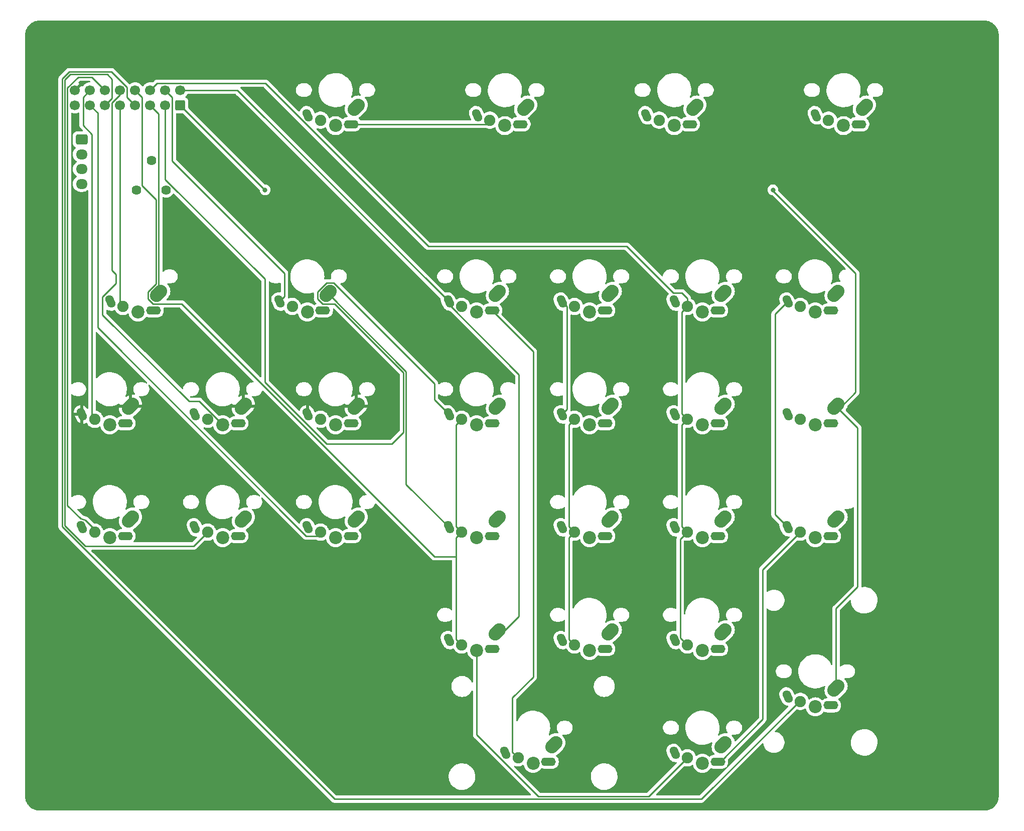
<source format=gbr>
%TF.GenerationSoftware,KiCad,Pcbnew,(7.0.0)*%
%TF.CreationDate,2023-04-09T14:25:34-07:00*%
%TF.ProjectId,SidecarXE85-keyboard,53696465-6361-4725-9845-38352d6b6579,rev?*%
%TF.SameCoordinates,Original*%
%TF.FileFunction,Copper,L2,Bot*%
%TF.FilePolarity,Positive*%
%FSLAX46Y46*%
G04 Gerber Fmt 4.6, Leading zero omitted, Abs format (unit mm)*
G04 Created by KiCad (PCBNEW (7.0.0)) date 2023-04-09 14:25:34*
%MOMM*%
%LPD*%
G01*
G04 APERTURE LIST*
G04 Aperture macros list*
%AMRoundRect*
0 Rectangle with rounded corners*
0 $1 Rounding radius*
0 $2 $3 $4 $5 $6 $7 $8 $9 X,Y pos of 4 corners*
0 Add a 4 corners polygon primitive as box body*
4,1,4,$2,$3,$4,$5,$6,$7,$8,$9,$2,$3,0*
0 Add four circle primitives for the rounded corners*
1,1,$1+$1,$2,$3*
1,1,$1+$1,$4,$5*
1,1,$1+$1,$6,$7*
1,1,$1+$1,$8,$9*
0 Add four rect primitives between the rounded corners*
20,1,$1+$1,$2,$3,$4,$5,0*
20,1,$1+$1,$4,$5,$6,$7,0*
20,1,$1+$1,$6,$7,$8,$9,0*
20,1,$1+$1,$8,$9,$2,$3,0*%
%AMHorizOval*
0 Thick line with rounded ends*
0 $1 width*
0 $2 $3 position (X,Y) of the first rounded end (center of the circle)*
0 $4 $5 position (X,Y) of the second rounded end (center of the circle)*
0 Add line between two ends*
20,1,$1,$2,$3,$4,$5,0*
0 Add two circle primitives to create the rounded ends*
1,1,$1,$2,$3*
1,1,$1,$4,$5*%
G04 Aperture macros list end*
%TA.AperFunction,ComponentPad*%
%ADD10HorizOval,1.400000X-0.169047X0.362523X0.169047X-0.362523X0*%
%TD*%
%TA.AperFunction,ComponentPad*%
%ADD11HorizOval,2.200000X-0.353553X-0.353553X0.353553X0.353553X0*%
%TD*%
%TA.AperFunction,ComponentPad*%
%ADD12C,1.900000*%
%TD*%
%TA.AperFunction,ComponentPad*%
%ADD13C,2.200000*%
%TD*%
%TA.AperFunction,ComponentPad*%
%ADD14O,2.500000X1.400000*%
%TD*%
%TA.AperFunction,ComponentPad*%
%ADD15C,1.620000*%
%TD*%
%TA.AperFunction,ComponentPad*%
%ADD16RoundRect,0.250000X0.600000X-0.600000X0.600000X0.600000X-0.600000X0.600000X-0.600000X-0.600000X0*%
%TD*%
%TA.AperFunction,ComponentPad*%
%ADD17C,1.700000*%
%TD*%
%TA.AperFunction,ComponentPad*%
%ADD18RoundRect,0.250000X-0.725000X0.600000X-0.725000X-0.600000X0.725000X-0.600000X0.725000X0.600000X0*%
%TD*%
%TA.AperFunction,ComponentPad*%
%ADD19O,1.950000X1.700000*%
%TD*%
%TA.AperFunction,ViaPad*%
%ADD20C,0.800000*%
%TD*%
%TA.AperFunction,Conductor*%
%ADD21C,0.250000*%
%TD*%
G04 APERTURE END LIST*
D10*
%TO.P,SW8,1,1*%
%TO.N,COL2*%
X133412499Y-133154999D03*
D11*
X141612499Y-131774999D03*
D12*
%TO.P,SW8,2,2*%
%TO.N,ROW1*%
X135572500Y-133985000D03*
D13*
X138112500Y-134905000D03*
D14*
X140712499Y-134654999D03*
%TD*%
D10*
%TO.P,SW5,1,1*%
%TO.N,Net-(J3-Pin_3)*%
X71499999Y-44554999D03*
D11*
X79699999Y-43174999D03*
D12*
%TO.P,SW5,2,2*%
%TO.N,Net-(J3-Pin_1)*%
X73660000Y-45385000D03*
D13*
X76200000Y-46305000D03*
D14*
X78799999Y-46054999D03*
%TD*%
D10*
%TO.P,SW23,1,1*%
%TO.N,COL4*%
X95312499Y-114104999D03*
D11*
X103512499Y-112724999D03*
D12*
%TO.P,SW23,2,2*%
%TO.N,ROW3*%
X97472500Y-114935000D03*
D13*
X100012500Y-115855000D03*
D14*
X102612499Y-115604999D03*
%TD*%
D10*
%TO.P,SW4,1,1*%
%TO.N,COL1*%
X104837499Y-152204999D03*
D11*
X113037499Y-150824999D03*
D12*
%TO.P,SW4,2,2*%
%TO.N,ROW4*%
X106997500Y-153035000D03*
D13*
X109537500Y-153955000D03*
D14*
X112137499Y-153704999D03*
%TD*%
D10*
%TO.P,SW11,1,1*%
%TO.N,COL2*%
X95312499Y-76004999D03*
D11*
X103512499Y-74624999D03*
D12*
%TO.P,SW11,2,2*%
%TO.N,ROW4*%
X97472500Y-76835000D03*
D13*
X100012500Y-77755000D03*
D14*
X102612499Y-77504999D03*
%TD*%
D10*
%TO.P,SW27,1,1*%
%TO.N,COL5*%
X152462499Y-76004999D03*
D11*
X160662499Y-74624999D03*
D12*
%TO.P,SW27,2,2*%
%TO.N,ROW2*%
X154622500Y-76835000D03*
D13*
X157162500Y-77755000D03*
D14*
X159762499Y-77504999D03*
%TD*%
D10*
%TO.P,SW18,1,1*%
%TO.N,COL3*%
X114362499Y-76004999D03*
D11*
X122562499Y-74624999D03*
D12*
%TO.P,SW18,2,2*%
%TO.N,ROW4*%
X116522500Y-76835000D03*
D13*
X119062500Y-77755000D03*
D14*
X121662499Y-77504999D03*
%TD*%
D10*
%TO.P,SW30,1,1*%
%TO.N,GND*%
X71499999Y-95054999D03*
D11*
X79699999Y-93674999D03*
D12*
%TO.P,SW30,2,2*%
%TO.N,TRIGGER*%
X73660000Y-95885000D03*
D13*
X76200000Y-96805000D03*
D14*
X78799999Y-96554999D03*
%TD*%
D10*
%TO.P,SW6,1,1*%
%TO.N,Net-(J3-Pin_3)*%
X128649999Y-44554999D03*
D11*
X136849999Y-43174999D03*
D12*
%TO.P,SW6,2,2*%
%TO.N,Net-(J3-Pin_2)*%
X130810000Y-45385000D03*
D13*
X133350000Y-46305000D03*
D14*
X135949999Y-46054999D03*
%TD*%
D10*
%TO.P,SW9,1,1*%
%TO.N,COL2*%
X114362499Y-133154999D03*
D11*
X122562499Y-131774999D03*
D12*
%TO.P,SW9,2,2*%
%TO.N,ROW2*%
X116522500Y-133985000D03*
D13*
X119062500Y-134905000D03*
D14*
X121662499Y-134654999D03*
%TD*%
D10*
%TO.P,SW16,1,1*%
%TO.N,COL3*%
X114362499Y-95054999D03*
D11*
X122562499Y-93674999D03*
D12*
%TO.P,SW16,2,2*%
%TO.N,ROW2*%
X116522500Y-95885000D03*
D13*
X119062500Y-96805000D03*
D14*
X121662499Y-96554999D03*
%TD*%
D10*
%TO.P,SW2,1,1*%
%TO.N,COL1*%
X152462499Y-142679999D03*
D11*
X160662499Y-141299999D03*
D12*
%TO.P,SW2,2,2*%
%TO.N,ROW2*%
X154622500Y-143510000D03*
D13*
X157162500Y-144430000D03*
D14*
X159762499Y-144179999D03*
%TD*%
D10*
%TO.P,SW15,1,1*%
%TO.N,COL3*%
X133412499Y-95054999D03*
D11*
X141612499Y-93674999D03*
D12*
%TO.P,SW15,2,2*%
%TO.N,ROW1*%
X135572500Y-95885000D03*
D13*
X138112500Y-96805000D03*
D14*
X140712499Y-96554999D03*
%TD*%
D10*
%TO.P,SW3,1,1*%
%TO.N,COL1*%
X133412499Y-152204999D03*
D11*
X141612499Y-150824999D03*
D12*
%TO.P,SW3,2,2*%
%TO.N,ROW3*%
X135572500Y-153035000D03*
D13*
X138112500Y-153955000D03*
D14*
X140712499Y-153704999D03*
%TD*%
D10*
%TO.P,SW13,1,1*%
%TO.N,Net-(J3-Pin_4)*%
X157224999Y-44554999D03*
D11*
X165424999Y-43174999D03*
D12*
%TO.P,SW13,2,2*%
%TO.N,Net-(J3-Pin_2)*%
X159385000Y-45385000D03*
D13*
X161925000Y-46305000D03*
D14*
X164524999Y-46054999D03*
%TD*%
D10*
%TO.P,SW29,1,1*%
%TO.N,COL5*%
X38162499Y-76004999D03*
D11*
X46362499Y-74624999D03*
D12*
%TO.P,SW29,2,2*%
%TO.N,ROW4*%
X40322500Y-76835000D03*
D13*
X42862500Y-77755000D03*
D14*
X45462499Y-77504999D03*
%TD*%
D10*
%TO.P,SW24,1,1*%
%TO.N,COL4*%
X66737499Y-76004999D03*
D11*
X74937499Y-74624999D03*
D12*
%TO.P,SW24,2,2*%
%TO.N,ROW4*%
X68897500Y-76835000D03*
D13*
X71437500Y-77755000D03*
D14*
X74037499Y-77504999D03*
%TD*%
D10*
%TO.P,SW26,1,1*%
%TO.N,COL5*%
X133412499Y-76004999D03*
D11*
X141612499Y-74624999D03*
D12*
%TO.P,SW26,2,2*%
%TO.N,ROW1*%
X135572500Y-76835000D03*
D13*
X138112500Y-77755000D03*
D14*
X140712499Y-77504999D03*
%TD*%
D10*
%TO.P,SW20,1,1*%
%TO.N,GND_1*%
X52449999Y-114104999D03*
D11*
X60649999Y-112724999D03*
D12*
%TO.P,SW20,2,2*%
%TO.N,DOWN*%
X54610000Y-114935000D03*
D13*
X57150000Y-115855000D03*
D14*
X59749999Y-115604999D03*
%TD*%
D10*
%TO.P,SW17,1,1*%
%TO.N,COL3*%
X95312499Y-95054999D03*
D11*
X103512499Y-93674999D03*
D12*
%TO.P,SW17,2,2*%
%TO.N,ROW3*%
X97472500Y-95885000D03*
D13*
X100012500Y-96805000D03*
D14*
X102612499Y-96554999D03*
%TD*%
D10*
%TO.P,SW21,1,1*%
%TO.N,COL4*%
X133412499Y-114104999D03*
D11*
X141612499Y-112724999D03*
D12*
%TO.P,SW21,2,2*%
%TO.N,ROW1*%
X135572500Y-114935000D03*
D13*
X138112500Y-115855000D03*
D14*
X140712499Y-115604999D03*
%TD*%
D10*
%TO.P,SW7,1,1*%
%TO.N,GND*%
X33399999Y-95054999D03*
D11*
X41599999Y-93674999D03*
D12*
%TO.P,SW7,2,2*%
%TO.N,TRIGGER*%
X35560000Y-95885000D03*
D13*
X38100000Y-96805000D03*
D14*
X40699999Y-96554999D03*
%TD*%
D10*
%TO.P,SW22,1,1*%
%TO.N,COL4*%
X114362499Y-114104999D03*
D11*
X122562499Y-112724999D03*
D12*
%TO.P,SW22,2,2*%
%TO.N,ROW2*%
X116522500Y-114935000D03*
D13*
X119062500Y-115855000D03*
D14*
X121662499Y-115604999D03*
%TD*%
D10*
%TO.P,SW25,1,1*%
%TO.N,GND_1*%
X71499999Y-114104999D03*
D11*
X79699999Y-112724999D03*
D12*
%TO.P,SW25,2,2*%
%TO.N,RIGHT*%
X73660000Y-114935000D03*
D13*
X76200000Y-115855000D03*
D14*
X78799999Y-115604999D03*
%TD*%
D10*
%TO.P,SW12,1,1*%
%TO.N,Net-(J3-Pin_4)*%
X100074999Y-44554999D03*
D11*
X108274999Y-43174999D03*
D12*
%TO.P,SW12,2,2*%
%TO.N,Net-(J3-Pin_1)*%
X102235000Y-45385000D03*
D13*
X104775000Y-46305000D03*
D14*
X107374999Y-46054999D03*
%TD*%
D10*
%TO.P,SW19,1,1*%
%TO.N,GND*%
X52449999Y-95054999D03*
D11*
X60649999Y-93674999D03*
D12*
%TO.P,SW19,2,2*%
%TO.N,UP*%
X54610000Y-95885000D03*
D13*
X57150000Y-96805000D03*
D14*
X59749999Y-96554999D03*
%TD*%
D10*
%TO.P,SW1,1,1*%
%TO.N,COL1*%
X152462499Y-95054999D03*
D11*
X160662499Y-93674999D03*
D12*
%TO.P,SW1,2,2*%
%TO.N,ROW1*%
X154622500Y-95885000D03*
D13*
X157162500Y-96805000D03*
D14*
X159762499Y-96554999D03*
%TD*%
D15*
%TO.P,RV1,1,1*%
%TO.N,5V*%
X47625000Y-57150000D03*
%TO.P,RV1,2,2*%
%TO.N,VA*%
X45125000Y-52150000D03*
%TO.P,RV1,3,3*%
%TO.N,unconnected-(RV1-Pad3)*%
X42625000Y-57150000D03*
%TD*%
D10*
%TO.P,SW28,1,1*%
%TO.N,COL5*%
X152462499Y-114104999D03*
D11*
X160662499Y-112724999D03*
D12*
%TO.P,SW28,2,2*%
%TO.N,ROW3*%
X154622500Y-114935000D03*
D13*
X157162500Y-115855000D03*
D14*
X159762499Y-115604999D03*
%TD*%
D10*
%TO.P,SW10,1,1*%
%TO.N,COL2*%
X95312499Y-133154999D03*
D11*
X103512499Y-131774999D03*
D12*
%TO.P,SW10,2,2*%
%TO.N,ROW3*%
X97472500Y-133985000D03*
D13*
X100012500Y-134905000D03*
D14*
X102612499Y-134654999D03*
%TD*%
D10*
%TO.P,SW14,1,1*%
%TO.N,GND_1*%
X33399999Y-114104999D03*
D11*
X41599999Y-112724999D03*
D12*
%TO.P,SW14,2,2*%
%TO.N,LEFT*%
X35560000Y-114935000D03*
D13*
X38100000Y-115855000D03*
D14*
X40699999Y-115604999D03*
%TD*%
D16*
%TO.P,J2,1,Pin_1*%
%TO.N,COL1*%
X50006250Y-42862500D03*
D17*
%TO.P,J2,2,Pin_2*%
%TO.N,COL2*%
X50006250Y-40322500D03*
%TO.P,J2,3,Pin_3*%
%TO.N,COL3*%
X47466250Y-42862500D03*
%TO.P,J2,4,Pin_4*%
%TO.N,COL4*%
X47466250Y-40322500D03*
%TO.P,J2,5,Pin_5*%
%TO.N,COL5*%
X44926250Y-42862500D03*
%TO.P,J2,6,Pin_6*%
%TO.N,ROW1*%
X44926250Y-40322500D03*
%TO.P,J2,7,Pin_7*%
%TO.N,ROW2*%
X42386250Y-42862500D03*
%TO.P,J2,8,Pin_8*%
%TO.N,ROW3*%
X42386250Y-40322500D03*
%TO.P,J2,9,Pin_9*%
%TO.N,ROW4*%
X39846250Y-42862500D03*
%TO.P,J2,10,Pin_10*%
%TO.N,UP*%
X39846250Y-40322500D03*
%TO.P,J2,11,Pin_11*%
%TO.N,DOWN*%
X37306250Y-42862500D03*
%TO.P,J2,12,Pin_12*%
%TO.N,LEFT*%
X37306250Y-40322500D03*
%TO.P,J2,13,Pin_13*%
%TO.N,RIGHT*%
X34766250Y-42862500D03*
%TO.P,J2,14,Pin_14*%
%TO.N,TRIGGER*%
X34766250Y-40322500D03*
%TO.P,J2,15,Pin_15*%
%TO.N,5V*%
X32226250Y-42862500D03*
%TO.P,J2,16,Pin_16*%
%TO.N,GND*%
X32226250Y-40322500D03*
%TD*%
D18*
%TO.P,J3,1,Pin_1*%
%TO.N,Net-(J3-Pin_1)*%
X33337500Y-48637500D03*
D19*
%TO.P,J3,2,Pin_2*%
%TO.N,Net-(J3-Pin_2)*%
X33337499Y-51137499D03*
%TO.P,J3,3,Pin_3*%
%TO.N,Net-(J3-Pin_3)*%
X33337499Y-53637499D03*
%TO.P,J3,4,Pin_4*%
%TO.N,Net-(J3-Pin_4)*%
X33337499Y-56137499D03*
%TD*%
D20*
%TO.N,COL1*%
X150018750Y-57150000D03*
X64293750Y-57150000D03*
%TO.N,GND*%
X152400000Y-121443750D03*
X154781250Y-130968750D03*
X90487500Y-33337500D03*
X161925000Y-123825000D03*
X57150000Y-54768750D03*
X150018750Y-42862500D03*
X121443750Y-42862500D03*
X61912500Y-47625000D03*
X88106250Y-119062500D03*
X54768750Y-71437500D03*
X50006250Y-61912500D03*
%TD*%
D21*
%TO.N,COL1*%
X149890622Y-57150000D02*
X163967500Y-71226878D01*
X50006250Y-42862500D02*
X64293750Y-57150000D01*
X164306250Y-124191119D02*
X164306250Y-97318750D01*
X164306250Y-97318750D02*
X160662500Y-93675000D01*
X160662500Y-141300000D02*
X160662500Y-127834869D01*
X163967500Y-71226878D02*
X163967500Y-91333122D01*
X160662500Y-127834869D02*
X164306250Y-124191119D01*
X163967500Y-91333122D02*
X161625622Y-93675000D01*
%TO.N,COL2*%
X59630000Y-40322500D02*
X95312500Y-76005000D01*
X50006250Y-40322500D02*
X59630000Y-40322500D01*
X107156250Y-129127697D02*
X107156250Y-88321873D01*
X107156250Y-88321873D02*
X95312500Y-76478123D01*
X104508947Y-131775000D02*
X107156250Y-129127697D01*
%TO.N,COL3*%
X73158947Y-75568807D02*
X73158947Y-74388299D01*
X47466250Y-55386117D02*
X64293750Y-72213617D01*
X64293750Y-72213617D02*
X64293750Y-89609735D01*
X73993693Y-76403553D02*
X73158947Y-75568807D01*
X74700799Y-72846447D02*
X75881307Y-72846447D01*
X47466250Y-42862500D02*
X47466250Y-55386117D01*
X87656250Y-98081250D02*
X87656250Y-87980146D01*
X114362500Y-76005000D02*
X115207500Y-76850000D01*
X92868750Y-89833890D02*
X92868750Y-92611250D01*
X115207500Y-94210000D02*
X114362500Y-95055000D01*
X115207500Y-76850000D02*
X115207500Y-94210000D01*
X87656250Y-87980146D02*
X76079657Y-76403553D01*
X75881307Y-72846447D02*
X92868750Y-89833890D01*
X73158947Y-74388299D02*
X74700799Y-72846447D01*
X76079657Y-76403553D02*
X73993693Y-76403553D01*
X85725000Y-100012500D02*
X87656250Y-98081250D01*
X74696515Y-100012500D02*
X85725000Y-100012500D01*
X92868750Y-92611250D02*
X95312500Y-95055000D01*
X64293750Y-89609735D02*
X74696515Y-100012500D01*
%TO.N,COL4*%
X67582500Y-75160000D02*
X67582500Y-71226878D01*
X67582500Y-71226878D02*
X48641250Y-52285628D01*
X48641250Y-41497500D02*
X47466250Y-40322500D01*
X88106250Y-87793750D02*
X88106250Y-106898750D01*
X74937500Y-74625000D02*
X88106250Y-87793750D01*
X48641250Y-52285628D02*
X48641250Y-41497500D01*
X66737500Y-76005000D02*
X67582500Y-75160000D01*
X88106250Y-106898750D02*
X95312500Y-114105000D01*
%TO.N,COL5*%
X152462500Y-114105000D02*
X150357500Y-112000000D01*
X150357500Y-78110000D02*
X152462500Y-76005000D01*
X150357500Y-112000000D02*
X150357500Y-78110000D01*
X46362500Y-44298750D02*
X44926250Y-42862500D01*
X46362500Y-74625000D02*
X46362500Y-44298750D01*
%TO.N,ROW1*%
X134622501Y-113985001D02*
X134622501Y-96834999D01*
X135572500Y-133985000D02*
X134369556Y-132782056D01*
X134622501Y-96834999D02*
X135572500Y-95885000D01*
X64331515Y-39147500D02*
X91859015Y-66675000D01*
X135572500Y-95885000D02*
X134622501Y-94935001D01*
X134622501Y-77784999D02*
X135572500Y-76835000D01*
X91859015Y-66675000D02*
X125335979Y-66675000D01*
X134369556Y-132782056D02*
X134369556Y-116137944D01*
X125335979Y-66675000D02*
X133195060Y-74534081D01*
X135572500Y-75491498D02*
X135572500Y-76835000D01*
X46101250Y-39147500D02*
X64331515Y-39147500D01*
X134369556Y-116137944D02*
X135572500Y-114935000D01*
X134615083Y-74534081D02*
X135572500Y-75491498D01*
X133195060Y-74534081D02*
X134615083Y-74534081D01*
X135572500Y-114935000D02*
X134622501Y-113985001D01*
X44926250Y-40322500D02*
X46101250Y-39147500D01*
X134622501Y-94935001D02*
X134622501Y-77784999D01*
%TO.N,ROW2*%
X41021250Y-39835799D02*
X41021250Y-41497500D01*
X154411908Y-143510000D02*
X137928158Y-159993750D01*
X115572501Y-96834999D02*
X116522500Y-95885000D01*
X30056250Y-38363604D02*
X31219854Y-37200000D01*
X31219854Y-37200000D02*
X38385451Y-37200000D01*
X115572501Y-115884999D02*
X115572501Y-133035001D01*
X115572501Y-113985001D02*
X115572501Y-96834999D01*
X116522500Y-114935000D02*
X115572501Y-115884999D01*
X30056250Y-114036396D02*
X30056250Y-38363604D01*
X116522500Y-114935000D02*
X115572501Y-113985001D01*
X41021250Y-41497500D02*
X42386250Y-42862500D01*
X76013604Y-159993750D02*
X30056250Y-114036396D01*
X137928158Y-159993750D02*
X76013604Y-159993750D01*
X38385451Y-37200000D02*
X41021250Y-39835799D01*
X115572501Y-133035001D02*
X116522500Y-133985000D01*
%TO.N,ROW3*%
X45418693Y-76403553D02*
X50209803Y-76403553D01*
X96522501Y-96834999D02*
X97472500Y-95885000D01*
X100012500Y-134905000D02*
X100012500Y-149140985D01*
X45912500Y-58802501D02*
X45912500Y-73059746D01*
X43561250Y-56451251D02*
X45912500Y-58802501D01*
X44583947Y-75568807D02*
X45418693Y-76403553D01*
X97472500Y-133985000D02*
X96522501Y-133035001D01*
X110415265Y-159543750D02*
X129063750Y-159543750D01*
X96522501Y-119062500D02*
X96522501Y-115884999D01*
X96522501Y-133035001D02*
X96522501Y-119062500D01*
X96522501Y-115884999D02*
X97472500Y-114935000D01*
X44583947Y-74388299D02*
X44583947Y-75568807D01*
X43561250Y-41497500D02*
X43561250Y-56451251D01*
X42386250Y-40322500D02*
X43561250Y-41497500D01*
X97472500Y-114935000D02*
X96522501Y-113985001D01*
X148278500Y-121279000D02*
X154622500Y-114935000D01*
X148278500Y-146539000D02*
X148278500Y-121279000D01*
X45912500Y-73059746D02*
X44583947Y-74388299D01*
X141112500Y-153705000D02*
X148278500Y-146539000D01*
X129063750Y-159543750D02*
X135572500Y-153035000D01*
X100012500Y-149140985D02*
X110415265Y-159543750D01*
X92868750Y-119062500D02*
X96522501Y-119062500D01*
X50209803Y-76403553D02*
X92868750Y-119062500D01*
X96522501Y-113985001D02*
X96522501Y-96834999D01*
%TO.N,ROW4*%
X109537500Y-139385001D02*
X106047501Y-142875000D01*
X106047501Y-152085001D02*
X106047501Y-142875000D01*
X102612500Y-77505000D02*
X109537500Y-84430000D01*
X106997500Y-153035000D02*
X106047501Y-152085001D01*
X39846250Y-76358750D02*
X39846250Y-42862500D01*
X109537500Y-84430000D02*
X109537500Y-139385001D01*
%TO.N,UP*%
X51517229Y-92868750D02*
X53213750Y-92868750D01*
X36885057Y-78236578D02*
X51517229Y-92868750D01*
X53213750Y-92868750D02*
X57150000Y-96805000D01*
X39846250Y-40322500D02*
X39846250Y-41116250D01*
X39846250Y-41116250D02*
X38481250Y-42481250D01*
X38481250Y-42481250D02*
X38481250Y-70700628D01*
X39154993Y-72913428D02*
X36885057Y-75183364D01*
X39154993Y-71374371D02*
X39154993Y-72913428D01*
X36885057Y-75183364D02*
X36885057Y-78236578D01*
X38481250Y-70700628D02*
X39154993Y-71374371D01*
%TO.N,DOWN*%
X33936250Y-117280000D02*
X52265000Y-117280000D01*
X38481250Y-38481250D02*
X37650000Y-37650000D01*
X37306250Y-42862500D02*
X38481250Y-41687500D01*
X37650000Y-37650000D02*
X31406250Y-37650000D01*
X30506250Y-38550000D02*
X30506250Y-113850000D01*
X31406250Y-37650000D02*
X30506250Y-38550000D01*
X30506250Y-113850000D02*
X33936250Y-117280000D01*
X38481250Y-41687500D02*
X38481250Y-38481250D01*
X52265000Y-117280000D02*
X54610000Y-114935000D01*
%TO.N,LEFT*%
X30956250Y-39930799D02*
X30956250Y-110407771D01*
X33980489Y-112924504D02*
X35560000Y-114504015D01*
X33182560Y-112634081D02*
X33980489Y-112924504D01*
X32787049Y-38100000D02*
X30956250Y-39930799D01*
X37306250Y-40322500D02*
X35083750Y-38100000D01*
X30956250Y-110407771D02*
X33182560Y-112634081D01*
X35083750Y-38100000D02*
X32787049Y-38100000D01*
%TO.N,RIGHT*%
X36057500Y-80423485D02*
X71209934Y-115575919D01*
X34766250Y-42862500D02*
X36057500Y-44153750D01*
X36057500Y-44153750D02*
X36057500Y-80423485D01*
X73019081Y-115575919D02*
X73660000Y-114935000D01*
X71209934Y-115575919D02*
X73019081Y-115575919D01*
%TO.N,TRIGGER*%
X34766250Y-40322500D02*
X33591250Y-41497500D01*
X33591250Y-41497500D02*
X33591250Y-46245577D01*
X33591250Y-46245577D02*
X35100000Y-47754327D01*
X35100000Y-47754327D02*
X35100000Y-95425000D01*
%TO.N,Net-(J3-Pin_1)*%
X78800000Y-46055000D02*
X101565000Y-46055000D01*
X101565000Y-46055000D02*
X102235000Y-45385000D01*
%TD*%
%TA.AperFunction,Conductor*%
%TO.N,GND*%
G36*
X163631478Y-110698740D02*
G01*
X163667751Y-110742422D01*
X163680750Y-110797693D01*
X163680750Y-123880667D01*
X163671311Y-123928120D01*
X163644431Y-123968348D01*
X160275196Y-127337580D01*
X160267011Y-127345028D01*
X160260623Y-127349083D01*
X160255288Y-127354763D01*
X160255283Y-127354768D01*
X160214596Y-127398094D01*
X160211892Y-127400885D01*
X160195128Y-127417649D01*
X160195121Y-127417656D01*
X160192380Y-127420398D01*
X160190000Y-127423465D01*
X160189989Y-127423478D01*
X160189900Y-127423594D01*
X160182342Y-127432439D01*
X160157780Y-127458596D01*
X160157773Y-127458605D01*
X160152438Y-127464287D01*
X160148682Y-127471118D01*
X160148679Y-127471123D01*
X160142785Y-127481844D01*
X160132109Y-127498096D01*
X160124609Y-127507765D01*
X160124601Y-127507776D01*
X160119827Y-127513933D01*
X160116734Y-127521077D01*
X160116729Y-127521088D01*
X160102474Y-127554029D01*
X160097338Y-127564512D01*
X160076303Y-127602777D01*
X160074364Y-127610325D01*
X160074363Y-127610330D01*
X160071322Y-127622176D01*
X160065021Y-127640580D01*
X160060158Y-127651817D01*
X160060156Y-127651821D01*
X160057062Y-127658973D01*
X160055842Y-127666672D01*
X160055842Y-127666674D01*
X160050229Y-127702110D01*
X160047861Y-127713545D01*
X160038938Y-127748297D01*
X160038936Y-127748305D01*
X160037000Y-127755850D01*
X160037000Y-127763646D01*
X160037000Y-127775886D01*
X160035474Y-127795271D01*
X160032340Y-127815065D01*
X160033074Y-127822830D01*
X160033074Y-127822833D01*
X160036450Y-127858545D01*
X160037000Y-127870214D01*
X160037000Y-137230939D01*
X160018631Y-137295885D01*
X159968967Y-137341590D01*
X159902721Y-137354512D01*
X159839521Y-137330823D01*
X159798090Y-137277541D01*
X159764443Y-137194576D01*
X159764439Y-137194569D01*
X159763062Y-137191172D01*
X159598289Y-136892290D01*
X159596150Y-136889310D01*
X159596147Y-136889304D01*
X159401468Y-136617985D01*
X159399323Y-136614995D01*
X159168956Y-136363178D01*
X158910424Y-136140375D01*
X158907378Y-136138323D01*
X158907371Y-136138318D01*
X158630409Y-135951770D01*
X158630400Y-135951765D01*
X158627354Y-135949713D01*
X158624082Y-135948033D01*
X158624076Y-135948030D01*
X158326998Y-135795551D01*
X158323721Y-135793869D01*
X158288531Y-135780798D01*
X158140087Y-135725659D01*
X158003787Y-135675031D01*
X158000222Y-135674169D01*
X158000217Y-135674168D01*
X157675607Y-135595727D01*
X157675603Y-135595726D01*
X157672043Y-135594866D01*
X157668407Y-135594432D01*
X157668402Y-135594432D01*
X157336785Y-135554933D01*
X157336777Y-135554932D01*
X157333146Y-135554500D01*
X157077251Y-135554500D01*
X157075437Y-135554607D01*
X157075425Y-135554608D01*
X156825471Y-135569441D01*
X156825461Y-135569442D01*
X156821807Y-135569659D01*
X156818206Y-135570306D01*
X156818199Y-135570307D01*
X156489502Y-135629383D01*
X156485897Y-135630031D01*
X156482400Y-135631098D01*
X156482391Y-135631101D01*
X156162999Y-135728633D01*
X156162984Y-135728638D01*
X156159485Y-135729707D01*
X156156134Y-135731182D01*
X156156118Y-135731189D01*
X155850520Y-135865806D01*
X155850508Y-135865811D01*
X155847153Y-135867290D01*
X155843998Y-135869153D01*
X155843983Y-135869161D01*
X155556452Y-136038977D01*
X155556445Y-136038981D01*
X155553285Y-136040848D01*
X155550366Y-136043075D01*
X155550362Y-136043079D01*
X155284930Y-136245712D01*
X155284924Y-136245716D01*
X155282007Y-136247944D01*
X155279380Y-136250493D01*
X155279371Y-136250502D01*
X155039760Y-136483116D01*
X155039752Y-136483123D01*
X155037128Y-136485672D01*
X155034820Y-136488516D01*
X155034813Y-136488524D01*
X154932192Y-136614995D01*
X154822084Y-136750693D01*
X154820127Y-136753792D01*
X154820119Y-136753804D01*
X154641854Y-137036184D01*
X154639894Y-137039289D01*
X154638320Y-137042592D01*
X154638314Y-137042604D01*
X154494702Y-137344076D01*
X154493116Y-137347406D01*
X154491935Y-137350898D01*
X154491933Y-137350904D01*
X154384991Y-137667227D01*
X154384988Y-137667235D01*
X154383810Y-137670722D01*
X154383054Y-137674312D01*
X154383050Y-137674328D01*
X154314268Y-138001096D01*
X154314266Y-138001105D01*
X154313511Y-138004695D01*
X154313185Y-138008350D01*
X154313184Y-138008358D01*
X154283531Y-138340983D01*
X154283530Y-138340998D01*
X154283206Y-138344639D01*
X154283314Y-138348291D01*
X154283314Y-138348302D01*
X154293211Y-138682110D01*
X154293320Y-138685782D01*
X154293860Y-138689403D01*
X154293862Y-138689419D01*
X154343168Y-139019707D01*
X154343169Y-139019716D01*
X154343710Y-139023334D01*
X154344676Y-139026869D01*
X154432704Y-139349019D01*
X154432706Y-139349026D01*
X154433671Y-139352556D01*
X154435044Y-139355943D01*
X154435047Y-139355950D01*
X154560559Y-139665429D01*
X154560562Y-139665436D01*
X154561938Y-139668828D01*
X154563711Y-139672044D01*
X154563712Y-139672046D01*
X154600091Y-139738034D01*
X154726711Y-139967710D01*
X154728846Y-139970685D01*
X154728852Y-139970695D01*
X154828310Y-140109307D01*
X154925677Y-140245005D01*
X155156044Y-140496822D01*
X155414576Y-140719625D01*
X155417624Y-140721678D01*
X155417628Y-140721681D01*
X155694590Y-140908229D01*
X155694594Y-140908231D01*
X155697646Y-140910287D01*
X156001279Y-141066131D01*
X156321213Y-141184969D01*
X156652957Y-141265134D01*
X156991854Y-141305500D01*
X157245924Y-141305500D01*
X157247749Y-141305500D01*
X157503193Y-141290341D01*
X157839103Y-141229969D01*
X158165515Y-141130293D01*
X158477847Y-140992710D01*
X158651222Y-140890314D01*
X158710053Y-140873156D01*
X158769918Y-140886267D01*
X158816192Y-140926446D01*
X158837574Y-140983878D01*
X158828840Y-141044536D01*
X158783939Y-141152936D01*
X158783933Y-141152952D01*
X158782074Y-141157442D01*
X158780939Y-141162166D01*
X158780936Y-141162178D01*
X158724400Y-141397671D01*
X158724398Y-141397677D01*
X158723264Y-141402405D01*
X158703498Y-141653553D01*
X158723264Y-141904701D01*
X158724399Y-141909430D01*
X158724400Y-141909434D01*
X158780936Y-142144927D01*
X158780938Y-142144935D01*
X158782074Y-142149664D01*
X158878481Y-142382412D01*
X158881028Y-142386569D01*
X158881029Y-142386570D01*
X159007564Y-142593057D01*
X159007569Y-142593064D01*
X159010111Y-142597212D01*
X159013270Y-142600911D01*
X159013279Y-142600923D01*
X159168061Y-142782149D01*
X159196176Y-142842858D01*
X159188658Y-142909337D01*
X159147696Y-142962235D01*
X159085213Y-142986151D01*
X158996670Y-142994356D01*
X158996667Y-142994356D01*
X158990964Y-142994885D01*
X158985450Y-142996453D01*
X158985449Y-142996454D01*
X158782486Y-143054201D01*
X158782475Y-143054205D01*
X158776972Y-143055771D01*
X158771849Y-143058321D01*
X158771841Y-143058325D01*
X158582940Y-143152387D01*
X158582931Y-143152392D01*
X158577811Y-143154942D01*
X158547440Y-143177876D01*
X158421767Y-143272780D01*
X158371138Y-143295461D01*
X158315686Y-143293795D01*
X158266510Y-143268116D01*
X158129507Y-143151105D01*
X158106159Y-143131164D01*
X158102011Y-143128622D01*
X158102004Y-143128617D01*
X157895517Y-143002082D01*
X157895516Y-143002081D01*
X157891359Y-142999534D01*
X157658611Y-142903127D01*
X157653882Y-142901991D01*
X157653874Y-142901989D01*
X157418381Y-142845453D01*
X157418377Y-142845452D01*
X157413648Y-142844317D01*
X157408795Y-142843935D01*
X157167354Y-142824933D01*
X157162500Y-142824551D01*
X157157646Y-142824933D01*
X156916204Y-142843935D01*
X156916202Y-142843935D01*
X156911352Y-142844317D01*
X156906624Y-142845451D01*
X156906618Y-142845453D01*
X156671125Y-142901989D01*
X156671113Y-142901992D01*
X156666389Y-142903127D01*
X156661892Y-142904989D01*
X156661888Y-142904991D01*
X156438145Y-142997668D01*
X156438140Y-142997670D01*
X156433641Y-142999534D01*
X156429488Y-143002078D01*
X156429482Y-143002082D01*
X156222997Y-143128616D01*
X156222986Y-143128623D01*
X156218841Y-143131164D01*
X156215140Y-143134324D01*
X156215137Y-143134327D01*
X156209447Y-143139187D01*
X156153483Y-143166436D01*
X156091329Y-143163058D01*
X156038648Y-143129905D01*
X156008713Y-143075331D01*
X156000370Y-143042383D01*
X156000368Y-143042378D01*
X155999110Y-143037409D01*
X155914412Y-142844317D01*
X155904610Y-142821970D01*
X155904608Y-142821967D01*
X155902549Y-142817272D01*
X155771071Y-142616031D01*
X155767600Y-142612260D01*
X155611735Y-142442945D01*
X155611731Y-142442942D01*
X155608264Y-142439175D01*
X155486700Y-142344558D01*
X155422616Y-142294679D01*
X155422612Y-142294676D01*
X155418567Y-142291528D01*
X155414062Y-142289090D01*
X155414059Y-142289088D01*
X155211660Y-142179555D01*
X155211655Y-142179553D01*
X155207156Y-142177118D01*
X155202315Y-142175456D01*
X155202308Y-142175453D01*
X154984650Y-142100732D01*
X154984649Y-142100731D01*
X154979797Y-142099066D01*
X154974747Y-142098223D01*
X154974738Y-142098221D01*
X154747754Y-142060344D01*
X154747745Y-142060343D01*
X154742692Y-142059500D01*
X154502308Y-142059500D01*
X154497255Y-142060343D01*
X154497245Y-142060344D01*
X154270261Y-142098221D01*
X154270249Y-142098223D01*
X154265203Y-142099066D01*
X154260353Y-142100730D01*
X154260349Y-142100732D01*
X154042691Y-142175453D01*
X154042680Y-142175457D01*
X154037844Y-142177118D01*
X154033348Y-142179550D01*
X154033339Y-142179555D01*
X153830941Y-142289088D01*
X153830937Y-142289090D01*
X153826433Y-142291528D01*
X153822392Y-142294672D01*
X153822380Y-142294681D01*
X153787452Y-142321866D01*
X153737433Y-142345224D01*
X153682232Y-142344558D01*
X153632792Y-142319999D01*
X153598910Y-142276416D01*
X153358019Y-141759822D01*
X153273907Y-141615847D01*
X153128289Y-141447635D01*
X153019971Y-141361385D01*
X152958728Y-141312619D01*
X152958723Y-141312616D01*
X152954240Y-141309046D01*
X152949174Y-141306359D01*
X152949171Y-141306357D01*
X152762759Y-141207485D01*
X152762758Y-141207484D01*
X152757691Y-141204797D01*
X152752219Y-141203087D01*
X152752214Y-141203085D01*
X152550801Y-141140147D01*
X152550798Y-141140146D01*
X152545331Y-141138438D01*
X152539644Y-141137763D01*
X152539642Y-141137763D01*
X152330084Y-141112906D01*
X152330075Y-141112905D01*
X152324395Y-141112232D01*
X152318678Y-141112614D01*
X152108122Y-141126684D01*
X152108111Y-141126685D01*
X152102405Y-141127067D01*
X152096857Y-141128492D01*
X152096855Y-141128493D01*
X151892468Y-141181015D01*
X151892462Y-141181016D01*
X151886921Y-141182441D01*
X151881736Y-141184858D01*
X151881727Y-141184862D01*
X151708655Y-141265567D01*
X151685280Y-141276467D01*
X151680625Y-141279797D01*
X151680615Y-141279804D01*
X151509014Y-141402606D01*
X151509007Y-141402612D01*
X151504351Y-141405944D01*
X151500389Y-141410071D01*
X151500381Y-141410079D01*
X151354258Y-141562329D01*
X151354249Y-141562339D01*
X151350293Y-141566462D01*
X151347156Y-141571248D01*
X151347153Y-141571253D01*
X151231492Y-141747762D01*
X151231487Y-141747770D01*
X151228353Y-141752554D01*
X151226149Y-141757835D01*
X151226147Y-141757840D01*
X151144888Y-141952600D01*
X151144884Y-141952609D01*
X151142684Y-141957885D01*
X151141489Y-141963478D01*
X151141487Y-141963485D01*
X151097401Y-142169854D01*
X151097399Y-142169862D01*
X151096204Y-142175461D01*
X151096057Y-142181184D01*
X151096056Y-142181193D01*
X151090890Y-142382412D01*
X151090493Y-142397874D01*
X151091400Y-142403528D01*
X151091401Y-142403536D01*
X151124840Y-142611887D01*
X151125749Y-142617548D01*
X151181974Y-142774527D01*
X151183180Y-142777114D01*
X151183182Y-142777118D01*
X151424889Y-143295461D01*
X151566981Y-143600179D01*
X151651093Y-143744154D01*
X151796711Y-143912365D01*
X151970760Y-144050955D01*
X152167309Y-144155204D01*
X152379669Y-144221562D01*
X152515724Y-144237700D01*
X152578855Y-144264231D01*
X152618278Y-144320226D01*
X152621967Y-144388607D01*
X152588798Y-144448518D01*
X137705386Y-159331931D01*
X137665158Y-159358811D01*
X137617705Y-159368250D01*
X130423202Y-159368250D01*
X130366907Y-159354735D01*
X130322884Y-159317135D01*
X130300729Y-159263648D01*
X130305271Y-159205932D01*
X130335521Y-159156569D01*
X131430142Y-158061948D01*
X135034626Y-154457462D01*
X135094356Y-154424336D01*
X135162567Y-154427863D01*
X135215203Y-154445934D01*
X135452308Y-154485500D01*
X135687559Y-154485500D01*
X135692692Y-154485500D01*
X135929797Y-154445934D01*
X136157156Y-154367882D01*
X136368567Y-154253472D01*
X136369180Y-154252994D01*
X136423162Y-154233925D01*
X136481366Y-154242063D01*
X136529285Y-154276087D01*
X136556156Y-154328354D01*
X136584489Y-154446374D01*
X136584491Y-154446382D01*
X136585627Y-154451111D01*
X136682034Y-154683859D01*
X136684581Y-154688016D01*
X136684582Y-154688017D01*
X136811117Y-154894504D01*
X136811120Y-154894508D01*
X136813664Y-154898659D01*
X136816824Y-154902358D01*
X136816827Y-154902363D01*
X136974115Y-155086523D01*
X136977276Y-155090224D01*
X137168841Y-155253836D01*
X137172991Y-155256379D01*
X137172995Y-155256382D01*
X137284800Y-155324896D01*
X137383641Y-155385466D01*
X137616389Y-155481873D01*
X137861352Y-155540683D01*
X138112500Y-155560449D01*
X138363648Y-155540683D01*
X138608611Y-155481873D01*
X138841359Y-155385466D01*
X139056159Y-155253836D01*
X139247724Y-155090224D01*
X139411336Y-154898659D01*
X139458394Y-154821866D01*
X139501788Y-154779464D01*
X139560110Y-154762724D01*
X139619388Y-154775658D01*
X139726972Y-154829229D01*
X139940964Y-154890115D01*
X140106997Y-154905500D01*
X141315131Y-154905500D01*
X141318003Y-154905500D01*
X141484036Y-154890115D01*
X141698028Y-154829229D01*
X141897189Y-154730058D01*
X142074736Y-154595981D01*
X142224624Y-154431562D01*
X142341747Y-154242401D01*
X142422118Y-154034940D01*
X142463000Y-153816243D01*
X142463000Y-153593757D01*
X142422118Y-153375060D01*
X142420564Y-153371049D01*
X142419816Y-153306448D01*
X142452152Y-153249936D01*
X148665811Y-147036278D01*
X148673981Y-147028844D01*
X148680377Y-147024786D01*
X148726418Y-146975756D01*
X148729035Y-146973054D01*
X148748620Y-146953471D01*
X148751085Y-146950292D01*
X148758667Y-146941416D01*
X148788562Y-146909582D01*
X148798213Y-146892023D01*
X148808890Y-146875770D01*
X148821173Y-146859936D01*
X148838518Y-146819852D01*
X148843651Y-146809371D01*
X148864697Y-146771092D01*
X148869679Y-146751684D01*
X148875982Y-146733276D01*
X148883937Y-146714896D01*
X148890771Y-146671744D01*
X148893133Y-146660338D01*
X148904000Y-146618019D01*
X148904000Y-146597983D01*
X148905527Y-146578585D01*
X148907439Y-146566513D01*
X148907438Y-146566513D01*
X148908660Y-146558804D01*
X148904550Y-146515324D01*
X148904000Y-146503655D01*
X148904000Y-138536610D01*
X150482000Y-138536610D01*
X150521179Y-138746198D01*
X150523248Y-138751540D01*
X150523250Y-138751545D01*
X150596132Y-138939677D01*
X150596134Y-138939681D01*
X150598202Y-138945019D01*
X150601217Y-138949889D01*
X150601218Y-138949890D01*
X150678403Y-139074549D01*
X150710448Y-139126302D01*
X150714301Y-139130529D01*
X150714303Y-139130531D01*
X150773531Y-139195500D01*
X150854093Y-139283872D01*
X151024245Y-139412366D01*
X151215111Y-139507405D01*
X151220629Y-139508975D01*
X151414668Y-139564185D01*
X151414669Y-139564185D01*
X151420190Y-139565756D01*
X151579306Y-139580500D01*
X152082822Y-139580500D01*
X152085694Y-139580500D01*
X152244810Y-139565756D01*
X152449889Y-139507405D01*
X152640755Y-139412366D01*
X152810907Y-139283872D01*
X152954552Y-139126302D01*
X153066798Y-138945019D01*
X153143821Y-138746198D01*
X153183000Y-138536610D01*
X153183000Y-138323390D01*
X153143821Y-138113802D01*
X153066798Y-137914981D01*
X152954552Y-137733698D01*
X152897141Y-137670722D01*
X152814765Y-137580360D01*
X152810907Y-137576128D01*
X152791368Y-137561373D01*
X152645326Y-137451086D01*
X152640755Y-137447634D01*
X152449889Y-137352595D01*
X152444376Y-137351026D01*
X152444370Y-137351024D01*
X152250331Y-137295814D01*
X152250321Y-137295812D01*
X152244810Y-137294244D01*
X152239097Y-137293714D01*
X152239094Y-137293714D01*
X152088554Y-137279765D01*
X152088553Y-137279764D01*
X152085694Y-137279500D01*
X151579306Y-137279500D01*
X151576447Y-137279764D01*
X151576445Y-137279765D01*
X151425905Y-137293714D01*
X151425900Y-137293714D01*
X151420190Y-137294244D01*
X151414679Y-137295811D01*
X151414668Y-137295814D01*
X151220629Y-137351024D01*
X151220619Y-137351027D01*
X151215111Y-137352595D01*
X151209976Y-137355151D01*
X151209973Y-137355153D01*
X151029375Y-137445079D01*
X151029370Y-137445082D01*
X151024245Y-137447634D01*
X151019677Y-137451083D01*
X151019673Y-137451086D01*
X150858664Y-137572675D01*
X150858656Y-137572681D01*
X150854093Y-137576128D01*
X150850239Y-137580354D01*
X150850234Y-137580360D01*
X150714303Y-137729468D01*
X150714297Y-137729475D01*
X150710448Y-137733698D01*
X150707440Y-137738555D01*
X150707434Y-137738564D01*
X150601218Y-137910109D01*
X150601215Y-137910114D01*
X150598202Y-137914981D01*
X150596136Y-137920313D01*
X150596132Y-137920322D01*
X150523250Y-138108454D01*
X150523247Y-138108461D01*
X150521179Y-138113802D01*
X150482000Y-138323390D01*
X150482000Y-138536610D01*
X148904000Y-138536610D01*
X148904000Y-127941577D01*
X148923006Y-127875605D01*
X148974199Y-127829857D01*
X149041884Y-127818357D01*
X149105311Y-127844629D01*
X149137394Y-127870214D01*
X149171458Y-127897380D01*
X149171461Y-127897382D01*
X149175085Y-127900272D01*
X149246628Y-127941577D01*
X149401393Y-128030931D01*
X149401398Y-128030933D01*
X149405414Y-128033252D01*
X149652990Y-128130419D01*
X149912283Y-128189601D01*
X150111099Y-128204500D01*
X150241584Y-128204500D01*
X150243901Y-128204500D01*
X150442717Y-128189601D01*
X150702010Y-128130419D01*
X150949586Y-128033252D01*
X151179915Y-127900272D01*
X151387851Y-127734448D01*
X151568750Y-127539485D01*
X151718571Y-127319738D01*
X151833967Y-127080116D01*
X151912361Y-126825971D01*
X151952000Y-126562980D01*
X151952000Y-126297020D01*
X151912361Y-126034029D01*
X151833967Y-125779884D01*
X151718571Y-125540262D01*
X151568750Y-125320515D01*
X151387851Y-125125552D01*
X151179915Y-124959728D01*
X151108372Y-124918423D01*
X150953606Y-124829068D01*
X150953596Y-124829063D01*
X150949586Y-124826748D01*
X150783875Y-124761711D01*
X150706334Y-124731278D01*
X150706333Y-124731277D01*
X150702010Y-124729581D01*
X150697484Y-124728548D01*
X150697481Y-124728547D01*
X150447236Y-124671430D01*
X150447230Y-124671429D01*
X150442717Y-124670399D01*
X150438095Y-124670052D01*
X150438091Y-124670052D01*
X150246215Y-124655673D01*
X150246204Y-124655672D01*
X150243901Y-124655500D01*
X150111099Y-124655500D01*
X150108796Y-124655672D01*
X150108784Y-124655673D01*
X149916908Y-124670052D01*
X149916902Y-124670052D01*
X149912283Y-124670399D01*
X149907771Y-124671428D01*
X149907763Y-124671430D01*
X149657518Y-124728547D01*
X149657511Y-124728548D01*
X149652990Y-124729581D01*
X149648670Y-124731276D01*
X149648665Y-124731278D01*
X149409734Y-124825052D01*
X149409728Y-124825054D01*
X149405414Y-124826748D01*
X149401408Y-124829060D01*
X149401393Y-124829068D01*
X149179103Y-124957408D01*
X149175085Y-124959728D01*
X149171470Y-124962610D01*
X149171458Y-124962619D01*
X149122164Y-125001931D01*
X149105311Y-125015370D01*
X149041884Y-125041643D01*
X148974199Y-125030143D01*
X148923006Y-124984395D01*
X148904000Y-124918423D01*
X148904000Y-121589452D01*
X148913439Y-121541999D01*
X148940319Y-121501771D01*
X149660379Y-120781711D01*
X154084626Y-116357462D01*
X154144356Y-116324336D01*
X154212567Y-116327863D01*
X154265203Y-116345934D01*
X154502308Y-116385500D01*
X154737559Y-116385500D01*
X154742692Y-116385500D01*
X154979797Y-116345934D01*
X155207156Y-116267882D01*
X155418567Y-116153472D01*
X155419180Y-116152994D01*
X155473162Y-116133925D01*
X155531366Y-116142063D01*
X155579285Y-116176087D01*
X155606156Y-116228354D01*
X155634489Y-116346374D01*
X155634491Y-116346382D01*
X155635627Y-116351111D01*
X155732034Y-116583859D01*
X155734581Y-116588016D01*
X155734582Y-116588017D01*
X155861117Y-116794504D01*
X155861120Y-116794508D01*
X155863664Y-116798659D01*
X155866824Y-116802358D01*
X155866827Y-116802363D01*
X156024115Y-116986523D01*
X156027276Y-116990224D01*
X156218841Y-117153836D01*
X156222991Y-117156379D01*
X156222995Y-117156382D01*
X156334800Y-117224896D01*
X156433641Y-117285466D01*
X156666389Y-117381873D01*
X156911352Y-117440683D01*
X157162500Y-117460449D01*
X157413648Y-117440683D01*
X157658611Y-117381873D01*
X157891359Y-117285466D01*
X158106159Y-117153836D01*
X158297724Y-116990224D01*
X158461336Y-116798659D01*
X158508394Y-116721866D01*
X158551788Y-116679464D01*
X158610110Y-116662724D01*
X158669388Y-116675658D01*
X158776972Y-116729229D01*
X158990964Y-116790115D01*
X159156997Y-116805500D01*
X160365131Y-116805500D01*
X160368003Y-116805500D01*
X160534036Y-116790115D01*
X160748028Y-116729229D01*
X160947189Y-116630058D01*
X161124736Y-116495981D01*
X161274624Y-116331562D01*
X161391747Y-116142401D01*
X161472118Y-115934940D01*
X161513000Y-115716243D01*
X161513000Y-115493757D01*
X161472118Y-115275060D01*
X161391747Y-115067599D01*
X161274624Y-114878438D01*
X161130609Y-114720461D01*
X161128602Y-114718259D01*
X161128597Y-114718255D01*
X161124736Y-114714019D01*
X161103232Y-114697780D01*
X161081109Y-114681073D01*
X161043528Y-114634682D01*
X161031982Y-114576105D01*
X161049148Y-114518923D01*
X161091042Y-114476395D01*
X161252606Y-114377389D01*
X161396207Y-114254742D01*
X162192242Y-113458707D01*
X162314889Y-113315106D01*
X162446519Y-113100306D01*
X162542926Y-112867558D01*
X162601736Y-112622595D01*
X162621502Y-112371447D01*
X162601736Y-112120299D01*
X162542926Y-111875336D01*
X162446519Y-111642588D01*
X162314889Y-111427788D01*
X162151277Y-111236223D01*
X162134733Y-111222093D01*
X162099148Y-111171311D01*
X162092601Y-111109649D01*
X162116728Y-111052527D01*
X162165497Y-111014229D01*
X162226707Y-111004332D01*
X162239306Y-111005500D01*
X162742822Y-111005500D01*
X162745694Y-111005500D01*
X162904810Y-110990756D01*
X163109889Y-110932405D01*
X163300755Y-110837366D01*
X163470907Y-110708872D01*
X163473746Y-110705757D01*
X163522818Y-110678426D01*
X163579537Y-110675805D01*
X163631478Y-110698740D01*
G37*
%TD.AperFunction*%
%TA.AperFunction,Conductor*%
G36*
X63809189Y-109079995D02*
G01*
X63860187Y-109110763D01*
X67286656Y-112537232D01*
X70712641Y-115963217D01*
X70720093Y-115971406D01*
X70724148Y-115977796D01*
X70749980Y-116002054D01*
X70773157Y-116023819D01*
X70775954Y-116026530D01*
X70795463Y-116046039D01*
X70798643Y-116048506D01*
X70807505Y-116056074D01*
X70818842Y-116066721D01*
X70833666Y-116080642D01*
X70833668Y-116080643D01*
X70839352Y-116085981D01*
X70846185Y-116089737D01*
X70846186Y-116089738D01*
X70856907Y-116095632D01*
X70873168Y-116106313D01*
X70888998Y-116118592D01*
X70929088Y-116135940D01*
X70939565Y-116141073D01*
X70977842Y-116162116D01*
X70994891Y-116166493D01*
X70997239Y-116167096D01*
X71015653Y-116173400D01*
X71034038Y-116181357D01*
X71077199Y-116188192D01*
X71088598Y-116190553D01*
X71130915Y-116201419D01*
X71150951Y-116201419D01*
X71170336Y-116202944D01*
X71190130Y-116206079D01*
X71228210Y-116202479D01*
X71233610Y-116201969D01*
X71245279Y-116201419D01*
X72921130Y-116201419D01*
X72980147Y-116216363D01*
X73075344Y-116267882D01*
X73302703Y-116345934D01*
X73539808Y-116385500D01*
X73775059Y-116385500D01*
X73780192Y-116385500D01*
X74017297Y-116345934D01*
X74244656Y-116267882D01*
X74456067Y-116153472D01*
X74456680Y-116152994D01*
X74510662Y-116133925D01*
X74568866Y-116142063D01*
X74616785Y-116176087D01*
X74643656Y-116228354D01*
X74671989Y-116346374D01*
X74671991Y-116346382D01*
X74673127Y-116351111D01*
X74769534Y-116583859D01*
X74772081Y-116588016D01*
X74772082Y-116588017D01*
X74898617Y-116794504D01*
X74898620Y-116794508D01*
X74901164Y-116798659D01*
X74904324Y-116802358D01*
X74904327Y-116802363D01*
X75061615Y-116986523D01*
X75064776Y-116990224D01*
X75256341Y-117153836D01*
X75260491Y-117156379D01*
X75260495Y-117156382D01*
X75372300Y-117224896D01*
X75471141Y-117285466D01*
X75703889Y-117381873D01*
X75948852Y-117440683D01*
X76200000Y-117460449D01*
X76451148Y-117440683D01*
X76696111Y-117381873D01*
X76928859Y-117285466D01*
X77143659Y-117153836D01*
X77335224Y-116990224D01*
X77498836Y-116798659D01*
X77545894Y-116721866D01*
X77589288Y-116679464D01*
X77647610Y-116662724D01*
X77706888Y-116675658D01*
X77814472Y-116729229D01*
X78028464Y-116790115D01*
X78194497Y-116805500D01*
X79402631Y-116805500D01*
X79405503Y-116805500D01*
X79571536Y-116790115D01*
X79785528Y-116729229D01*
X79984689Y-116630058D01*
X80162236Y-116495981D01*
X80312124Y-116331562D01*
X80429247Y-116142401D01*
X80509618Y-115934940D01*
X80550500Y-115716243D01*
X80550500Y-115493757D01*
X80509618Y-115275060D01*
X80429247Y-115067599D01*
X80312124Y-114878438D01*
X80168109Y-114720461D01*
X80166102Y-114718259D01*
X80166097Y-114718255D01*
X80162236Y-114714019D01*
X80140732Y-114697780D01*
X80118609Y-114681073D01*
X80081028Y-114634682D01*
X80069482Y-114576105D01*
X80086648Y-114518923D01*
X80128542Y-114476395D01*
X80290106Y-114377389D01*
X80433707Y-114254742D01*
X81229742Y-113458707D01*
X81352389Y-113315106D01*
X81484019Y-113100306D01*
X81580426Y-112867558D01*
X81639236Y-112622595D01*
X81659002Y-112371447D01*
X81639236Y-112120299D01*
X81580426Y-111875336D01*
X81484019Y-111642588D01*
X81352389Y-111427788D01*
X81188777Y-111236223D01*
X81172233Y-111222093D01*
X81136648Y-111171311D01*
X81130101Y-111109649D01*
X81154228Y-111052527D01*
X81202997Y-111014229D01*
X81264207Y-111004332D01*
X81276806Y-111005500D01*
X81780322Y-111005500D01*
X81783194Y-111005500D01*
X81942310Y-110990756D01*
X82147389Y-110932405D01*
X82338255Y-110837366D01*
X82508407Y-110708872D01*
X82652052Y-110551302D01*
X82764298Y-110370019D01*
X82841321Y-110171198D01*
X82842567Y-110171681D01*
X82871468Y-110123147D01*
X82926960Y-110091816D01*
X82990685Y-110092184D01*
X83045812Y-110124153D01*
X92371457Y-119449798D01*
X92378909Y-119457987D01*
X92382964Y-119464377D01*
X92431973Y-119510400D01*
X92434770Y-119513111D01*
X92454279Y-119532620D01*
X92457459Y-119535087D01*
X92466321Y-119542655D01*
X92479770Y-119555285D01*
X92492482Y-119567223D01*
X92492484Y-119567224D01*
X92498168Y-119572562D01*
X92505001Y-119576318D01*
X92505002Y-119576319D01*
X92515723Y-119582213D01*
X92531984Y-119592894D01*
X92547814Y-119605173D01*
X92587905Y-119622521D01*
X92598385Y-119627655D01*
X92636658Y-119648697D01*
X92656066Y-119653680D01*
X92674469Y-119659981D01*
X92685694Y-119664839D01*
X92685696Y-119664839D01*
X92692854Y-119667937D01*
X92736008Y-119674771D01*
X92747394Y-119677129D01*
X92789731Y-119688000D01*
X92809767Y-119688000D01*
X92829165Y-119689527D01*
X92841236Y-119691439D01*
X92841237Y-119691439D01*
X92848946Y-119692660D01*
X92887026Y-119689060D01*
X92892426Y-119688550D01*
X92904095Y-119688000D01*
X95773001Y-119688000D01*
X95835001Y-119704613D01*
X95880388Y-119750000D01*
X95897001Y-119812000D01*
X95897001Y-127990029D01*
X95882961Y-128047342D01*
X95844020Y-128091677D01*
X95788997Y-128112993D01*
X95730352Y-128106464D01*
X95681364Y-128073568D01*
X95664765Y-128055360D01*
X95660907Y-128051128D01*
X95584969Y-127993782D01*
X95495326Y-127926086D01*
X95490755Y-127922634D01*
X95409732Y-127882290D01*
X95305026Y-127830153D01*
X95299889Y-127827595D01*
X95294376Y-127826026D01*
X95294370Y-127826024D01*
X95100331Y-127770814D01*
X95100321Y-127770812D01*
X95094810Y-127769244D01*
X95089097Y-127768714D01*
X95089094Y-127768714D01*
X94938554Y-127754765D01*
X94938553Y-127754764D01*
X94935694Y-127754500D01*
X94429306Y-127754500D01*
X94426447Y-127754764D01*
X94426445Y-127754765D01*
X94275905Y-127768714D01*
X94275900Y-127768714D01*
X94270190Y-127769244D01*
X94264679Y-127770811D01*
X94264668Y-127770814D01*
X94070629Y-127826024D01*
X94070619Y-127826027D01*
X94065111Y-127827595D01*
X94059976Y-127830151D01*
X94059973Y-127830153D01*
X93879375Y-127920079D01*
X93879370Y-127920082D01*
X93874245Y-127922634D01*
X93869677Y-127926083D01*
X93869673Y-127926086D01*
X93708664Y-128047675D01*
X93708656Y-128047681D01*
X93704093Y-128051128D01*
X93700239Y-128055354D01*
X93700234Y-128055360D01*
X93564303Y-128204468D01*
X93564297Y-128204475D01*
X93560448Y-128208698D01*
X93557440Y-128213555D01*
X93557434Y-128213564D01*
X93451218Y-128385109D01*
X93451215Y-128385114D01*
X93448202Y-128389981D01*
X93446136Y-128395313D01*
X93446132Y-128395322D01*
X93373250Y-128583454D01*
X93373247Y-128583461D01*
X93371179Y-128588802D01*
X93370125Y-128594436D01*
X93370125Y-128594439D01*
X93359052Y-128653677D01*
X93332000Y-128798390D01*
X93332000Y-129011610D01*
X93333051Y-129017236D01*
X93333052Y-129017239D01*
X93368472Y-129206716D01*
X93371179Y-129221198D01*
X93373248Y-129226540D01*
X93373250Y-129226545D01*
X93446132Y-129414677D01*
X93446134Y-129414681D01*
X93448202Y-129420019D01*
X93451217Y-129424889D01*
X93451218Y-129424890D01*
X93535918Y-129561686D01*
X93560448Y-129601302D01*
X93564301Y-129605529D01*
X93564303Y-129605531D01*
X93621044Y-129667772D01*
X93704093Y-129758872D01*
X93874245Y-129887366D01*
X94065111Y-129982405D01*
X94070629Y-129983975D01*
X94264668Y-130039185D01*
X94264669Y-130039185D01*
X94270190Y-130040756D01*
X94429306Y-130055500D01*
X94932822Y-130055500D01*
X94935694Y-130055500D01*
X95094810Y-130040756D01*
X95299889Y-129982405D01*
X95490755Y-129887366D01*
X95660907Y-129758872D01*
X95681363Y-129736432D01*
X95730352Y-129703536D01*
X95788997Y-129697007D01*
X95844020Y-129718323D01*
X95882961Y-129762658D01*
X95897001Y-129819971D01*
X95897001Y-131627115D01*
X95880941Y-131688148D01*
X95836920Y-131733371D01*
X95776342Y-131751070D01*
X95714900Y-131736660D01*
X95607691Y-131679797D01*
X95602219Y-131678087D01*
X95602214Y-131678085D01*
X95400801Y-131615147D01*
X95400798Y-131615146D01*
X95395331Y-131613438D01*
X95389644Y-131612763D01*
X95389642Y-131612763D01*
X95180084Y-131587906D01*
X95180075Y-131587905D01*
X95174395Y-131587232D01*
X95168678Y-131587614D01*
X94958122Y-131601684D01*
X94958111Y-131601685D01*
X94952405Y-131602067D01*
X94946857Y-131603492D01*
X94946855Y-131603493D01*
X94742468Y-131656015D01*
X94742462Y-131656016D01*
X94736921Y-131657441D01*
X94731736Y-131659858D01*
X94731727Y-131659862D01*
X94558655Y-131740567D01*
X94535280Y-131751467D01*
X94530625Y-131754797D01*
X94530615Y-131754804D01*
X94359014Y-131877606D01*
X94359007Y-131877612D01*
X94354351Y-131880944D01*
X94350389Y-131885071D01*
X94350381Y-131885079D01*
X94204258Y-132037329D01*
X94204249Y-132037339D01*
X94200293Y-132041462D01*
X94197156Y-132046248D01*
X94197153Y-132046253D01*
X94081492Y-132222762D01*
X94081487Y-132222770D01*
X94078353Y-132227554D01*
X94076149Y-132232835D01*
X94076147Y-132232840D01*
X93994888Y-132427600D01*
X93994884Y-132427609D01*
X93992684Y-132432885D01*
X93991489Y-132438478D01*
X93991487Y-132438485D01*
X93947401Y-132644854D01*
X93947399Y-132644862D01*
X93946204Y-132650461D01*
X93946057Y-132656184D01*
X93946056Y-132656193D01*
X93940890Y-132857412D01*
X93940493Y-132872874D01*
X93941400Y-132878528D01*
X93941401Y-132878536D01*
X93974840Y-133086887D01*
X93975749Y-133092548D01*
X94031974Y-133249527D01*
X94033180Y-133252114D01*
X94033182Y-133252118D01*
X94274889Y-133770461D01*
X94416981Y-134075179D01*
X94501093Y-134219154D01*
X94646711Y-134387365D01*
X94820760Y-134525955D01*
X95017309Y-134630204D01*
X95229669Y-134696562D01*
X95450605Y-134722769D01*
X95672595Y-134707933D01*
X95888079Y-134652559D01*
X96016610Y-134592624D01*
X96080765Y-134581565D01*
X96141682Y-134604533D01*
X96182568Y-134655197D01*
X96192451Y-134677728D01*
X96323929Y-134878969D01*
X96327396Y-134882735D01*
X96327399Y-134882739D01*
X96483264Y-135052054D01*
X96483267Y-135052057D01*
X96486736Y-135055825D01*
X96523808Y-135084679D01*
X96661774Y-135192063D01*
X96676433Y-135203472D01*
X96887844Y-135317882D01*
X97115203Y-135395934D01*
X97352308Y-135435500D01*
X97587559Y-135435500D01*
X97592692Y-135435500D01*
X97829797Y-135395934D01*
X98057156Y-135317882D01*
X98268567Y-135203472D01*
X98269180Y-135202994D01*
X98323162Y-135183925D01*
X98381366Y-135192063D01*
X98429285Y-135226087D01*
X98456156Y-135278354D01*
X98484489Y-135396374D01*
X98484491Y-135396382D01*
X98485627Y-135401111D01*
X98582034Y-135633859D01*
X98584581Y-135638016D01*
X98584582Y-135638017D01*
X98711117Y-135844504D01*
X98711120Y-135844508D01*
X98713664Y-135848659D01*
X98716824Y-135852358D01*
X98716827Y-135852363D01*
X98729576Y-135867290D01*
X98877276Y-136040224D01*
X99068841Y-136203836D01*
X99072991Y-136206379D01*
X99072995Y-136206382D01*
X99144993Y-136250502D01*
X99283641Y-136335466D01*
X99309503Y-136346178D01*
X99310453Y-136346572D01*
X99350681Y-136373452D01*
X99377561Y-136413680D01*
X99387000Y-136461133D01*
X99387000Y-140177442D01*
X99369448Y-140241042D01*
X99321760Y-140286636D01*
X99257437Y-140301317D01*
X99194689Y-140280929D01*
X99151280Y-140231244D01*
X99080586Y-140084447D01*
X99078571Y-140080262D01*
X98928750Y-139860515D01*
X98890220Y-139818990D01*
X98799998Y-139721753D01*
X98747851Y-139665552D01*
X98539915Y-139499728D01*
X98464555Y-139456219D01*
X98313606Y-139369068D01*
X98313596Y-139369063D01*
X98309586Y-139366748D01*
X98282073Y-139355950D01*
X98066334Y-139271278D01*
X98066333Y-139271277D01*
X98062010Y-139269581D01*
X98057484Y-139268548D01*
X98057481Y-139268547D01*
X97807236Y-139211430D01*
X97807230Y-139211429D01*
X97802717Y-139210399D01*
X97798095Y-139210052D01*
X97798091Y-139210052D01*
X97606215Y-139195673D01*
X97606204Y-139195672D01*
X97603901Y-139195500D01*
X97471099Y-139195500D01*
X97468796Y-139195672D01*
X97468784Y-139195673D01*
X97276908Y-139210052D01*
X97276902Y-139210052D01*
X97272283Y-139210399D01*
X97267771Y-139211428D01*
X97267763Y-139211430D01*
X97017518Y-139268547D01*
X97017511Y-139268548D01*
X97012990Y-139269581D01*
X97008670Y-139271276D01*
X97008665Y-139271278D01*
X96769734Y-139365052D01*
X96769728Y-139365054D01*
X96765414Y-139366748D01*
X96761408Y-139369060D01*
X96761393Y-139369068D01*
X96539103Y-139497408D01*
X96535085Y-139499728D01*
X96531461Y-139502617D01*
X96531458Y-139502620D01*
X96330776Y-139662659D01*
X96330771Y-139662662D01*
X96327149Y-139665552D01*
X96323993Y-139668952D01*
X96323990Y-139668956D01*
X96149409Y-139857109D01*
X96149401Y-139857118D01*
X96146250Y-139860515D01*
X96143644Y-139864336D01*
X96143637Y-139864346D01*
X95999044Y-140076426D01*
X95996429Y-140080262D01*
X95994416Y-140084440D01*
X95994413Y-140084447D01*
X95883045Y-140315704D01*
X95883040Y-140315715D01*
X95881033Y-140319884D01*
X95879670Y-140324300D01*
X95879665Y-140324315D01*
X95804005Y-140569598D01*
X95804002Y-140569607D01*
X95802639Y-140574029D01*
X95801949Y-140578601D01*
X95801947Y-140578614D01*
X95781056Y-140717222D01*
X95763000Y-140837020D01*
X95763000Y-141102980D01*
X95763690Y-141107564D01*
X95763691Y-141107565D01*
X95801947Y-141361385D01*
X95801949Y-141361395D01*
X95802639Y-141365971D01*
X95804003Y-141370394D01*
X95804005Y-141370401D01*
X95879665Y-141615684D01*
X95879669Y-141615694D01*
X95881033Y-141620116D01*
X95883042Y-141624289D01*
X95883045Y-141624295D01*
X95994413Y-141855552D01*
X95996429Y-141859738D01*
X95999044Y-141863573D01*
X96113771Y-142031848D01*
X96146250Y-142079485D01*
X96149406Y-142082887D01*
X96149409Y-142082890D01*
X96215542Y-142154164D01*
X96327149Y-142274448D01*
X96535085Y-142440272D01*
X96646190Y-142504418D01*
X96761393Y-142570931D01*
X96761398Y-142570933D01*
X96765414Y-142573252D01*
X97012990Y-142670419D01*
X97272283Y-142729601D01*
X97471099Y-142744500D01*
X97601584Y-142744500D01*
X97603901Y-142744500D01*
X97802717Y-142729601D01*
X98062010Y-142670419D01*
X98309586Y-142573252D01*
X98539915Y-142440272D01*
X98747851Y-142274448D01*
X98928750Y-142079485D01*
X99078571Y-141859738D01*
X99151280Y-141708755D01*
X99194689Y-141659071D01*
X99257437Y-141638683D01*
X99321760Y-141653364D01*
X99369448Y-141698958D01*
X99387000Y-141762558D01*
X99387000Y-149063210D01*
X99386478Y-149074265D01*
X99384827Y-149081652D01*
X99385071Y-149089438D01*
X99385071Y-149089446D01*
X99386939Y-149148858D01*
X99387000Y-149152753D01*
X99387000Y-149180335D01*
X99387488Y-149184204D01*
X99387489Y-149184210D01*
X99387504Y-149184328D01*
X99388418Y-149195951D01*
X99389545Y-149231815D01*
X99389546Y-149231822D01*
X99389791Y-149239612D01*
X99391967Y-149247104D01*
X99391968Y-149247106D01*
X99395379Y-149258847D01*
X99399325Y-149277900D01*
X99401836Y-149297777D01*
X99404706Y-149305027D01*
X99404708Y-149305033D01*
X99417914Y-149338389D01*
X99421697Y-149349436D01*
X99433882Y-149391375D01*
X99437853Y-149398090D01*
X99437854Y-149398092D01*
X99444081Y-149408622D01*
X99452636Y-149426084D01*
X99457142Y-149437465D01*
X99457143Y-149437468D01*
X99460014Y-149444717D01*
X99481940Y-149474897D01*
X99485681Y-149480045D01*
X99492093Y-149489807D01*
X99510356Y-149520687D01*
X99510359Y-149520692D01*
X99514330Y-149527405D01*
X99519845Y-149532920D01*
X99528490Y-149541565D01*
X99541126Y-149556359D01*
X99548319Y-149566260D01*
X99548323Y-149566264D01*
X99552906Y-149572572D01*
X99558915Y-149577543D01*
X99558916Y-149577544D01*
X99586558Y-149600411D01*
X99595199Y-149608274D01*
X109143493Y-159156569D01*
X109173743Y-159205932D01*
X109178285Y-159263648D01*
X109156130Y-159317135D01*
X109112107Y-159354735D01*
X109055812Y-159368250D01*
X76324057Y-159368250D01*
X76276604Y-159358811D01*
X76236376Y-159331931D01*
X73189609Y-156285164D01*
X95289333Y-156285164D01*
X95289747Y-156289285D01*
X95289748Y-156289296D01*
X95304833Y-156439238D01*
X95319411Y-156584145D01*
X95320371Y-156588173D01*
X95320373Y-156588185D01*
X95388107Y-156872409D01*
X95389070Y-156876449D01*
X95497069Y-157156860D01*
X95499053Y-157160481D01*
X95499059Y-157160493D01*
X95570597Y-157291032D01*
X95641479Y-157420375D01*
X95643935Y-157423708D01*
X95643938Y-157423713D01*
X95817262Y-157658950D01*
X95819723Y-157662290D01*
X96028621Y-157878289D01*
X96151526Y-157975346D01*
X96261191Y-158061948D01*
X96261195Y-158061950D01*
X96264446Y-158064518D01*
X96522987Y-158217652D01*
X96526791Y-158219265D01*
X96526795Y-158219267D01*
X96631690Y-158263746D01*
X96799633Y-158334960D01*
X97089446Y-158414348D01*
X97387255Y-158454400D01*
X97610451Y-158454400D01*
X97612533Y-158454400D01*
X97837319Y-158439352D01*
X98131787Y-158379499D01*
X98415651Y-158280931D01*
X98683843Y-158145407D01*
X98931580Y-157975346D01*
X99154439Y-157773782D01*
X99348443Y-157544312D01*
X99510131Y-157291032D01*
X99636618Y-157018460D01*
X99725646Y-156731462D01*
X99775626Y-156435158D01*
X99785667Y-156134836D01*
X99755589Y-155835855D01*
X99685930Y-155543551D01*
X99577931Y-155263140D01*
X99572832Y-155253836D01*
X99484902Y-155093384D01*
X99433521Y-154999625D01*
X99255277Y-154757710D01*
X99046379Y-154541711D01*
X98912257Y-154435796D01*
X98813808Y-154358051D01*
X98813801Y-154358046D01*
X98810554Y-154355482D01*
X98806993Y-154353372D01*
X98806986Y-154353368D01*
X98555574Y-154204457D01*
X98555571Y-154204455D01*
X98552013Y-154202348D01*
X98548214Y-154200737D01*
X98548204Y-154200732D01*
X98279176Y-154086655D01*
X98279173Y-154086654D01*
X98275367Y-154085040D01*
X98271380Y-154083948D01*
X98271372Y-154083945D01*
X97989549Y-154006746D01*
X97989544Y-154006745D01*
X97985554Y-154005652D01*
X97981459Y-154005101D01*
X97981453Y-154005100D01*
X97691844Y-153966151D01*
X97691840Y-153966150D01*
X97687745Y-153965600D01*
X97462467Y-153965600D01*
X97460393Y-153965738D01*
X97460388Y-153965739D01*
X97241813Y-153980371D01*
X97241807Y-153980371D01*
X97237681Y-153980648D01*
X97233624Y-153981472D01*
X97233621Y-153981473D01*
X96947281Y-154039674D01*
X96947278Y-154039674D01*
X96943213Y-154040501D01*
X96939299Y-154041860D01*
X96939292Y-154041862D01*
X96663261Y-154137710D01*
X96663253Y-154137713D01*
X96659349Y-154139069D01*
X96655652Y-154140936D01*
X96655650Y-154140938D01*
X96394858Y-154272722D01*
X96394848Y-154272727D01*
X96391157Y-154274593D01*
X96387746Y-154276934D01*
X96387740Y-154276938D01*
X96146837Y-154442307D01*
X96146823Y-154442317D01*
X96143420Y-154444654D01*
X96140355Y-154447425D01*
X96140345Y-154447434D01*
X95923635Y-154643437D01*
X95923629Y-154643442D01*
X95920561Y-154646218D01*
X95917892Y-154649373D01*
X95917886Y-154649381D01*
X95729232Y-154872523D01*
X95729226Y-154872530D01*
X95726557Y-154875688D01*
X95724334Y-154879169D01*
X95724326Y-154879181D01*
X95567095Y-155125480D01*
X95567091Y-155125487D01*
X95564869Y-155128968D01*
X95563129Y-155132717D01*
X95563126Y-155132723D01*
X95440127Y-155397778D01*
X95440123Y-155397787D01*
X95438382Y-155401540D01*
X95437156Y-155405490D01*
X95437154Y-155405497D01*
X95350581Y-155684582D01*
X95349354Y-155688538D01*
X95299374Y-155984842D01*
X95299236Y-155988965D01*
X95299235Y-155988977D01*
X95289471Y-156281016D01*
X95289471Y-156281026D01*
X95289333Y-156285164D01*
X73189609Y-156285164D01*
X35021626Y-118117181D01*
X34991376Y-118067818D01*
X34986834Y-118010102D01*
X35008989Y-117956615D01*
X35053012Y-117919015D01*
X35109307Y-117905500D01*
X52187225Y-117905500D01*
X52198280Y-117906021D01*
X52205667Y-117907673D01*
X52272872Y-117905561D01*
X52276768Y-117905500D01*
X52300448Y-117905500D01*
X52304350Y-117905500D01*
X52308313Y-117904999D01*
X52319963Y-117904080D01*
X52363627Y-117902709D01*
X52382861Y-117897119D01*
X52401917Y-117893174D01*
X52421792Y-117890664D01*
X52462395Y-117874587D01*
X52473450Y-117870802D01*
X52515390Y-117858618D01*
X52532629Y-117848422D01*
X52550103Y-117839862D01*
X52561474Y-117835360D01*
X52561476Y-117835358D01*
X52568732Y-117832486D01*
X52604069Y-117806811D01*
X52613824Y-117800403D01*
X52651420Y-117778170D01*
X52665584Y-117764005D01*
X52680379Y-117751368D01*
X52696587Y-117739594D01*
X52724428Y-117705938D01*
X52732279Y-117697309D01*
X54072126Y-116357462D01*
X54131856Y-116324336D01*
X54200067Y-116327863D01*
X54252703Y-116345934D01*
X54489808Y-116385500D01*
X54725059Y-116385500D01*
X54730192Y-116385500D01*
X54967297Y-116345934D01*
X55194656Y-116267882D01*
X55406067Y-116153472D01*
X55406680Y-116152994D01*
X55460662Y-116133925D01*
X55518866Y-116142063D01*
X55566785Y-116176087D01*
X55593656Y-116228354D01*
X55621989Y-116346374D01*
X55621991Y-116346382D01*
X55623127Y-116351111D01*
X55719534Y-116583859D01*
X55722081Y-116588016D01*
X55722082Y-116588017D01*
X55848617Y-116794504D01*
X55848620Y-116794508D01*
X55851164Y-116798659D01*
X55854324Y-116802358D01*
X55854327Y-116802363D01*
X56011615Y-116986523D01*
X56014776Y-116990224D01*
X56206341Y-117153836D01*
X56210491Y-117156379D01*
X56210495Y-117156382D01*
X56322300Y-117224896D01*
X56421141Y-117285466D01*
X56653889Y-117381873D01*
X56898852Y-117440683D01*
X57150000Y-117460449D01*
X57401148Y-117440683D01*
X57646111Y-117381873D01*
X57878859Y-117285466D01*
X58093659Y-117153836D01*
X58285224Y-116990224D01*
X58448836Y-116798659D01*
X58495894Y-116721866D01*
X58539288Y-116679464D01*
X58597610Y-116662724D01*
X58656888Y-116675658D01*
X58764472Y-116729229D01*
X58978464Y-116790115D01*
X59144497Y-116805500D01*
X60352631Y-116805500D01*
X60355503Y-116805500D01*
X60521536Y-116790115D01*
X60735528Y-116729229D01*
X60934689Y-116630058D01*
X61112236Y-116495981D01*
X61262124Y-116331562D01*
X61379247Y-116142401D01*
X61459618Y-115934940D01*
X61500500Y-115716243D01*
X61500500Y-115493757D01*
X61459618Y-115275060D01*
X61379247Y-115067599D01*
X61262124Y-114878438D01*
X61118109Y-114720461D01*
X61116102Y-114718259D01*
X61116097Y-114718255D01*
X61112236Y-114714019D01*
X61090732Y-114697780D01*
X61068609Y-114681073D01*
X61031028Y-114634682D01*
X61019482Y-114576105D01*
X61036648Y-114518923D01*
X61078542Y-114476395D01*
X61240106Y-114377389D01*
X61383707Y-114254742D01*
X62179742Y-113458707D01*
X62302389Y-113315106D01*
X62434019Y-113100306D01*
X62530426Y-112867558D01*
X62589236Y-112622595D01*
X62609002Y-112371447D01*
X62589236Y-112120299D01*
X62530426Y-111875336D01*
X62434019Y-111642588D01*
X62302389Y-111427788D01*
X62138777Y-111236223D01*
X62122233Y-111222093D01*
X62086648Y-111171311D01*
X62080101Y-111109649D01*
X62104228Y-111052527D01*
X62152997Y-111014229D01*
X62214207Y-111004332D01*
X62226806Y-111005500D01*
X62730322Y-111005500D01*
X62733194Y-111005500D01*
X62892310Y-110990756D01*
X63097389Y-110932405D01*
X63288255Y-110837366D01*
X63458407Y-110708872D01*
X63602052Y-110551302D01*
X63714298Y-110370019D01*
X63791321Y-110171198D01*
X63830500Y-109961610D01*
X63830500Y-109748390D01*
X63791321Y-109538802D01*
X63714298Y-109339981D01*
X63711281Y-109335109D01*
X63711279Y-109335104D01*
X63667082Y-109263723D01*
X63648807Y-109207032D01*
X63659075Y-109148360D01*
X63695517Y-109101244D01*
X63749724Y-109076557D01*
X63809189Y-109079995D01*
G37*
%TD.AperFunction*%
%TA.AperFunction,Conductor*%
G36*
X32908375Y-44097838D02*
G01*
X32950464Y-44142776D01*
X32965750Y-44202419D01*
X32965750Y-46167802D01*
X32965228Y-46178857D01*
X32963577Y-46186244D01*
X32963821Y-46194030D01*
X32963821Y-46194038D01*
X32965689Y-46253450D01*
X32965750Y-46257345D01*
X32965750Y-46284927D01*
X32966238Y-46288796D01*
X32966239Y-46288802D01*
X32966254Y-46288920D01*
X32967168Y-46300543D01*
X32968295Y-46336407D01*
X32968296Y-46336414D01*
X32968541Y-46344204D01*
X32970717Y-46351696D01*
X32970718Y-46351698D01*
X32974129Y-46363439D01*
X32978075Y-46382492D01*
X32980586Y-46402369D01*
X32983456Y-46409619D01*
X32983458Y-46409625D01*
X32996664Y-46442981D01*
X33000447Y-46454028D01*
X33012632Y-46495967D01*
X33016603Y-46502682D01*
X33016604Y-46502684D01*
X33022831Y-46513214D01*
X33031386Y-46530676D01*
X33035892Y-46542057D01*
X33035893Y-46542060D01*
X33038764Y-46549309D01*
X33043733Y-46556148D01*
X33064431Y-46584637D01*
X33070843Y-46594399D01*
X33089106Y-46625279D01*
X33089109Y-46625284D01*
X33093080Y-46631997D01*
X33098594Y-46637511D01*
X33098595Y-46637512D01*
X33107240Y-46646157D01*
X33119876Y-46660951D01*
X33127069Y-46670852D01*
X33127073Y-46670856D01*
X33131656Y-46677164D01*
X33137665Y-46682135D01*
X33137666Y-46682136D01*
X33165308Y-46705003D01*
X33173949Y-46712866D01*
X33536402Y-47075319D01*
X33566652Y-47124682D01*
X33571194Y-47182398D01*
X33549039Y-47235885D01*
X33505016Y-47273485D01*
X33448721Y-47287000D01*
X32565641Y-47287000D01*
X32565621Y-47287000D01*
X32562492Y-47287001D01*
X32559360Y-47287320D01*
X32559358Y-47287321D01*
X32466438Y-47296812D01*
X32466428Y-47296813D01*
X32459703Y-47297501D01*
X32453281Y-47299628D01*
X32453276Y-47299630D01*
X32300021Y-47350414D01*
X32300017Y-47350415D01*
X32293166Y-47352686D01*
X32287022Y-47356475D01*
X32287019Y-47356477D01*
X32149988Y-47440997D01*
X32149980Y-47441003D01*
X32143844Y-47444788D01*
X32138742Y-47449889D01*
X32138738Y-47449893D01*
X32024893Y-47563738D01*
X32024889Y-47563742D01*
X32019788Y-47568844D01*
X32016003Y-47574980D01*
X32015997Y-47574988D01*
X31931477Y-47712019D01*
X31927686Y-47718166D01*
X31872501Y-47884703D01*
X31871813Y-47891433D01*
X31871812Y-47891440D01*
X31862319Y-47984359D01*
X31862318Y-47984377D01*
X31862000Y-47987491D01*
X31862000Y-47990638D01*
X31862000Y-47990639D01*
X31862000Y-49284359D01*
X31862000Y-49284378D01*
X31862001Y-49287508D01*
X31862320Y-49290640D01*
X31862321Y-49290641D01*
X31871812Y-49383561D01*
X31871813Y-49383569D01*
X31872501Y-49390297D01*
X31927686Y-49556834D01*
X31931477Y-49562980D01*
X32015997Y-49700011D01*
X32016000Y-49700015D01*
X32019788Y-49706156D01*
X32143844Y-49830212D01*
X32149985Y-49834000D01*
X32149988Y-49834002D01*
X32293166Y-49922314D01*
X32292620Y-49923197D01*
X32332457Y-49955167D01*
X32356200Y-50009121D01*
X32352345Y-50067943D01*
X32321765Y-50118338D01*
X32174005Y-50266099D01*
X32170906Y-50270523D01*
X32170899Y-50270533D01*
X32041566Y-50455240D01*
X32041561Y-50455247D01*
X32038465Y-50459670D01*
X32036183Y-50464561D01*
X32036178Y-50464572D01*
X31940886Y-50668927D01*
X31940883Y-50668932D01*
X31938597Y-50673837D01*
X31937198Y-50679057D01*
X31937194Y-50679069D01*
X31878837Y-50896865D01*
X31878835Y-50896871D01*
X31877437Y-50902092D01*
X31876965Y-50907477D01*
X31876965Y-50907482D01*
X31865960Y-51033270D01*
X31856841Y-51137500D01*
X31857313Y-51142895D01*
X31865364Y-51234923D01*
X31877437Y-51372908D01*
X31878836Y-51378130D01*
X31878837Y-51378134D01*
X31937194Y-51595930D01*
X31937197Y-51595938D01*
X31938597Y-51601163D01*
X32038465Y-51815329D01*
X32174005Y-52008901D01*
X32341099Y-52175995D01*
X32448818Y-52251420D01*
X32498096Y-52285925D01*
X32536961Y-52330243D01*
X32550972Y-52387500D01*
X32536961Y-52444757D01*
X32498096Y-52489075D01*
X32383607Y-52569241D01*
X32341099Y-52599005D01*
X32337275Y-52602828D01*
X32337269Y-52602834D01*
X32177836Y-52762267D01*
X32177830Y-52762273D01*
X32174005Y-52766099D01*
X32170906Y-52770523D01*
X32170899Y-52770533D01*
X32041566Y-52955240D01*
X32041561Y-52955247D01*
X32038465Y-52959670D01*
X32036183Y-52964561D01*
X32036178Y-52964572D01*
X31940886Y-53168927D01*
X31940883Y-53168932D01*
X31938597Y-53173837D01*
X31937198Y-53179057D01*
X31937194Y-53179069D01*
X31878837Y-53396865D01*
X31878835Y-53396871D01*
X31877437Y-53402092D01*
X31856841Y-53637500D01*
X31877437Y-53872908D01*
X31878836Y-53878130D01*
X31878837Y-53878134D01*
X31937194Y-54095930D01*
X31937197Y-54095938D01*
X31938597Y-54101163D01*
X32038465Y-54315329D01*
X32174005Y-54508901D01*
X32341099Y-54675995D01*
X32448818Y-54751420D01*
X32498096Y-54785925D01*
X32536961Y-54830243D01*
X32550972Y-54887500D01*
X32536961Y-54944757D01*
X32498096Y-54989075D01*
X32374434Y-55075664D01*
X32341099Y-55099005D01*
X32337275Y-55102828D01*
X32337269Y-55102834D01*
X32177836Y-55262267D01*
X32177830Y-55262273D01*
X32174005Y-55266099D01*
X32170906Y-55270523D01*
X32170899Y-55270533D01*
X32041566Y-55455240D01*
X32041561Y-55455247D01*
X32038465Y-55459670D01*
X32036183Y-55464561D01*
X32036178Y-55464572D01*
X31940886Y-55668927D01*
X31940883Y-55668932D01*
X31938597Y-55673837D01*
X31937198Y-55679057D01*
X31937194Y-55679069D01*
X31878837Y-55896865D01*
X31878835Y-55896871D01*
X31877437Y-55902092D01*
X31876965Y-55907477D01*
X31876965Y-55907482D01*
X31857313Y-56132105D01*
X31856841Y-56137500D01*
X31857313Y-56142895D01*
X31871108Y-56300577D01*
X31877437Y-56372908D01*
X31878836Y-56378130D01*
X31878837Y-56378134D01*
X31937194Y-56595930D01*
X31937197Y-56595938D01*
X31938597Y-56601163D01*
X31940885Y-56606070D01*
X31940886Y-56606072D01*
X31948971Y-56623410D01*
X32038465Y-56815329D01*
X32174005Y-57008901D01*
X32341099Y-57175995D01*
X32534671Y-57311535D01*
X32748837Y-57411403D01*
X32977092Y-57472563D01*
X33153534Y-57488000D01*
X33518758Y-57488000D01*
X33521466Y-57488000D01*
X33697908Y-57472563D01*
X33926163Y-57411403D01*
X34140329Y-57311535D01*
X34279376Y-57214173D01*
X34342390Y-57192013D01*
X34407757Y-57205759D01*
X34456509Y-57251420D01*
X34474500Y-57315748D01*
X34474500Y-93984106D01*
X34457951Y-94045996D01*
X34412721Y-94091365D01*
X34350882Y-94108105D01*
X34288942Y-94091747D01*
X34243433Y-94046657D01*
X34213889Y-93996088D01*
X34207244Y-93986803D01*
X34069196Y-93827335D01*
X34060955Y-93819425D01*
X33895950Y-93688035D01*
X33886398Y-93681777D01*
X33700063Y-93582947D01*
X33689524Y-93578550D01*
X33663924Y-93570550D01*
X33652628Y-93569773D01*
X33650000Y-93580788D01*
X33650000Y-96597764D01*
X33653668Y-96610869D01*
X33666987Y-96613655D01*
X33754299Y-96607820D01*
X33765563Y-96606012D01*
X33969858Y-96553512D01*
X33980605Y-96549663D01*
X34103905Y-96492167D01*
X34168061Y-96481107D01*
X34228978Y-96504074D01*
X34269865Y-96554736D01*
X34277891Y-96573034D01*
X34277896Y-96573043D01*
X34279951Y-96577728D01*
X34282754Y-96582018D01*
X34282755Y-96582020D01*
X34391473Y-96748425D01*
X34411429Y-96778969D01*
X34414896Y-96782735D01*
X34414899Y-96782739D01*
X34570764Y-96952054D01*
X34570767Y-96952057D01*
X34574236Y-96955825D01*
X34685875Y-97042717D01*
X34749274Y-97092063D01*
X34763933Y-97103472D01*
X34975344Y-97217882D01*
X35202703Y-97295934D01*
X35439808Y-97335500D01*
X35675059Y-97335500D01*
X35680192Y-97335500D01*
X35917297Y-97295934D01*
X36144656Y-97217882D01*
X36356067Y-97103472D01*
X36356680Y-97102994D01*
X36410662Y-97083925D01*
X36468866Y-97092063D01*
X36516785Y-97126087D01*
X36543656Y-97178354D01*
X36571989Y-97296374D01*
X36571991Y-97296382D01*
X36573127Y-97301111D01*
X36669534Y-97533859D01*
X36672081Y-97538016D01*
X36672082Y-97538017D01*
X36798617Y-97744504D01*
X36798620Y-97744508D01*
X36801164Y-97748659D01*
X36804324Y-97752358D01*
X36804327Y-97752363D01*
X36894959Y-97858479D01*
X36964776Y-97940224D01*
X37156341Y-98103836D01*
X37160491Y-98106379D01*
X37160495Y-98106382D01*
X37272300Y-98174896D01*
X37371141Y-98235466D01*
X37603889Y-98331873D01*
X37848852Y-98390683D01*
X38100000Y-98410449D01*
X38351148Y-98390683D01*
X38596111Y-98331873D01*
X38828859Y-98235466D01*
X39043659Y-98103836D01*
X39235224Y-97940224D01*
X39398836Y-97748659D01*
X39445894Y-97671866D01*
X39489288Y-97629464D01*
X39547610Y-97612724D01*
X39606888Y-97625658D01*
X39714472Y-97679229D01*
X39928464Y-97740115D01*
X40094497Y-97755500D01*
X41302631Y-97755500D01*
X41305503Y-97755500D01*
X41471536Y-97740115D01*
X41685528Y-97679229D01*
X41884689Y-97580058D01*
X42062236Y-97445981D01*
X42212124Y-97281562D01*
X42329247Y-97092401D01*
X42409618Y-96884940D01*
X42450500Y-96666243D01*
X42450500Y-96443757D01*
X42409618Y-96225060D01*
X42329247Y-96017599D01*
X42212124Y-95828438D01*
X42068109Y-95670461D01*
X42066102Y-95668259D01*
X42066097Y-95668255D01*
X42062236Y-95664019D01*
X42018179Y-95630749D01*
X41980599Y-95584360D01*
X41969053Y-95525783D01*
X41986219Y-95468601D01*
X42028118Y-95426068D01*
X42185660Y-95329526D01*
X42193516Y-95323819D01*
X42331504Y-95205966D01*
X42335094Y-95202647D01*
X43127647Y-94410094D01*
X43130966Y-94406504D01*
X43248819Y-94268516D01*
X43254529Y-94260657D01*
X43381023Y-94054236D01*
X43385437Y-94045573D01*
X43429528Y-93939130D01*
X43431210Y-93927786D01*
X43420086Y-93925000D01*
X39665150Y-93925000D01*
X39652594Y-93928188D01*
X39648431Y-93940451D01*
X39641880Y-94023699D01*
X39641880Y-94033406D01*
X39660877Y-94274769D01*
X39662395Y-94284357D01*
X39718913Y-94519772D01*
X39721915Y-94529009D01*
X39814562Y-94752679D01*
X39818976Y-94761342D01*
X39945469Y-94967761D01*
X39951181Y-94975623D01*
X40106170Y-95157093D01*
X40134284Y-95217802D01*
X40126766Y-95284282D01*
X40085803Y-95337179D01*
X40023321Y-95361095D01*
X39934170Y-95369356D01*
X39934167Y-95369356D01*
X39928464Y-95369885D01*
X39922950Y-95371453D01*
X39922949Y-95371454D01*
X39719986Y-95429201D01*
X39719975Y-95429205D01*
X39714472Y-95430771D01*
X39709349Y-95433321D01*
X39709341Y-95433325D01*
X39520440Y-95527387D01*
X39520431Y-95527392D01*
X39515311Y-95529942D01*
X39484940Y-95552876D01*
X39359267Y-95647780D01*
X39308638Y-95670461D01*
X39253186Y-95668795D01*
X39204010Y-95643116D01*
X39066630Y-95525783D01*
X39043659Y-95506164D01*
X39039511Y-95503622D01*
X39039504Y-95503617D01*
X38833017Y-95377082D01*
X38833016Y-95377081D01*
X38828859Y-95374534D01*
X38596111Y-95278127D01*
X38591382Y-95276991D01*
X38591374Y-95276989D01*
X38355881Y-95220453D01*
X38355877Y-95220452D01*
X38351148Y-95219317D01*
X38346295Y-95218935D01*
X38104854Y-95199933D01*
X38100000Y-95199551D01*
X38095146Y-95199933D01*
X37853704Y-95218935D01*
X37853702Y-95218935D01*
X37848852Y-95219317D01*
X37844124Y-95220451D01*
X37844118Y-95220453D01*
X37608625Y-95276989D01*
X37608613Y-95276992D01*
X37603889Y-95278127D01*
X37599392Y-95279989D01*
X37599388Y-95279991D01*
X37375645Y-95372668D01*
X37375640Y-95372670D01*
X37371141Y-95374534D01*
X37366988Y-95377078D01*
X37366982Y-95377082D01*
X37160497Y-95503616D01*
X37160486Y-95503623D01*
X37156341Y-95506164D01*
X37152640Y-95509324D01*
X37152637Y-95509327D01*
X37146947Y-95514187D01*
X37090983Y-95541436D01*
X37028829Y-95538058D01*
X36976148Y-95504905D01*
X36946213Y-95450331D01*
X36937870Y-95417383D01*
X36937868Y-95417378D01*
X36936610Y-95412409D01*
X36851912Y-95219317D01*
X36842110Y-95196970D01*
X36842108Y-95196967D01*
X36840049Y-95192272D01*
X36708571Y-94991031D01*
X36705100Y-94987260D01*
X36549235Y-94817945D01*
X36549231Y-94817942D01*
X36545764Y-94814175D01*
X36400512Y-94701121D01*
X36360116Y-94669679D01*
X36360112Y-94669676D01*
X36356067Y-94666528D01*
X36351562Y-94664090D01*
X36351559Y-94664088D01*
X36149160Y-94554555D01*
X36149155Y-94554553D01*
X36144656Y-94552118D01*
X36139815Y-94550456D01*
X36139808Y-94550453D01*
X35922150Y-94475732D01*
X35922149Y-94475731D01*
X35917297Y-94474066D01*
X35912250Y-94473223D01*
X35912239Y-94473221D01*
X35829090Y-94459347D01*
X35776063Y-94436953D01*
X35738861Y-94393028D01*
X35725500Y-94337038D01*
X35725500Y-92788762D01*
X35739520Y-92731487D01*
X35778410Y-92687164D01*
X35833376Y-92665815D01*
X35891987Y-92672268D01*
X35940989Y-92705063D01*
X36093544Y-92871822D01*
X36352076Y-93094625D01*
X36355124Y-93096678D01*
X36355128Y-93096681D01*
X36632090Y-93283229D01*
X36632094Y-93283231D01*
X36635146Y-93285287D01*
X36938779Y-93441131D01*
X37258713Y-93559969D01*
X37590457Y-93640134D01*
X37929354Y-93680500D01*
X38183424Y-93680500D01*
X38185249Y-93680500D01*
X38440693Y-93665341D01*
X38776603Y-93604969D01*
X39103015Y-93505293D01*
X39415347Y-93367710D01*
X39589438Y-93264891D01*
X39648270Y-93247733D01*
X39708135Y-93260844D01*
X39754409Y-93301023D01*
X39775791Y-93358455D01*
X39770470Y-93395408D01*
X39772716Y-93395742D01*
X39768789Y-93422213D01*
X39779914Y-93425000D01*
X41333674Y-93425000D01*
X41346549Y-93421549D01*
X41350000Y-93408674D01*
X41350000Y-91854914D01*
X41347213Y-91843789D01*
X41335869Y-91845471D01*
X41229426Y-91889562D01*
X41220763Y-91893976D01*
X41014342Y-92020470D01*
X41006484Y-92026180D01*
X40938508Y-92084237D01*
X40878027Y-92112314D01*
X40811749Y-92105007D01*
X40758838Y-92064427D01*
X40734595Y-92002310D01*
X40746029Y-91936619D01*
X40769384Y-91887594D01*
X40878690Y-91564278D01*
X40948989Y-91230305D01*
X40979294Y-90890361D01*
X40969180Y-90549218D01*
X40918790Y-90211666D01*
X40828829Y-89882444D01*
X40700562Y-89566172D01*
X40535789Y-89267290D01*
X40533650Y-89264310D01*
X40533647Y-89264304D01*
X40338968Y-88992985D01*
X40336823Y-88989995D01*
X40106456Y-88738178D01*
X39847924Y-88515375D01*
X39844878Y-88513323D01*
X39844871Y-88513318D01*
X39567909Y-88326770D01*
X39567900Y-88326765D01*
X39564854Y-88324713D01*
X39561582Y-88323033D01*
X39561576Y-88323030D01*
X39264498Y-88170551D01*
X39261221Y-88168869D01*
X39231507Y-88157832D01*
X39083841Y-88102982D01*
X38941287Y-88050031D01*
X38937722Y-88049169D01*
X38937717Y-88049168D01*
X38613107Y-87970727D01*
X38613103Y-87970726D01*
X38609543Y-87969866D01*
X38605907Y-87969432D01*
X38605902Y-87969432D01*
X38274285Y-87929933D01*
X38274277Y-87929932D01*
X38270646Y-87929500D01*
X38014751Y-87929500D01*
X38012937Y-87929607D01*
X38012925Y-87929608D01*
X37762971Y-87944441D01*
X37762961Y-87944442D01*
X37759307Y-87944659D01*
X37755706Y-87945306D01*
X37755699Y-87945307D01*
X37427002Y-88004383D01*
X37423397Y-88005031D01*
X37419900Y-88006098D01*
X37419891Y-88006101D01*
X37100499Y-88103633D01*
X37100484Y-88103638D01*
X37096985Y-88104707D01*
X37093634Y-88106182D01*
X37093618Y-88106189D01*
X36788020Y-88240806D01*
X36788008Y-88240811D01*
X36784653Y-88242290D01*
X36781498Y-88244153D01*
X36781483Y-88244161D01*
X36493952Y-88413977D01*
X36493945Y-88413981D01*
X36490785Y-88415848D01*
X36487866Y-88418075D01*
X36487862Y-88418079D01*
X36222430Y-88620712D01*
X36222424Y-88620716D01*
X36219507Y-88622944D01*
X36216880Y-88625493D01*
X36216871Y-88625502D01*
X35977260Y-88858116D01*
X35977252Y-88858123D01*
X35974628Y-88860672D01*
X35972320Y-88863516D01*
X35972313Y-88863524D01*
X35945789Y-88896213D01*
X35897461Y-88932431D01*
X35837757Y-88941525D01*
X35780838Y-88921337D01*
X35740207Y-88876657D01*
X35725500Y-88818082D01*
X35725500Y-81275437D01*
X35739015Y-81219142D01*
X35776615Y-81175119D01*
X35830102Y-81152964D01*
X35887818Y-81157506D01*
X35937181Y-81187756D01*
X44365612Y-89616188D01*
X44398894Y-89676596D01*
X44394755Y-89745441D01*
X44354474Y-89801425D01*
X44290513Y-89827229D01*
X44222660Y-89814869D01*
X44047389Y-89727595D01*
X44041876Y-89726026D01*
X44041870Y-89726024D01*
X43847831Y-89670814D01*
X43847821Y-89670812D01*
X43842310Y-89669244D01*
X43836597Y-89668714D01*
X43836594Y-89668714D01*
X43686054Y-89654765D01*
X43686053Y-89654764D01*
X43683194Y-89654500D01*
X43176806Y-89654500D01*
X43173947Y-89654764D01*
X43173945Y-89654765D01*
X43023405Y-89668714D01*
X43023400Y-89668714D01*
X43017690Y-89669244D01*
X43012179Y-89670811D01*
X43012168Y-89670814D01*
X42818129Y-89726024D01*
X42818119Y-89726027D01*
X42812611Y-89727595D01*
X42807476Y-89730151D01*
X42807473Y-89730153D01*
X42626875Y-89820079D01*
X42626870Y-89820082D01*
X42621745Y-89822634D01*
X42617177Y-89826083D01*
X42617173Y-89826086D01*
X42456164Y-89947675D01*
X42456156Y-89947681D01*
X42451593Y-89951128D01*
X42447739Y-89955354D01*
X42447734Y-89955360D01*
X42311803Y-90104468D01*
X42311797Y-90104475D01*
X42307948Y-90108698D01*
X42304940Y-90113555D01*
X42304934Y-90113564D01*
X42198718Y-90285109D01*
X42198715Y-90285114D01*
X42195702Y-90289981D01*
X42193636Y-90295313D01*
X42193632Y-90295322D01*
X42120750Y-90483454D01*
X42120747Y-90483461D01*
X42118679Y-90488802D01*
X42117625Y-90494436D01*
X42117625Y-90494439D01*
X42085237Y-90667702D01*
X42079500Y-90698390D01*
X42079500Y-90911610D01*
X42080551Y-90917236D01*
X42080552Y-90917239D01*
X42113247Y-91092139D01*
X42118679Y-91121198D01*
X42120748Y-91126540D01*
X42120750Y-91126545D01*
X42193632Y-91314677D01*
X42193634Y-91314681D01*
X42195702Y-91320019D01*
X42198717Y-91324889D01*
X42198718Y-91324890D01*
X42257419Y-91419696D01*
X42307948Y-91501302D01*
X42311803Y-91505531D01*
X42311808Y-91505537D01*
X42339107Y-91535483D01*
X42368203Y-91590743D01*
X42366673Y-91653175D01*
X42334908Y-91706945D01*
X42280964Y-91738412D01*
X42218524Y-91739595D01*
X42209358Y-91737394D01*
X42199772Y-91735876D01*
X41958407Y-91716880D01*
X41948699Y-91716880D01*
X41865451Y-91723431D01*
X41853188Y-91727594D01*
X41850000Y-91740150D01*
X41850000Y-93408674D01*
X41853450Y-93421549D01*
X41866326Y-93425000D01*
X43534850Y-93425000D01*
X43547405Y-93421811D01*
X43551568Y-93409548D01*
X43558120Y-93326301D01*
X43558120Y-93316593D01*
X43539123Y-93075227D01*
X43537606Y-93065648D01*
X43481084Y-92830220D01*
X43478086Y-92820995D01*
X43385437Y-92597320D01*
X43381023Y-92588657D01*
X43254530Y-92382238D01*
X43248818Y-92374376D01*
X43091583Y-92190277D01*
X43084721Y-92183415D01*
X43071371Y-92172013D01*
X43035786Y-92121231D01*
X43029239Y-92059569D01*
X43053367Y-92002446D01*
X43102135Y-91964148D01*
X43163344Y-91954252D01*
X43176806Y-91955500D01*
X43680322Y-91955500D01*
X43683194Y-91955500D01*
X43842310Y-91940756D01*
X44047389Y-91882405D01*
X44238255Y-91787366D01*
X44408407Y-91658872D01*
X44552052Y-91501302D01*
X44664298Y-91320019D01*
X44741321Y-91121198D01*
X44780500Y-90911610D01*
X44780500Y-90698390D01*
X44741321Y-90488802D01*
X44664298Y-90289981D01*
X44617081Y-90213723D01*
X44598806Y-90157031D01*
X44609074Y-90098359D01*
X44645516Y-90051243D01*
X44699723Y-90026556D01*
X44759188Y-90029994D01*
X44810188Y-90060763D01*
X54126985Y-99377561D01*
X63415611Y-108666187D01*
X63448893Y-108726595D01*
X63444754Y-108795440D01*
X63404473Y-108851424D01*
X63340512Y-108877228D01*
X63272661Y-108864869D01*
X63097389Y-108777595D01*
X63091876Y-108776026D01*
X63091870Y-108776024D01*
X62897831Y-108720814D01*
X62897821Y-108720812D01*
X62892310Y-108719244D01*
X62886597Y-108718714D01*
X62886594Y-108718714D01*
X62736054Y-108704765D01*
X62736053Y-108704764D01*
X62733194Y-108704500D01*
X62226806Y-108704500D01*
X62223947Y-108704764D01*
X62223945Y-108704765D01*
X62073405Y-108718714D01*
X62073400Y-108718714D01*
X62067690Y-108719244D01*
X62062179Y-108720811D01*
X62062168Y-108720814D01*
X61868129Y-108776024D01*
X61868119Y-108776027D01*
X61862611Y-108777595D01*
X61857476Y-108780151D01*
X61857473Y-108780153D01*
X61676875Y-108870079D01*
X61676870Y-108870082D01*
X61671745Y-108872634D01*
X61667177Y-108876083D01*
X61667173Y-108876086D01*
X61506164Y-108997675D01*
X61506156Y-108997681D01*
X61501593Y-109001128D01*
X61497739Y-109005354D01*
X61497734Y-109005360D01*
X61361803Y-109154468D01*
X61361797Y-109154475D01*
X61357948Y-109158698D01*
X61354940Y-109163555D01*
X61354934Y-109163564D01*
X61248718Y-109335109D01*
X61248715Y-109335114D01*
X61245702Y-109339981D01*
X61243636Y-109345313D01*
X61243632Y-109345322D01*
X61170750Y-109533454D01*
X61170747Y-109533461D01*
X61168679Y-109538802D01*
X61167625Y-109544436D01*
X61167625Y-109544439D01*
X61156552Y-109603677D01*
X61129500Y-109748390D01*
X61129500Y-109961610D01*
X61168679Y-110171198D01*
X61170748Y-110176540D01*
X61170750Y-110176545D01*
X61243632Y-110364677D01*
X61243634Y-110364681D01*
X61245702Y-110370019D01*
X61248717Y-110374889D01*
X61248718Y-110374890D01*
X61296381Y-110451869D01*
X61357948Y-110551302D01*
X61361803Y-110555531D01*
X61361808Y-110555537D01*
X61388508Y-110584825D01*
X61417604Y-110640083D01*
X61416076Y-110702515D01*
X61384313Y-110756285D01*
X61330371Y-110787753D01*
X61267932Y-110788940D01*
X61259434Y-110786900D01*
X61259430Y-110786899D01*
X61254701Y-110785764D01*
X61249848Y-110785382D01*
X61008407Y-110766380D01*
X61003553Y-110765998D01*
X60998699Y-110766380D01*
X60757257Y-110785382D01*
X60757255Y-110785382D01*
X60752405Y-110785764D01*
X60747677Y-110786898D01*
X60747671Y-110786900D01*
X60512178Y-110843436D01*
X60512166Y-110843439D01*
X60507442Y-110844574D01*
X60502945Y-110846436D01*
X60502941Y-110846438D01*
X60279198Y-110939115D01*
X60279193Y-110939117D01*
X60274694Y-110940981D01*
X60270541Y-110943525D01*
X60270535Y-110943529D01*
X60064048Y-111070064D01*
X60064035Y-111070073D01*
X60059894Y-111072611D01*
X60056194Y-111075770D01*
X60056183Y-111075779D01*
X59989034Y-111133129D01*
X59928553Y-111161206D01*
X59862274Y-111153898D01*
X59809364Y-111113318D01*
X59785122Y-111051200D01*
X59796557Y-110985512D01*
X59819384Y-110937594D01*
X59928690Y-110614278D01*
X59998989Y-110280305D01*
X60029294Y-109940361D01*
X60019180Y-109599218D01*
X59968790Y-109261666D01*
X59878829Y-108932444D01*
X59750562Y-108616172D01*
X59585789Y-108317290D01*
X59583650Y-108314310D01*
X59583647Y-108314304D01*
X59388968Y-108042985D01*
X59386823Y-108039995D01*
X59156456Y-107788178D01*
X58897924Y-107565375D01*
X58894878Y-107563323D01*
X58894871Y-107563318D01*
X58617909Y-107376770D01*
X58617900Y-107376765D01*
X58614854Y-107374713D01*
X58611582Y-107373033D01*
X58611576Y-107373030D01*
X58314498Y-107220551D01*
X58311221Y-107218869D01*
X58247580Y-107195230D01*
X57994730Y-107101310D01*
X57994731Y-107101310D01*
X57991287Y-107100031D01*
X57987722Y-107099169D01*
X57987717Y-107099168D01*
X57663107Y-107020727D01*
X57663103Y-107020726D01*
X57659543Y-107019866D01*
X57655907Y-107019432D01*
X57655902Y-107019432D01*
X57324285Y-106979933D01*
X57324277Y-106979932D01*
X57320646Y-106979500D01*
X57064751Y-106979500D01*
X57062937Y-106979607D01*
X57062925Y-106979608D01*
X56812971Y-106994441D01*
X56812961Y-106994442D01*
X56809307Y-106994659D01*
X56805706Y-106995306D01*
X56805699Y-106995307D01*
X56477002Y-107054383D01*
X56473397Y-107055031D01*
X56469900Y-107056098D01*
X56469891Y-107056101D01*
X56150499Y-107153633D01*
X56150484Y-107153638D01*
X56146985Y-107154707D01*
X56143634Y-107156182D01*
X56143618Y-107156189D01*
X55838020Y-107290806D01*
X55838008Y-107290811D01*
X55834653Y-107292290D01*
X55831498Y-107294153D01*
X55831483Y-107294161D01*
X55543952Y-107463977D01*
X55543945Y-107463981D01*
X55540785Y-107465848D01*
X55537866Y-107468075D01*
X55537862Y-107468079D01*
X55272430Y-107670712D01*
X55272424Y-107670716D01*
X55269507Y-107672944D01*
X55266880Y-107675493D01*
X55266871Y-107675502D01*
X55027260Y-107908116D01*
X55027252Y-107908123D01*
X55024628Y-107910672D01*
X55022320Y-107913516D01*
X55022313Y-107913524D01*
X54919692Y-108039995D01*
X54809584Y-108175693D01*
X54807627Y-108178792D01*
X54807619Y-108178804D01*
X54629354Y-108461184D01*
X54627394Y-108464289D01*
X54625820Y-108467592D01*
X54625814Y-108467604D01*
X54487848Y-108757224D01*
X54480616Y-108772406D01*
X54479435Y-108775898D01*
X54479433Y-108775904D01*
X54372491Y-109092227D01*
X54372488Y-109092235D01*
X54371310Y-109095722D01*
X54370554Y-109099312D01*
X54370550Y-109099328D01*
X54301768Y-109426096D01*
X54301766Y-109426105D01*
X54301011Y-109429695D01*
X54300685Y-109433350D01*
X54300684Y-109433358D01*
X54271031Y-109765983D01*
X54271030Y-109765998D01*
X54270706Y-109769639D01*
X54270814Y-109773291D01*
X54270814Y-109773302D01*
X54280711Y-110107110D01*
X54280820Y-110110782D01*
X54281360Y-110114403D01*
X54281362Y-110114419D01*
X54330668Y-110444707D01*
X54330669Y-110444716D01*
X54331210Y-110448334D01*
X54332176Y-110451869D01*
X54420204Y-110774019D01*
X54420206Y-110774026D01*
X54421171Y-110777556D01*
X54422544Y-110780943D01*
X54422547Y-110780950D01*
X54548059Y-111090429D01*
X54548062Y-111090436D01*
X54549438Y-111093828D01*
X54551211Y-111097044D01*
X54551212Y-111097046D01*
X54592154Y-111171311D01*
X54714211Y-111392710D01*
X54716346Y-111395685D01*
X54716352Y-111395695D01*
X54815810Y-111534307D01*
X54913177Y-111670005D01*
X55143544Y-111921822D01*
X55402076Y-112144625D01*
X55405124Y-112146678D01*
X55405128Y-112146681D01*
X55682090Y-112333229D01*
X55682094Y-112333231D01*
X55685146Y-112335287D01*
X55988779Y-112491131D01*
X56308713Y-112609969D01*
X56640457Y-112690134D01*
X56979354Y-112730500D01*
X57233424Y-112730500D01*
X57235249Y-112730500D01*
X57490693Y-112715341D01*
X57826603Y-112654969D01*
X58153015Y-112555293D01*
X58465347Y-112417710D01*
X58638722Y-112315314D01*
X58697553Y-112298156D01*
X58757418Y-112311267D01*
X58803692Y-112351446D01*
X58825074Y-112408878D01*
X58816340Y-112469536D01*
X58771439Y-112577936D01*
X58771433Y-112577952D01*
X58769574Y-112582442D01*
X58768439Y-112587166D01*
X58768436Y-112587178D01*
X58711900Y-112822671D01*
X58711898Y-112822677D01*
X58710764Y-112827405D01*
X58690998Y-113078553D01*
X58710764Y-113329701D01*
X58711899Y-113334430D01*
X58711900Y-113334434D01*
X58768436Y-113569927D01*
X58768438Y-113569935D01*
X58769574Y-113574664D01*
X58865981Y-113807412D01*
X58868528Y-113811569D01*
X58868529Y-113811570D01*
X58995064Y-114018057D01*
X58995069Y-114018064D01*
X58997611Y-114022212D01*
X59000770Y-114025911D01*
X59000779Y-114025923D01*
X59155561Y-114207149D01*
X59183676Y-114267858D01*
X59176158Y-114334337D01*
X59135196Y-114387235D01*
X59072713Y-114411151D01*
X58984170Y-114419356D01*
X58984167Y-114419356D01*
X58978464Y-114419885D01*
X58972950Y-114421453D01*
X58972949Y-114421454D01*
X58769986Y-114479201D01*
X58769975Y-114479205D01*
X58764472Y-114480771D01*
X58759349Y-114483321D01*
X58759341Y-114483325D01*
X58570440Y-114577387D01*
X58570431Y-114577392D01*
X58565311Y-114579942D01*
X58534940Y-114602876D01*
X58409267Y-114697780D01*
X58358638Y-114720461D01*
X58303186Y-114718795D01*
X58254010Y-114693116D01*
X58117007Y-114576105D01*
X58093659Y-114556164D01*
X58089511Y-114553622D01*
X58089504Y-114553617D01*
X57883017Y-114427082D01*
X57883016Y-114427081D01*
X57878859Y-114424534D01*
X57646111Y-114328127D01*
X57641382Y-114326991D01*
X57641374Y-114326989D01*
X57405881Y-114270453D01*
X57405877Y-114270452D01*
X57401148Y-114269317D01*
X57396295Y-114268935D01*
X57154854Y-114249933D01*
X57150000Y-114249551D01*
X57145146Y-114249933D01*
X56903704Y-114268935D01*
X56903702Y-114268935D01*
X56898852Y-114269317D01*
X56894124Y-114270451D01*
X56894118Y-114270453D01*
X56658625Y-114326989D01*
X56658613Y-114326992D01*
X56653889Y-114328127D01*
X56649392Y-114329989D01*
X56649388Y-114329991D01*
X56425645Y-114422668D01*
X56425640Y-114422670D01*
X56421141Y-114424534D01*
X56416988Y-114427078D01*
X56416982Y-114427082D01*
X56210497Y-114553616D01*
X56210486Y-114553623D01*
X56206341Y-114556164D01*
X56202640Y-114559324D01*
X56202637Y-114559327D01*
X56196947Y-114564187D01*
X56140983Y-114591436D01*
X56078829Y-114588058D01*
X56026148Y-114554905D01*
X55996213Y-114500331D01*
X55987870Y-114467383D01*
X55987868Y-114467378D01*
X55986610Y-114462409D01*
X55901912Y-114269317D01*
X55892110Y-114246970D01*
X55892108Y-114246967D01*
X55890049Y-114242272D01*
X55758571Y-114041031D01*
X55755100Y-114037260D01*
X55599235Y-113867945D01*
X55599231Y-113867942D01*
X55595764Y-113864175D01*
X55474200Y-113769558D01*
X55410116Y-113719679D01*
X55410112Y-113719676D01*
X55406067Y-113716528D01*
X55401562Y-113714090D01*
X55401559Y-113714088D01*
X55199160Y-113604555D01*
X55199155Y-113604553D01*
X55194656Y-113602118D01*
X55189815Y-113600456D01*
X55189808Y-113600453D01*
X54972150Y-113525732D01*
X54972149Y-113525731D01*
X54967297Y-113524066D01*
X54962247Y-113523223D01*
X54962238Y-113523221D01*
X54735254Y-113485344D01*
X54735245Y-113485343D01*
X54730192Y-113484500D01*
X54489808Y-113484500D01*
X54484755Y-113485343D01*
X54484745Y-113485344D01*
X54257761Y-113523221D01*
X54257749Y-113523223D01*
X54252703Y-113524066D01*
X54247853Y-113525730D01*
X54247849Y-113525732D01*
X54030191Y-113600453D01*
X54030180Y-113600457D01*
X54025344Y-113602118D01*
X54020848Y-113604550D01*
X54020839Y-113604555D01*
X53818441Y-113714088D01*
X53818437Y-113714090D01*
X53813933Y-113716528D01*
X53809892Y-113719672D01*
X53809880Y-113719681D01*
X53774952Y-113746866D01*
X53724933Y-113770224D01*
X53669732Y-113769558D01*
X53620292Y-113744999D01*
X53586410Y-113701416D01*
X53574531Y-113675941D01*
X53345519Y-113184822D01*
X53261407Y-113040847D01*
X53115789Y-112872635D01*
X52990381Y-112772777D01*
X52946228Y-112737619D01*
X52946223Y-112737616D01*
X52941740Y-112734046D01*
X52936674Y-112731359D01*
X52936671Y-112731357D01*
X52750259Y-112632485D01*
X52750258Y-112632484D01*
X52745191Y-112629797D01*
X52739719Y-112628087D01*
X52739714Y-112628085D01*
X52538301Y-112565147D01*
X52538298Y-112565146D01*
X52532831Y-112563438D01*
X52527144Y-112562763D01*
X52527142Y-112562763D01*
X52317584Y-112537906D01*
X52317575Y-112537905D01*
X52311895Y-112537232D01*
X52306178Y-112537614D01*
X52095622Y-112551684D01*
X52095611Y-112551685D01*
X52089905Y-112552067D01*
X52084357Y-112553492D01*
X52084355Y-112553493D01*
X51879968Y-112606015D01*
X51879962Y-112606016D01*
X51874421Y-112607441D01*
X51869236Y-112609858D01*
X51869227Y-112609862D01*
X51696155Y-112690567D01*
X51672780Y-112701467D01*
X51668125Y-112704797D01*
X51668115Y-112704804D01*
X51496514Y-112827606D01*
X51496507Y-112827612D01*
X51491851Y-112830944D01*
X51487889Y-112835071D01*
X51487881Y-112835079D01*
X51341758Y-112987329D01*
X51341749Y-112987339D01*
X51337793Y-112991462D01*
X51334656Y-112996248D01*
X51334653Y-112996253D01*
X51218992Y-113172762D01*
X51218987Y-113172770D01*
X51215853Y-113177554D01*
X51213649Y-113182835D01*
X51213647Y-113182840D01*
X51132388Y-113377600D01*
X51132384Y-113377609D01*
X51130184Y-113382885D01*
X51128989Y-113388478D01*
X51128987Y-113388485D01*
X51084901Y-113594854D01*
X51084899Y-113594862D01*
X51083704Y-113600461D01*
X51083557Y-113606184D01*
X51083556Y-113606193D01*
X51078390Y-113807412D01*
X51077993Y-113822874D01*
X51078900Y-113828528D01*
X51078901Y-113828536D01*
X51112340Y-114036887D01*
X51113249Y-114042548D01*
X51169474Y-114199527D01*
X51170680Y-114202114D01*
X51170682Y-114202118D01*
X51412389Y-114720461D01*
X51554481Y-115025179D01*
X51638593Y-115169154D01*
X51784211Y-115337365D01*
X51958260Y-115475955D01*
X52154809Y-115580204D01*
X52367169Y-115646562D01*
X52588105Y-115672769D01*
X52686887Y-115666167D01*
X52745474Y-115676560D01*
X52792475Y-115713048D01*
X52817067Y-115767231D01*
X52813587Y-115826632D01*
X52782836Y-115877572D01*
X52042228Y-116618181D01*
X52002000Y-116645061D01*
X51954547Y-116654500D01*
X42198560Y-116654500D01*
X42143288Y-116641500D01*
X42099606Y-116605227D01*
X42076671Y-116553285D01*
X42079294Y-116496566D01*
X42106923Y-116446962D01*
X42121140Y-116431365D01*
X42212124Y-116331562D01*
X42329247Y-116142401D01*
X42409618Y-115934940D01*
X42450500Y-115716243D01*
X42450500Y-115493757D01*
X42409618Y-115275060D01*
X42329247Y-115067599D01*
X42212124Y-114878438D01*
X42068109Y-114720461D01*
X42066102Y-114718259D01*
X42066097Y-114718255D01*
X42062236Y-114714019D01*
X42040732Y-114697780D01*
X42018609Y-114681073D01*
X41981028Y-114634682D01*
X41969482Y-114576105D01*
X41986648Y-114518923D01*
X42028542Y-114476395D01*
X42190106Y-114377389D01*
X42333707Y-114254742D01*
X43129742Y-113458707D01*
X43252389Y-113315106D01*
X43384019Y-113100306D01*
X43480426Y-112867558D01*
X43539236Y-112622595D01*
X43559002Y-112371447D01*
X43539236Y-112120299D01*
X43480426Y-111875336D01*
X43384019Y-111642588D01*
X43252389Y-111427788D01*
X43088777Y-111236223D01*
X43072233Y-111222093D01*
X43036648Y-111171311D01*
X43030101Y-111109649D01*
X43054228Y-111052527D01*
X43102997Y-111014229D01*
X43164207Y-111004332D01*
X43176806Y-111005500D01*
X43680322Y-111005500D01*
X43683194Y-111005500D01*
X43842310Y-110990756D01*
X44047389Y-110932405D01*
X44238255Y-110837366D01*
X44408407Y-110708872D01*
X44552052Y-110551302D01*
X44664298Y-110370019D01*
X44741321Y-110171198D01*
X44780500Y-109961610D01*
X50469500Y-109961610D01*
X50508679Y-110171198D01*
X50510748Y-110176540D01*
X50510750Y-110176545D01*
X50583632Y-110364677D01*
X50583634Y-110364681D01*
X50585702Y-110370019D01*
X50588717Y-110374889D01*
X50588718Y-110374890D01*
X50636381Y-110451869D01*
X50697948Y-110551302D01*
X50701801Y-110555529D01*
X50701803Y-110555531D01*
X50758544Y-110617772D01*
X50841593Y-110708872D01*
X51011745Y-110837366D01*
X51202611Y-110932405D01*
X51208129Y-110933975D01*
X51402168Y-110989185D01*
X51402169Y-110989185D01*
X51407690Y-110990756D01*
X51566806Y-111005500D01*
X52070322Y-111005500D01*
X52073194Y-111005500D01*
X52232310Y-110990756D01*
X52437389Y-110932405D01*
X52628255Y-110837366D01*
X52798407Y-110708872D01*
X52942052Y-110551302D01*
X53054298Y-110370019D01*
X53131321Y-110171198D01*
X53170500Y-109961610D01*
X53170500Y-109748390D01*
X53131321Y-109538802D01*
X53054298Y-109339981D01*
X52942052Y-109158698D01*
X52889675Y-109101244D01*
X52802265Y-109005360D01*
X52798407Y-109001128D01*
X52628255Y-108872634D01*
X52437389Y-108777595D01*
X52431876Y-108776026D01*
X52431870Y-108776024D01*
X52237831Y-108720814D01*
X52237821Y-108720812D01*
X52232310Y-108719244D01*
X52226597Y-108718714D01*
X52226594Y-108718714D01*
X52076054Y-108704765D01*
X52076053Y-108704764D01*
X52073194Y-108704500D01*
X51566806Y-108704500D01*
X51563947Y-108704764D01*
X51563945Y-108704765D01*
X51413405Y-108718714D01*
X51413400Y-108718714D01*
X51407690Y-108719244D01*
X51402179Y-108720811D01*
X51402168Y-108720814D01*
X51208129Y-108776024D01*
X51208119Y-108776027D01*
X51202611Y-108777595D01*
X51197476Y-108780151D01*
X51197473Y-108780153D01*
X51016875Y-108870079D01*
X51016870Y-108870082D01*
X51011745Y-108872634D01*
X51007177Y-108876083D01*
X51007173Y-108876086D01*
X50846164Y-108997675D01*
X50846156Y-108997681D01*
X50841593Y-109001128D01*
X50837739Y-109005354D01*
X50837734Y-109005360D01*
X50701803Y-109154468D01*
X50701797Y-109154475D01*
X50697948Y-109158698D01*
X50694940Y-109163555D01*
X50694934Y-109163564D01*
X50588718Y-109335109D01*
X50588715Y-109335114D01*
X50585702Y-109339981D01*
X50583636Y-109345313D01*
X50583632Y-109345322D01*
X50510750Y-109533454D01*
X50510747Y-109533461D01*
X50508679Y-109538802D01*
X50507625Y-109544436D01*
X50507625Y-109544439D01*
X50496552Y-109603677D01*
X50469500Y-109748390D01*
X50469500Y-109961610D01*
X44780500Y-109961610D01*
X44780500Y-109748390D01*
X44741321Y-109538802D01*
X44664298Y-109339981D01*
X44552052Y-109158698D01*
X44499675Y-109101244D01*
X44412265Y-109005360D01*
X44408407Y-109001128D01*
X44238255Y-108872634D01*
X44047389Y-108777595D01*
X44041876Y-108776026D01*
X44041870Y-108776024D01*
X43847831Y-108720814D01*
X43847821Y-108720812D01*
X43842310Y-108719244D01*
X43836597Y-108718714D01*
X43836594Y-108718714D01*
X43686054Y-108704765D01*
X43686053Y-108704764D01*
X43683194Y-108704500D01*
X43176806Y-108704500D01*
X43173947Y-108704764D01*
X43173945Y-108704765D01*
X43023405Y-108718714D01*
X43023400Y-108718714D01*
X43017690Y-108719244D01*
X43012179Y-108720811D01*
X43012168Y-108720814D01*
X42818129Y-108776024D01*
X42818119Y-108776027D01*
X42812611Y-108777595D01*
X42807476Y-108780151D01*
X42807473Y-108780153D01*
X42626875Y-108870079D01*
X42626870Y-108870082D01*
X42621745Y-108872634D01*
X42617177Y-108876083D01*
X42617173Y-108876086D01*
X42456164Y-108997675D01*
X42456156Y-108997681D01*
X42451593Y-109001128D01*
X42447739Y-109005354D01*
X42447734Y-109005360D01*
X42311803Y-109154468D01*
X42311797Y-109154475D01*
X42307948Y-109158698D01*
X42304940Y-109163555D01*
X42304934Y-109163564D01*
X42198718Y-109335109D01*
X42198715Y-109335114D01*
X42195702Y-109339981D01*
X42193636Y-109345313D01*
X42193632Y-109345322D01*
X42120750Y-109533454D01*
X42120747Y-109533461D01*
X42118679Y-109538802D01*
X42117625Y-109544436D01*
X42117625Y-109544439D01*
X42106552Y-109603677D01*
X42079500Y-109748390D01*
X42079500Y-109961610D01*
X42118679Y-110171198D01*
X42120748Y-110176540D01*
X42120750Y-110176545D01*
X42193632Y-110364677D01*
X42193634Y-110364681D01*
X42195702Y-110370019D01*
X42198717Y-110374889D01*
X42198718Y-110374890D01*
X42246381Y-110451869D01*
X42307948Y-110551302D01*
X42311803Y-110555531D01*
X42311808Y-110555537D01*
X42338508Y-110584825D01*
X42367604Y-110640083D01*
X42366076Y-110702515D01*
X42334313Y-110756285D01*
X42280371Y-110787753D01*
X42217932Y-110788940D01*
X42209434Y-110786900D01*
X42209430Y-110786899D01*
X42204701Y-110785764D01*
X42199848Y-110785382D01*
X41958407Y-110766380D01*
X41953553Y-110765998D01*
X41948699Y-110766380D01*
X41707257Y-110785382D01*
X41707255Y-110785382D01*
X41702405Y-110785764D01*
X41697677Y-110786898D01*
X41697671Y-110786900D01*
X41462178Y-110843436D01*
X41462166Y-110843439D01*
X41457442Y-110844574D01*
X41452945Y-110846436D01*
X41452941Y-110846438D01*
X41229198Y-110939115D01*
X41229193Y-110939117D01*
X41224694Y-110940981D01*
X41220541Y-110943525D01*
X41220535Y-110943529D01*
X41014048Y-111070064D01*
X41014035Y-111070073D01*
X41009894Y-111072611D01*
X41006194Y-111075770D01*
X41006183Y-111075779D01*
X40939034Y-111133129D01*
X40878553Y-111161206D01*
X40812274Y-111153898D01*
X40759364Y-111113318D01*
X40735122Y-111051200D01*
X40746557Y-110985512D01*
X40769384Y-110937594D01*
X40878690Y-110614278D01*
X40948989Y-110280305D01*
X40979294Y-109940361D01*
X40969180Y-109599218D01*
X40918790Y-109261666D01*
X40828829Y-108932444D01*
X40700562Y-108616172D01*
X40535789Y-108317290D01*
X40533650Y-108314310D01*
X40533647Y-108314304D01*
X40338968Y-108042985D01*
X40336823Y-108039995D01*
X40106456Y-107788178D01*
X39847924Y-107565375D01*
X39844878Y-107563323D01*
X39844871Y-107563318D01*
X39567909Y-107376770D01*
X39567900Y-107376765D01*
X39564854Y-107374713D01*
X39561582Y-107373033D01*
X39561576Y-107373030D01*
X39264498Y-107220551D01*
X39261221Y-107218869D01*
X39197580Y-107195230D01*
X38944730Y-107101310D01*
X38944731Y-107101310D01*
X38941287Y-107100031D01*
X38937722Y-107099169D01*
X38937717Y-107099168D01*
X38613107Y-107020727D01*
X38613103Y-107020726D01*
X38609543Y-107019866D01*
X38605907Y-107019432D01*
X38605902Y-107019432D01*
X38274285Y-106979933D01*
X38274277Y-106979932D01*
X38270646Y-106979500D01*
X38014751Y-106979500D01*
X38012937Y-106979607D01*
X38012925Y-106979608D01*
X37762971Y-106994441D01*
X37762961Y-106994442D01*
X37759307Y-106994659D01*
X37755706Y-106995306D01*
X37755699Y-106995307D01*
X37427002Y-107054383D01*
X37423397Y-107055031D01*
X37419900Y-107056098D01*
X37419891Y-107056101D01*
X37100499Y-107153633D01*
X37100484Y-107153638D01*
X37096985Y-107154707D01*
X37093634Y-107156182D01*
X37093618Y-107156189D01*
X36788020Y-107290806D01*
X36788008Y-107290811D01*
X36784653Y-107292290D01*
X36781498Y-107294153D01*
X36781483Y-107294161D01*
X36493952Y-107463977D01*
X36493945Y-107463981D01*
X36490785Y-107465848D01*
X36487866Y-107468075D01*
X36487862Y-107468079D01*
X36222430Y-107670712D01*
X36222424Y-107670716D01*
X36219507Y-107672944D01*
X36216880Y-107675493D01*
X36216871Y-107675502D01*
X35977260Y-107908116D01*
X35977252Y-107908123D01*
X35974628Y-107910672D01*
X35972320Y-107913516D01*
X35972313Y-107913524D01*
X35869692Y-108039995D01*
X35759584Y-108175693D01*
X35757627Y-108178792D01*
X35757619Y-108178804D01*
X35579354Y-108461184D01*
X35577394Y-108464289D01*
X35575820Y-108467592D01*
X35575814Y-108467604D01*
X35437848Y-108757224D01*
X35430616Y-108772406D01*
X35429435Y-108775898D01*
X35429433Y-108775904D01*
X35322491Y-109092227D01*
X35322488Y-109092235D01*
X35321310Y-109095722D01*
X35320554Y-109099312D01*
X35320550Y-109099328D01*
X35251768Y-109426096D01*
X35251766Y-109426105D01*
X35251011Y-109429695D01*
X35250685Y-109433350D01*
X35250684Y-109433358D01*
X35221031Y-109765983D01*
X35221030Y-109765998D01*
X35220706Y-109769639D01*
X35220814Y-109773291D01*
X35220814Y-109773302D01*
X35230711Y-110107110D01*
X35230820Y-110110782D01*
X35231360Y-110114403D01*
X35231362Y-110114419D01*
X35280668Y-110444707D01*
X35280669Y-110444716D01*
X35281210Y-110448334D01*
X35282176Y-110451869D01*
X35370204Y-110774019D01*
X35370206Y-110774026D01*
X35371171Y-110777556D01*
X35372544Y-110780943D01*
X35372547Y-110780950D01*
X35498059Y-111090429D01*
X35498062Y-111090436D01*
X35499438Y-111093828D01*
X35501211Y-111097044D01*
X35501212Y-111097046D01*
X35542154Y-111171311D01*
X35664211Y-111392710D01*
X35666346Y-111395685D01*
X35666352Y-111395695D01*
X35765810Y-111534307D01*
X35863177Y-111670005D01*
X36093544Y-111921822D01*
X36352076Y-112144625D01*
X36355124Y-112146678D01*
X36355128Y-112146681D01*
X36632090Y-112333229D01*
X36632094Y-112333231D01*
X36635146Y-112335287D01*
X36938779Y-112491131D01*
X37258713Y-112609969D01*
X37590457Y-112690134D01*
X37929354Y-112730500D01*
X38183424Y-112730500D01*
X38185249Y-112730500D01*
X38440693Y-112715341D01*
X38776603Y-112654969D01*
X39103015Y-112555293D01*
X39415347Y-112417710D01*
X39588722Y-112315314D01*
X39647553Y-112298156D01*
X39707418Y-112311267D01*
X39753692Y-112351446D01*
X39775074Y-112408878D01*
X39766340Y-112469536D01*
X39721439Y-112577936D01*
X39721433Y-112577952D01*
X39719574Y-112582442D01*
X39718439Y-112587166D01*
X39718436Y-112587178D01*
X39661900Y-112822671D01*
X39661898Y-112822677D01*
X39660764Y-112827405D01*
X39640998Y-113078553D01*
X39660764Y-113329701D01*
X39661899Y-113334430D01*
X39661900Y-113334434D01*
X39718436Y-113569927D01*
X39718438Y-113569935D01*
X39719574Y-113574664D01*
X39815981Y-113807412D01*
X39818528Y-113811569D01*
X39818529Y-113811570D01*
X39945064Y-114018057D01*
X39945069Y-114018064D01*
X39947611Y-114022212D01*
X39950770Y-114025911D01*
X39950779Y-114025923D01*
X40105561Y-114207149D01*
X40133676Y-114267858D01*
X40126158Y-114334337D01*
X40085196Y-114387235D01*
X40022713Y-114411151D01*
X39934170Y-114419356D01*
X39934167Y-114419356D01*
X39928464Y-114419885D01*
X39922950Y-114421453D01*
X39922949Y-114421454D01*
X39719986Y-114479201D01*
X39719975Y-114479205D01*
X39714472Y-114480771D01*
X39709349Y-114483321D01*
X39709341Y-114483325D01*
X39520440Y-114577387D01*
X39520431Y-114577392D01*
X39515311Y-114579942D01*
X39484940Y-114602876D01*
X39359267Y-114697780D01*
X39308638Y-114720461D01*
X39253186Y-114718795D01*
X39204010Y-114693116D01*
X39067007Y-114576105D01*
X39043659Y-114556164D01*
X39039511Y-114553622D01*
X39039504Y-114553617D01*
X38833017Y-114427082D01*
X38833016Y-114427081D01*
X38828859Y-114424534D01*
X38596111Y-114328127D01*
X38591382Y-114326991D01*
X38591374Y-114326989D01*
X38355881Y-114270453D01*
X38355877Y-114270452D01*
X38351148Y-114269317D01*
X38346295Y-114268935D01*
X38104854Y-114249933D01*
X38100000Y-114249551D01*
X38095146Y-114249933D01*
X37853704Y-114268935D01*
X37853702Y-114268935D01*
X37848852Y-114269317D01*
X37844124Y-114270451D01*
X37844118Y-114270453D01*
X37608625Y-114326989D01*
X37608613Y-114326992D01*
X37603889Y-114328127D01*
X37599392Y-114329989D01*
X37599388Y-114329991D01*
X37375645Y-114422668D01*
X37375640Y-114422670D01*
X37371141Y-114424534D01*
X37366988Y-114427078D01*
X37366982Y-114427082D01*
X37160497Y-114553616D01*
X37160486Y-114553623D01*
X37156341Y-114556164D01*
X37152640Y-114559324D01*
X37152637Y-114559327D01*
X37146947Y-114564187D01*
X37090983Y-114591436D01*
X37028829Y-114588058D01*
X36976148Y-114554905D01*
X36946213Y-114500331D01*
X36937870Y-114467383D01*
X36937868Y-114467378D01*
X36936610Y-114462409D01*
X36851912Y-114269317D01*
X36842110Y-114246970D01*
X36842108Y-114246967D01*
X36840049Y-114242272D01*
X36708571Y-114041031D01*
X36705100Y-114037260D01*
X36549235Y-113867945D01*
X36549231Y-113867942D01*
X36545764Y-113864175D01*
X36424200Y-113769558D01*
X36360116Y-113719679D01*
X36360112Y-113719676D01*
X36356067Y-113716528D01*
X36351562Y-113714090D01*
X36351559Y-113714088D01*
X36149160Y-113604555D01*
X36149155Y-113604553D01*
X36144656Y-113602118D01*
X36139815Y-113600456D01*
X36139808Y-113600453D01*
X35922150Y-113525732D01*
X35922149Y-113525731D01*
X35917297Y-113524066D01*
X35912247Y-113523223D01*
X35912238Y-113523221D01*
X35685254Y-113485344D01*
X35685245Y-113485343D01*
X35680192Y-113484500D01*
X35476438Y-113484500D01*
X35428985Y-113475061D01*
X35388757Y-113448181D01*
X34440353Y-112499777D01*
X34434749Y-112493790D01*
X34399076Y-112453040D01*
X34352210Y-112420949D01*
X34346298Y-112416637D01*
X34307591Y-112386613D01*
X34307586Y-112386610D01*
X34301425Y-112381831D01*
X34294271Y-112378735D01*
X34291637Y-112377177D01*
X34277854Y-112369568D01*
X34275110Y-112368158D01*
X34268677Y-112363753D01*
X34234865Y-112351446D01*
X34215337Y-112344338D01*
X34208505Y-112341619D01*
X34163549Y-112322165D01*
X34163541Y-112322162D01*
X34156385Y-112319066D01*
X34148677Y-112317845D01*
X34145737Y-112316991D01*
X34126606Y-112312043D01*
X33552630Y-112103132D01*
X33507360Y-112074291D01*
X32650250Y-111217181D01*
X32620000Y-111167818D01*
X32615458Y-111110102D01*
X32637613Y-111056615D01*
X32681636Y-111019015D01*
X32737931Y-111005500D01*
X33020322Y-111005500D01*
X33023194Y-111005500D01*
X33182310Y-110990756D01*
X33387389Y-110932405D01*
X33578255Y-110837366D01*
X33748407Y-110708872D01*
X33892052Y-110551302D01*
X34004298Y-110370019D01*
X34081321Y-110171198D01*
X34120500Y-109961610D01*
X34120500Y-109748390D01*
X34081321Y-109538802D01*
X34004298Y-109339981D01*
X33892052Y-109158698D01*
X33839675Y-109101244D01*
X33752265Y-109005360D01*
X33748407Y-109001128D01*
X33578255Y-108872634D01*
X33387389Y-108777595D01*
X33381876Y-108776026D01*
X33381870Y-108776024D01*
X33187831Y-108720814D01*
X33187821Y-108720812D01*
X33182310Y-108719244D01*
X33176597Y-108718714D01*
X33176594Y-108718714D01*
X33026054Y-108704765D01*
X33026053Y-108704764D01*
X33023194Y-108704500D01*
X32516806Y-108704500D01*
X32513947Y-108704764D01*
X32513945Y-108704765D01*
X32363405Y-108718714D01*
X32363400Y-108718714D01*
X32357690Y-108719244D01*
X32352179Y-108720811D01*
X32352168Y-108720814D01*
X32158129Y-108776024D01*
X32158119Y-108776027D01*
X32152611Y-108777595D01*
X32147476Y-108780151D01*
X32147473Y-108780153D01*
X31966875Y-108870079D01*
X31966870Y-108870082D01*
X31961745Y-108872634D01*
X31957177Y-108876083D01*
X31957173Y-108876086D01*
X31796164Y-108997675D01*
X31796156Y-108997681D01*
X31791593Y-109001128D01*
X31788753Y-109004242D01*
X31739682Y-109031574D01*
X31682963Y-109034195D01*
X31631022Y-109011260D01*
X31594749Y-108967578D01*
X31581750Y-108912307D01*
X31581750Y-95307858D01*
X32197010Y-95307858D01*
X32199133Y-95319173D01*
X32503706Y-95972335D01*
X32506375Y-95977431D01*
X32586108Y-96113909D01*
X32592755Y-96123197D01*
X32730804Y-96282665D01*
X32739048Y-96290578D01*
X32904047Y-96421963D01*
X32913600Y-96428222D01*
X33099936Y-96527053D01*
X33110475Y-96531450D01*
X33136075Y-96539450D01*
X33147371Y-96540227D01*
X33150000Y-96529213D01*
X33150000Y-95321326D01*
X33146549Y-95308450D01*
X33133674Y-95305000D01*
X32208162Y-95305000D01*
X32197010Y-95307858D01*
X31581750Y-95307858D01*
X31581750Y-94767105D01*
X32028641Y-94767105D01*
X32029403Y-94778505D01*
X32031332Y-94790528D01*
X32036141Y-94802082D01*
X32048311Y-94805000D01*
X33133674Y-94805000D01*
X33146549Y-94801549D01*
X33150000Y-94788674D01*
X33150000Y-93512237D01*
X33146331Y-93499131D01*
X33133012Y-93496345D01*
X33045702Y-93502180D01*
X33034433Y-93503989D01*
X32830143Y-93556486D01*
X32819393Y-93560337D01*
X32628226Y-93649479D01*
X32618376Y-93655234D01*
X32446840Y-93777987D01*
X32438208Y-93785460D01*
X32292156Y-93937636D01*
X32285042Y-93946570D01*
X32169436Y-94122998D01*
X32164091Y-94133076D01*
X32082870Y-94327745D01*
X32079466Y-94338639D01*
X32035399Y-94544915D01*
X32034054Y-94556250D01*
X32028641Y-94767105D01*
X31581750Y-94767105D01*
X31581750Y-91747693D01*
X31594749Y-91692422D01*
X31631022Y-91648740D01*
X31682963Y-91625805D01*
X31739682Y-91628426D01*
X31788753Y-91655757D01*
X31791593Y-91658872D01*
X31961745Y-91787366D01*
X32152611Y-91882405D01*
X32158129Y-91883975D01*
X32352168Y-91939185D01*
X32352169Y-91939185D01*
X32357690Y-91940756D01*
X32516806Y-91955500D01*
X33020322Y-91955500D01*
X33023194Y-91955500D01*
X33182310Y-91940756D01*
X33387389Y-91882405D01*
X33578255Y-91787366D01*
X33748407Y-91658872D01*
X33892052Y-91501302D01*
X34004298Y-91320019D01*
X34081321Y-91121198D01*
X34120500Y-90911610D01*
X34120500Y-90698390D01*
X34081321Y-90488802D01*
X34004298Y-90289981D01*
X33892052Y-90108698D01*
X33839674Y-90051243D01*
X33752265Y-89955360D01*
X33748407Y-89951128D01*
X33578255Y-89822634D01*
X33387389Y-89727595D01*
X33381876Y-89726026D01*
X33381870Y-89726024D01*
X33187831Y-89670814D01*
X33187821Y-89670812D01*
X33182310Y-89669244D01*
X33176597Y-89668714D01*
X33176594Y-89668714D01*
X33026054Y-89654765D01*
X33026053Y-89654764D01*
X33023194Y-89654500D01*
X32516806Y-89654500D01*
X32513947Y-89654764D01*
X32513945Y-89654765D01*
X32363405Y-89668714D01*
X32363400Y-89668714D01*
X32357690Y-89669244D01*
X32352179Y-89670811D01*
X32352168Y-89670814D01*
X32158129Y-89726024D01*
X32158119Y-89726027D01*
X32152611Y-89727595D01*
X32147476Y-89730151D01*
X32147473Y-89730153D01*
X31966875Y-89820079D01*
X31966870Y-89820082D01*
X31961745Y-89822634D01*
X31957177Y-89826083D01*
X31957173Y-89826086D01*
X31796164Y-89947675D01*
X31796156Y-89947681D01*
X31791593Y-89951128D01*
X31788753Y-89954242D01*
X31739682Y-89981574D01*
X31682963Y-89984195D01*
X31631022Y-89961260D01*
X31594749Y-89917578D01*
X31581750Y-89862307D01*
X31581750Y-44246718D01*
X31597037Y-44187074D01*
X31639128Y-44142135D01*
X31697646Y-44122983D01*
X31752241Y-44133228D01*
X31752593Y-44132263D01*
X31757677Y-44134113D01*
X31762587Y-44136403D01*
X31767817Y-44137804D01*
X31767819Y-44137805D01*
X31790764Y-44143953D01*
X31990842Y-44197563D01*
X32226250Y-44218159D01*
X32461658Y-44197563D01*
X32689913Y-44136403D01*
X32789344Y-44090037D01*
X32849860Y-44078684D01*
X32908375Y-44097838D01*
G37*
%TD.AperFunction*%
%TA.AperFunction,Conductor*%
G36*
X49946804Y-77038492D02*
G01*
X49987032Y-77065372D01*
X62364479Y-89442819D01*
X62394729Y-89492182D01*
X62399271Y-89549898D01*
X62377116Y-89603385D01*
X62333093Y-89640985D01*
X62276798Y-89654500D01*
X62226806Y-89654500D01*
X62223947Y-89654764D01*
X62223945Y-89654765D01*
X62073405Y-89668714D01*
X62073400Y-89668714D01*
X62067690Y-89669244D01*
X62062179Y-89670811D01*
X62062168Y-89670814D01*
X61868129Y-89726024D01*
X61868119Y-89726027D01*
X61862611Y-89727595D01*
X61857476Y-89730151D01*
X61857473Y-89730153D01*
X61676875Y-89820079D01*
X61676870Y-89820082D01*
X61671745Y-89822634D01*
X61667177Y-89826083D01*
X61667173Y-89826086D01*
X61506164Y-89947675D01*
X61506156Y-89947681D01*
X61501593Y-89951128D01*
X61497739Y-89955354D01*
X61497734Y-89955360D01*
X61361803Y-90104468D01*
X61361797Y-90104475D01*
X61357948Y-90108698D01*
X61354940Y-90113555D01*
X61354934Y-90113564D01*
X61248718Y-90285109D01*
X61248715Y-90285114D01*
X61245702Y-90289981D01*
X61243636Y-90295313D01*
X61243632Y-90295322D01*
X61170750Y-90483454D01*
X61170747Y-90483461D01*
X61168679Y-90488802D01*
X61167625Y-90494436D01*
X61167625Y-90494439D01*
X61135237Y-90667702D01*
X61129500Y-90698390D01*
X61129500Y-90911610D01*
X61130551Y-90917236D01*
X61130552Y-90917239D01*
X61163247Y-91092139D01*
X61168679Y-91121198D01*
X61170748Y-91126540D01*
X61170750Y-91126545D01*
X61243632Y-91314677D01*
X61243634Y-91314681D01*
X61245702Y-91320019D01*
X61248717Y-91324889D01*
X61248718Y-91324890D01*
X61307419Y-91419696D01*
X61357948Y-91501302D01*
X61361803Y-91505531D01*
X61361808Y-91505537D01*
X61389107Y-91535483D01*
X61418203Y-91590743D01*
X61416673Y-91653175D01*
X61384908Y-91706945D01*
X61330964Y-91738412D01*
X61268524Y-91739595D01*
X61259358Y-91737394D01*
X61249772Y-91735876D01*
X61008407Y-91716880D01*
X60998699Y-91716880D01*
X60915451Y-91723431D01*
X60903188Y-91727594D01*
X60900000Y-91740150D01*
X60900000Y-93408674D01*
X60903450Y-93421549D01*
X60916326Y-93425000D01*
X62584850Y-93425000D01*
X62597405Y-93421811D01*
X62601568Y-93409548D01*
X62608120Y-93326301D01*
X62608120Y-93316593D01*
X62589123Y-93075227D01*
X62587606Y-93065648D01*
X62531084Y-92830220D01*
X62528086Y-92820995D01*
X62435437Y-92597320D01*
X62431023Y-92588657D01*
X62304530Y-92382238D01*
X62298818Y-92374376D01*
X62141583Y-92190277D01*
X62134721Y-92183415D01*
X62121371Y-92172013D01*
X62085786Y-92121231D01*
X62079239Y-92059569D01*
X62103367Y-92002446D01*
X62152135Y-91964148D01*
X62213344Y-91954252D01*
X62226806Y-91955500D01*
X62730322Y-91955500D01*
X62733194Y-91955500D01*
X62892310Y-91940756D01*
X63097389Y-91882405D01*
X63288255Y-91787366D01*
X63458407Y-91658872D01*
X63602052Y-91501302D01*
X63714298Y-91320019D01*
X63791321Y-91121198D01*
X63792569Y-91121681D01*
X63821463Y-91073150D01*
X63876956Y-91041816D01*
X63940683Y-91042182D01*
X63995812Y-91074152D01*
X81414478Y-108492819D01*
X81444728Y-108542182D01*
X81449270Y-108599898D01*
X81427115Y-108653385D01*
X81383092Y-108690985D01*
X81326797Y-108704500D01*
X81276806Y-108704500D01*
X81273947Y-108704764D01*
X81273945Y-108704765D01*
X81123405Y-108718714D01*
X81123400Y-108718714D01*
X81117690Y-108719244D01*
X81112179Y-108720811D01*
X81112168Y-108720814D01*
X80918129Y-108776024D01*
X80918119Y-108776027D01*
X80912611Y-108777595D01*
X80907476Y-108780151D01*
X80907473Y-108780153D01*
X80726875Y-108870079D01*
X80726870Y-108870082D01*
X80721745Y-108872634D01*
X80717177Y-108876083D01*
X80717173Y-108876086D01*
X80556164Y-108997675D01*
X80556156Y-108997681D01*
X80551593Y-109001128D01*
X80547739Y-109005354D01*
X80547734Y-109005360D01*
X80411803Y-109154468D01*
X80411797Y-109154475D01*
X80407948Y-109158698D01*
X80404940Y-109163555D01*
X80404934Y-109163564D01*
X80298718Y-109335109D01*
X80298715Y-109335114D01*
X80295702Y-109339981D01*
X80293636Y-109345313D01*
X80293632Y-109345322D01*
X80220750Y-109533454D01*
X80220747Y-109533461D01*
X80218679Y-109538802D01*
X80217625Y-109544436D01*
X80217625Y-109544439D01*
X80206552Y-109603677D01*
X80179500Y-109748390D01*
X80179500Y-109961610D01*
X80218679Y-110171198D01*
X80220748Y-110176540D01*
X80220750Y-110176545D01*
X80293632Y-110364677D01*
X80293634Y-110364681D01*
X80295702Y-110370019D01*
X80298717Y-110374889D01*
X80298718Y-110374890D01*
X80346381Y-110451869D01*
X80407948Y-110551302D01*
X80411803Y-110555531D01*
X80411808Y-110555537D01*
X80438508Y-110584825D01*
X80467604Y-110640083D01*
X80466076Y-110702515D01*
X80434313Y-110756285D01*
X80380371Y-110787753D01*
X80317932Y-110788940D01*
X80309434Y-110786900D01*
X80309430Y-110786899D01*
X80304701Y-110785764D01*
X80299848Y-110785382D01*
X80058407Y-110766380D01*
X80053553Y-110765998D01*
X80048699Y-110766380D01*
X79807257Y-110785382D01*
X79807255Y-110785382D01*
X79802405Y-110785764D01*
X79797677Y-110786898D01*
X79797671Y-110786900D01*
X79562178Y-110843436D01*
X79562166Y-110843439D01*
X79557442Y-110844574D01*
X79552945Y-110846436D01*
X79552941Y-110846438D01*
X79329198Y-110939115D01*
X79329193Y-110939117D01*
X79324694Y-110940981D01*
X79320541Y-110943525D01*
X79320535Y-110943529D01*
X79114048Y-111070064D01*
X79114035Y-111070073D01*
X79109894Y-111072611D01*
X79106194Y-111075770D01*
X79106183Y-111075779D01*
X79039034Y-111133129D01*
X78978553Y-111161206D01*
X78912274Y-111153898D01*
X78859364Y-111113318D01*
X78835122Y-111051200D01*
X78846557Y-110985512D01*
X78869384Y-110937594D01*
X78978690Y-110614278D01*
X79048989Y-110280305D01*
X79079294Y-109940361D01*
X79069180Y-109599218D01*
X79018790Y-109261666D01*
X78928829Y-108932444D01*
X78800562Y-108616172D01*
X78635789Y-108317290D01*
X78633650Y-108314310D01*
X78633647Y-108314304D01*
X78438968Y-108042985D01*
X78436823Y-108039995D01*
X78206456Y-107788178D01*
X77947924Y-107565375D01*
X77944878Y-107563323D01*
X77944871Y-107563318D01*
X77667909Y-107376770D01*
X77667900Y-107376765D01*
X77664854Y-107374713D01*
X77661582Y-107373033D01*
X77661576Y-107373030D01*
X77364498Y-107220551D01*
X77361221Y-107218869D01*
X77297580Y-107195230D01*
X77044730Y-107101310D01*
X77044731Y-107101310D01*
X77041287Y-107100031D01*
X77037722Y-107099169D01*
X77037717Y-107099168D01*
X76713107Y-107020727D01*
X76713103Y-107020726D01*
X76709543Y-107019866D01*
X76705907Y-107019432D01*
X76705902Y-107019432D01*
X76374285Y-106979933D01*
X76374277Y-106979932D01*
X76370646Y-106979500D01*
X76114751Y-106979500D01*
X76112937Y-106979607D01*
X76112925Y-106979608D01*
X75862971Y-106994441D01*
X75862961Y-106994442D01*
X75859307Y-106994659D01*
X75855706Y-106995306D01*
X75855699Y-106995307D01*
X75527002Y-107054383D01*
X75523397Y-107055031D01*
X75519900Y-107056098D01*
X75519891Y-107056101D01*
X75200499Y-107153633D01*
X75200484Y-107153638D01*
X75196985Y-107154707D01*
X75193634Y-107156182D01*
X75193618Y-107156189D01*
X74888020Y-107290806D01*
X74888008Y-107290811D01*
X74884653Y-107292290D01*
X74881498Y-107294153D01*
X74881483Y-107294161D01*
X74593952Y-107463977D01*
X74593945Y-107463981D01*
X74590785Y-107465848D01*
X74587866Y-107468075D01*
X74587862Y-107468079D01*
X74322430Y-107670712D01*
X74322424Y-107670716D01*
X74319507Y-107672944D01*
X74316880Y-107675493D01*
X74316871Y-107675502D01*
X74077260Y-107908116D01*
X74077252Y-107908123D01*
X74074628Y-107910672D01*
X74072320Y-107913516D01*
X74072313Y-107913524D01*
X73969692Y-108039995D01*
X73859584Y-108175693D01*
X73857627Y-108178792D01*
X73857619Y-108178804D01*
X73679354Y-108461184D01*
X73677394Y-108464289D01*
X73675820Y-108467592D01*
X73675814Y-108467604D01*
X73537848Y-108757224D01*
X73530616Y-108772406D01*
X73529435Y-108775898D01*
X73529433Y-108775904D01*
X73422491Y-109092227D01*
X73422488Y-109092235D01*
X73421310Y-109095722D01*
X73420554Y-109099312D01*
X73420550Y-109099328D01*
X73351768Y-109426096D01*
X73351766Y-109426105D01*
X73351011Y-109429695D01*
X73350685Y-109433350D01*
X73350684Y-109433358D01*
X73321031Y-109765983D01*
X73321030Y-109765998D01*
X73320706Y-109769639D01*
X73320814Y-109773291D01*
X73320814Y-109773302D01*
X73330711Y-110107110D01*
X73330820Y-110110782D01*
X73331360Y-110114403D01*
X73331362Y-110114419D01*
X73380668Y-110444707D01*
X73380669Y-110444716D01*
X73381210Y-110448334D01*
X73382176Y-110451869D01*
X73470204Y-110774019D01*
X73470206Y-110774026D01*
X73471171Y-110777556D01*
X73472544Y-110780943D01*
X73472547Y-110780950D01*
X73598059Y-111090429D01*
X73598062Y-111090436D01*
X73599438Y-111093828D01*
X73601211Y-111097044D01*
X73601212Y-111097046D01*
X73642154Y-111171311D01*
X73764211Y-111392710D01*
X73766346Y-111395685D01*
X73766352Y-111395695D01*
X73865810Y-111534307D01*
X73963177Y-111670005D01*
X74193544Y-111921822D01*
X74452076Y-112144625D01*
X74455124Y-112146678D01*
X74455128Y-112146681D01*
X74732090Y-112333229D01*
X74732094Y-112333231D01*
X74735146Y-112335287D01*
X75038779Y-112491131D01*
X75358713Y-112609969D01*
X75690457Y-112690134D01*
X76029354Y-112730500D01*
X76283424Y-112730500D01*
X76285249Y-112730500D01*
X76540693Y-112715341D01*
X76876603Y-112654969D01*
X77203015Y-112555293D01*
X77515347Y-112417710D01*
X77688722Y-112315314D01*
X77747553Y-112298156D01*
X77807418Y-112311267D01*
X77853692Y-112351446D01*
X77875074Y-112408878D01*
X77866340Y-112469536D01*
X77821439Y-112577936D01*
X77821433Y-112577952D01*
X77819574Y-112582442D01*
X77818439Y-112587166D01*
X77818436Y-112587178D01*
X77761900Y-112822671D01*
X77761898Y-112822677D01*
X77760764Y-112827405D01*
X77740998Y-113078553D01*
X77760764Y-113329701D01*
X77761899Y-113334430D01*
X77761900Y-113334434D01*
X77818436Y-113569927D01*
X77818438Y-113569935D01*
X77819574Y-113574664D01*
X77915981Y-113807412D01*
X77918528Y-113811569D01*
X77918529Y-113811570D01*
X78045064Y-114018057D01*
X78045069Y-114018064D01*
X78047611Y-114022212D01*
X78050770Y-114025911D01*
X78050779Y-114025923D01*
X78205561Y-114207149D01*
X78233676Y-114267858D01*
X78226158Y-114334337D01*
X78185196Y-114387235D01*
X78122713Y-114411151D01*
X78034170Y-114419356D01*
X78034167Y-114419356D01*
X78028464Y-114419885D01*
X78022950Y-114421453D01*
X78022949Y-114421454D01*
X77819986Y-114479201D01*
X77819975Y-114479205D01*
X77814472Y-114480771D01*
X77809349Y-114483321D01*
X77809341Y-114483325D01*
X77620440Y-114577387D01*
X77620431Y-114577392D01*
X77615311Y-114579942D01*
X77584940Y-114602876D01*
X77459267Y-114697780D01*
X77408638Y-114720461D01*
X77353186Y-114718795D01*
X77304010Y-114693116D01*
X77167007Y-114576105D01*
X77143659Y-114556164D01*
X77139511Y-114553622D01*
X77139504Y-114553617D01*
X76933017Y-114427082D01*
X76933016Y-114427081D01*
X76928859Y-114424534D01*
X76696111Y-114328127D01*
X76691382Y-114326991D01*
X76691374Y-114326989D01*
X76455881Y-114270453D01*
X76455877Y-114270452D01*
X76451148Y-114269317D01*
X76446295Y-114268935D01*
X76204854Y-114249933D01*
X76200000Y-114249551D01*
X76195146Y-114249933D01*
X75953704Y-114268935D01*
X75953702Y-114268935D01*
X75948852Y-114269317D01*
X75944124Y-114270451D01*
X75944118Y-114270453D01*
X75708625Y-114326989D01*
X75708613Y-114326992D01*
X75703889Y-114328127D01*
X75699392Y-114329989D01*
X75699388Y-114329991D01*
X75475645Y-114422668D01*
X75475640Y-114422670D01*
X75471141Y-114424534D01*
X75466988Y-114427078D01*
X75466982Y-114427082D01*
X75260497Y-114553616D01*
X75260486Y-114553623D01*
X75256341Y-114556164D01*
X75252640Y-114559324D01*
X75252637Y-114559327D01*
X75246947Y-114564187D01*
X75190983Y-114591436D01*
X75128829Y-114588058D01*
X75076148Y-114554905D01*
X75046213Y-114500331D01*
X75037870Y-114467383D01*
X75037868Y-114467378D01*
X75036610Y-114462409D01*
X74951912Y-114269317D01*
X74942110Y-114246970D01*
X74942108Y-114246967D01*
X74940049Y-114242272D01*
X74808571Y-114041031D01*
X74805100Y-114037260D01*
X74649235Y-113867945D01*
X74649231Y-113867942D01*
X74645764Y-113864175D01*
X74524200Y-113769558D01*
X74460116Y-113719679D01*
X74460112Y-113719676D01*
X74456067Y-113716528D01*
X74451562Y-113714090D01*
X74451559Y-113714088D01*
X74249160Y-113604555D01*
X74249155Y-113604553D01*
X74244656Y-113602118D01*
X74239815Y-113600456D01*
X74239808Y-113600453D01*
X74022150Y-113525732D01*
X74022149Y-113525731D01*
X74017297Y-113524066D01*
X74012247Y-113523223D01*
X74012238Y-113523221D01*
X73785254Y-113485344D01*
X73785245Y-113485343D01*
X73780192Y-113484500D01*
X73539808Y-113484500D01*
X73534755Y-113485343D01*
X73534745Y-113485344D01*
X73307761Y-113523221D01*
X73307749Y-113523223D01*
X73302703Y-113524066D01*
X73297853Y-113525730D01*
X73297849Y-113525732D01*
X73080191Y-113600453D01*
X73080180Y-113600457D01*
X73075344Y-113602118D01*
X73070848Y-113604550D01*
X73070839Y-113604555D01*
X72868441Y-113714088D01*
X72868437Y-113714090D01*
X72863933Y-113716528D01*
X72859892Y-113719672D01*
X72859880Y-113719681D01*
X72824952Y-113746866D01*
X72774933Y-113770224D01*
X72719732Y-113769558D01*
X72670292Y-113744999D01*
X72636410Y-113701416D01*
X72624531Y-113675941D01*
X72395519Y-113184822D01*
X72311407Y-113040847D01*
X72165789Y-112872635D01*
X72040381Y-112772777D01*
X71996228Y-112737619D01*
X71996223Y-112737616D01*
X71991740Y-112734046D01*
X71986674Y-112731359D01*
X71986671Y-112731357D01*
X71800259Y-112632485D01*
X71800258Y-112632484D01*
X71795191Y-112629797D01*
X71789719Y-112628087D01*
X71789714Y-112628085D01*
X71588301Y-112565147D01*
X71588298Y-112565146D01*
X71582831Y-112563438D01*
X71577144Y-112562763D01*
X71577142Y-112562763D01*
X71367584Y-112537906D01*
X71367575Y-112537905D01*
X71361895Y-112537232D01*
X71356178Y-112537614D01*
X71145622Y-112551684D01*
X71145611Y-112551685D01*
X71139905Y-112552067D01*
X71134357Y-112553492D01*
X71134355Y-112553493D01*
X70929968Y-112606015D01*
X70929962Y-112606016D01*
X70924421Y-112607441D01*
X70919236Y-112609858D01*
X70919227Y-112609862D01*
X70746155Y-112690567D01*
X70722780Y-112701467D01*
X70718125Y-112704797D01*
X70718115Y-112704804D01*
X70546514Y-112827606D01*
X70546507Y-112827612D01*
X70541851Y-112830944D01*
X70537889Y-112835071D01*
X70537881Y-112835079D01*
X70391758Y-112987329D01*
X70391749Y-112987339D01*
X70387793Y-112991462D01*
X70384656Y-112996248D01*
X70384653Y-112996253D01*
X70268992Y-113172762D01*
X70268987Y-113172770D01*
X70265853Y-113177554D01*
X70263649Y-113182835D01*
X70263647Y-113182840D01*
X70182388Y-113377600D01*
X70182384Y-113377609D01*
X70180184Y-113382885D01*
X70178988Y-113388479D01*
X70178984Y-113388495D01*
X70178777Y-113389466D01*
X70178536Y-113389929D01*
X70177276Y-113393963D01*
X70176559Y-113393739D01*
X70148501Y-113447797D01*
X70092667Y-113482462D01*
X70026959Y-113483725D01*
X69969835Y-113451230D01*
X66480215Y-109961610D01*
X69519500Y-109961610D01*
X69558679Y-110171198D01*
X69560748Y-110176540D01*
X69560750Y-110176545D01*
X69633632Y-110364677D01*
X69633634Y-110364681D01*
X69635702Y-110370019D01*
X69638717Y-110374889D01*
X69638718Y-110374890D01*
X69686381Y-110451869D01*
X69747948Y-110551302D01*
X69751801Y-110555529D01*
X69751803Y-110555531D01*
X69808544Y-110617772D01*
X69891593Y-110708872D01*
X70061745Y-110837366D01*
X70252611Y-110932405D01*
X70258129Y-110933975D01*
X70452168Y-110989185D01*
X70452169Y-110989185D01*
X70457690Y-110990756D01*
X70616806Y-111005500D01*
X71120322Y-111005500D01*
X71123194Y-111005500D01*
X71282310Y-110990756D01*
X71487389Y-110932405D01*
X71678255Y-110837366D01*
X71848407Y-110708872D01*
X71992052Y-110551302D01*
X72104298Y-110370019D01*
X72181321Y-110171198D01*
X72220500Y-109961610D01*
X72220500Y-109748390D01*
X72181321Y-109538802D01*
X72104298Y-109339981D01*
X71992052Y-109158698D01*
X71939675Y-109101244D01*
X71852265Y-109005360D01*
X71848407Y-109001128D01*
X71678255Y-108872634D01*
X71487389Y-108777595D01*
X71481876Y-108776026D01*
X71481870Y-108776024D01*
X71287831Y-108720814D01*
X71287821Y-108720812D01*
X71282310Y-108719244D01*
X71276597Y-108718714D01*
X71276594Y-108718714D01*
X71126054Y-108704765D01*
X71126053Y-108704764D01*
X71123194Y-108704500D01*
X70616806Y-108704500D01*
X70613947Y-108704764D01*
X70613945Y-108704765D01*
X70463405Y-108718714D01*
X70463400Y-108718714D01*
X70457690Y-108719244D01*
X70452179Y-108720811D01*
X70452168Y-108720814D01*
X70258129Y-108776024D01*
X70258119Y-108776027D01*
X70252611Y-108777595D01*
X70247476Y-108780151D01*
X70247473Y-108780153D01*
X70066875Y-108870079D01*
X70066870Y-108870082D01*
X70061745Y-108872634D01*
X70057177Y-108876083D01*
X70057173Y-108876086D01*
X69896164Y-108997675D01*
X69896156Y-108997681D01*
X69891593Y-109001128D01*
X69887739Y-109005354D01*
X69887734Y-109005360D01*
X69751803Y-109154468D01*
X69751797Y-109154475D01*
X69747948Y-109158698D01*
X69744940Y-109163555D01*
X69744934Y-109163564D01*
X69638718Y-109335109D01*
X69638715Y-109335114D01*
X69635702Y-109339981D01*
X69633636Y-109345313D01*
X69633632Y-109345322D01*
X69560750Y-109533454D01*
X69560747Y-109533461D01*
X69558679Y-109538802D01*
X69557625Y-109544436D01*
X69557625Y-109544439D01*
X69546552Y-109603677D01*
X69519500Y-109748390D01*
X69519500Y-109961610D01*
X66480215Y-109961610D01*
X53964476Y-97445871D01*
X53931951Y-97388630D01*
X53933312Y-97322808D01*
X53968174Y-97266960D01*
X54026710Y-97236829D01*
X54092419Y-97240908D01*
X54252703Y-97295934D01*
X54489808Y-97335500D01*
X54725059Y-97335500D01*
X54730192Y-97335500D01*
X54967297Y-97295934D01*
X55194656Y-97217882D01*
X55406067Y-97103472D01*
X55406680Y-97102994D01*
X55460662Y-97083925D01*
X55518866Y-97092063D01*
X55566785Y-97126087D01*
X55593656Y-97178354D01*
X55621989Y-97296374D01*
X55621991Y-97296382D01*
X55623127Y-97301111D01*
X55719534Y-97533859D01*
X55722081Y-97538016D01*
X55722082Y-97538017D01*
X55848617Y-97744504D01*
X55848620Y-97744508D01*
X55851164Y-97748659D01*
X55854324Y-97752358D01*
X55854327Y-97752363D01*
X55944959Y-97858479D01*
X56014776Y-97940224D01*
X56206341Y-98103836D01*
X56210491Y-98106379D01*
X56210495Y-98106382D01*
X56322300Y-98174896D01*
X56421141Y-98235466D01*
X56653889Y-98331873D01*
X56898852Y-98390683D01*
X57150000Y-98410449D01*
X57401148Y-98390683D01*
X57646111Y-98331873D01*
X57878859Y-98235466D01*
X58093659Y-98103836D01*
X58285224Y-97940224D01*
X58448836Y-97748659D01*
X58495894Y-97671866D01*
X58539288Y-97629464D01*
X58597610Y-97612724D01*
X58656888Y-97625658D01*
X58764472Y-97679229D01*
X58978464Y-97740115D01*
X59144497Y-97755500D01*
X60352631Y-97755500D01*
X60355503Y-97755500D01*
X60521536Y-97740115D01*
X60735528Y-97679229D01*
X60934689Y-97580058D01*
X61112236Y-97445981D01*
X61262124Y-97281562D01*
X61379247Y-97092401D01*
X61459618Y-96884940D01*
X61500500Y-96666243D01*
X61500500Y-96443757D01*
X61459618Y-96225060D01*
X61379247Y-96017599D01*
X61262124Y-95828438D01*
X61118109Y-95670461D01*
X61116102Y-95668259D01*
X61116097Y-95668255D01*
X61112236Y-95664019D01*
X61068179Y-95630749D01*
X61030599Y-95584360D01*
X61019053Y-95525783D01*
X61036219Y-95468601D01*
X61078118Y-95426068D01*
X61235660Y-95329526D01*
X61243516Y-95323819D01*
X61381504Y-95205966D01*
X61385094Y-95202647D01*
X62177647Y-94410094D01*
X62180966Y-94406504D01*
X62298819Y-94268516D01*
X62304529Y-94260657D01*
X62431023Y-94054236D01*
X62435437Y-94045573D01*
X62479528Y-93939130D01*
X62481210Y-93927786D01*
X62470086Y-93925000D01*
X58715150Y-93925000D01*
X58702594Y-93928188D01*
X58698431Y-93940451D01*
X58691880Y-94023699D01*
X58691880Y-94033406D01*
X58710877Y-94274769D01*
X58712395Y-94284357D01*
X58768913Y-94519772D01*
X58771915Y-94529009D01*
X58864562Y-94752679D01*
X58868976Y-94761342D01*
X58995469Y-94967761D01*
X59001181Y-94975623D01*
X59156170Y-95157093D01*
X59184284Y-95217802D01*
X59176766Y-95284282D01*
X59135803Y-95337179D01*
X59073321Y-95361095D01*
X58984170Y-95369356D01*
X58984167Y-95369356D01*
X58978464Y-95369885D01*
X58972950Y-95371453D01*
X58972949Y-95371454D01*
X58769986Y-95429201D01*
X58769975Y-95429205D01*
X58764472Y-95430771D01*
X58759349Y-95433321D01*
X58759341Y-95433325D01*
X58570440Y-95527387D01*
X58570431Y-95527392D01*
X58565311Y-95529942D01*
X58534940Y-95552876D01*
X58409267Y-95647780D01*
X58358638Y-95670461D01*
X58303186Y-95668795D01*
X58254010Y-95643116D01*
X58116630Y-95525783D01*
X58093659Y-95506164D01*
X58089511Y-95503622D01*
X58089504Y-95503617D01*
X57883017Y-95377082D01*
X57883016Y-95377081D01*
X57878859Y-95374534D01*
X57646111Y-95278127D01*
X57641382Y-95276991D01*
X57641374Y-95276989D01*
X57405881Y-95220453D01*
X57405877Y-95220452D01*
X57401148Y-95219317D01*
X57396295Y-95218935D01*
X57154854Y-95199933D01*
X57150000Y-95199551D01*
X57145146Y-95199933D01*
X56903704Y-95218935D01*
X56903702Y-95218935D01*
X56898852Y-95219317D01*
X56894124Y-95220451D01*
X56894118Y-95220453D01*
X56658622Y-95276990D01*
X56658613Y-95276992D01*
X56653889Y-95278127D01*
X56649392Y-95279989D01*
X56649391Y-95279990D01*
X56627072Y-95289234D01*
X56579621Y-95298671D01*
X56532170Y-95289231D01*
X56491943Y-95262352D01*
X53711036Y-92481445D01*
X53703592Y-92473264D01*
X53699536Y-92466873D01*
X53650525Y-92420848D01*
X53647728Y-92418137D01*
X53630977Y-92401386D01*
X53630976Y-92401385D01*
X53628221Y-92398630D01*
X53625040Y-92396162D01*
X53616164Y-92388580D01*
X53590019Y-92364028D01*
X53590017Y-92364026D01*
X53584332Y-92358688D01*
X53577499Y-92354932D01*
X53577493Y-92354927D01*
X53566775Y-92349035D01*
X53550516Y-92338356D01*
X53540845Y-92330854D01*
X53540842Y-92330852D01*
X53534686Y-92326077D01*
X53527529Y-92322979D01*
X53527526Y-92322978D01*
X53494599Y-92308728D01*
X53484113Y-92303591D01*
X53452682Y-92286312D01*
X53452673Y-92286308D01*
X53445842Y-92282553D01*
X53438285Y-92280612D01*
X53438281Y-92280611D01*
X53426438Y-92277570D01*
X53408034Y-92271269D01*
X53396807Y-92266410D01*
X53396800Y-92266408D01*
X53389646Y-92263312D01*
X53381942Y-92262091D01*
X53381940Y-92262091D01*
X53346509Y-92256479D01*
X53335074Y-92254111D01*
X53300321Y-92245188D01*
X53300313Y-92245187D01*
X53292769Y-92243250D01*
X53284973Y-92243250D01*
X53272733Y-92243250D01*
X53253347Y-92241724D01*
X53233554Y-92238590D01*
X53225788Y-92239324D01*
X53225785Y-92239324D01*
X53190074Y-92242700D01*
X53178405Y-92243250D01*
X51827681Y-92243250D01*
X51780228Y-92233811D01*
X51740000Y-92206931D01*
X51700250Y-92167181D01*
X51670000Y-92117818D01*
X51665458Y-92060102D01*
X51687613Y-92006615D01*
X51731636Y-91969015D01*
X51787931Y-91955500D01*
X52070322Y-91955500D01*
X52073194Y-91955500D01*
X52232310Y-91940756D01*
X52437389Y-91882405D01*
X52628255Y-91787366D01*
X52798407Y-91658872D01*
X52942052Y-91501302D01*
X53054298Y-91320019D01*
X53131321Y-91121198D01*
X53170500Y-90911610D01*
X53170500Y-90719639D01*
X54270706Y-90719639D01*
X54270814Y-90723291D01*
X54270814Y-90723302D01*
X54280711Y-91057110D01*
X54280820Y-91060782D01*
X54281360Y-91064403D01*
X54281362Y-91064419D01*
X54330668Y-91394707D01*
X54330669Y-91394716D01*
X54331210Y-91398334D01*
X54332176Y-91401869D01*
X54420204Y-91724019D01*
X54420206Y-91724026D01*
X54421171Y-91727556D01*
X54422544Y-91730943D01*
X54422547Y-91730950D01*
X54548059Y-92040429D01*
X54548062Y-92040436D01*
X54549438Y-92043828D01*
X54551211Y-92047044D01*
X54551212Y-92047046D01*
X54657482Y-92239810D01*
X54714211Y-92342710D01*
X54716346Y-92345685D01*
X54716352Y-92345695D01*
X54886626Y-92583001D01*
X54913177Y-92620005D01*
X55143544Y-92871822D01*
X55402076Y-93094625D01*
X55405124Y-93096678D01*
X55405128Y-93096681D01*
X55682090Y-93283229D01*
X55682094Y-93283231D01*
X55685146Y-93285287D01*
X55988779Y-93441131D01*
X56308713Y-93559969D01*
X56640457Y-93640134D01*
X56979354Y-93680500D01*
X57233424Y-93680500D01*
X57235249Y-93680500D01*
X57490693Y-93665341D01*
X57826603Y-93604969D01*
X58153015Y-93505293D01*
X58465347Y-93367710D01*
X58639438Y-93264891D01*
X58698270Y-93247733D01*
X58758135Y-93260844D01*
X58804409Y-93301023D01*
X58825791Y-93358455D01*
X58820470Y-93395408D01*
X58822716Y-93395742D01*
X58818789Y-93422213D01*
X58829914Y-93425000D01*
X60383674Y-93425000D01*
X60396549Y-93421549D01*
X60400000Y-93408674D01*
X60400000Y-91854914D01*
X60397213Y-91843789D01*
X60385869Y-91845471D01*
X60279426Y-91889562D01*
X60270763Y-91893976D01*
X60064342Y-92020470D01*
X60056484Y-92026180D01*
X59988508Y-92084237D01*
X59928027Y-92112314D01*
X59861749Y-92105007D01*
X59808838Y-92064427D01*
X59784595Y-92002310D01*
X59796029Y-91936619D01*
X59819384Y-91887594D01*
X59928690Y-91564278D01*
X59998989Y-91230305D01*
X60029294Y-90890361D01*
X60019180Y-90549218D01*
X59968790Y-90211666D01*
X59878829Y-89882444D01*
X59750562Y-89566172D01*
X59585789Y-89267290D01*
X59583650Y-89264310D01*
X59583647Y-89264304D01*
X59388968Y-88992985D01*
X59386823Y-88989995D01*
X59156456Y-88738178D01*
X58897924Y-88515375D01*
X58894878Y-88513323D01*
X58894871Y-88513318D01*
X58617909Y-88326770D01*
X58617900Y-88326765D01*
X58614854Y-88324713D01*
X58611582Y-88323033D01*
X58611576Y-88323030D01*
X58314498Y-88170551D01*
X58311221Y-88168869D01*
X58281507Y-88157832D01*
X58133841Y-88102982D01*
X57991287Y-88050031D01*
X57987722Y-88049169D01*
X57987717Y-88049168D01*
X57663107Y-87970727D01*
X57663103Y-87970726D01*
X57659543Y-87969866D01*
X57655907Y-87969432D01*
X57655902Y-87969432D01*
X57324285Y-87929933D01*
X57324277Y-87929932D01*
X57320646Y-87929500D01*
X57064751Y-87929500D01*
X57062937Y-87929607D01*
X57062925Y-87929608D01*
X56812971Y-87944441D01*
X56812961Y-87944442D01*
X56809307Y-87944659D01*
X56805706Y-87945306D01*
X56805699Y-87945307D01*
X56477002Y-88004383D01*
X56473397Y-88005031D01*
X56469900Y-88006098D01*
X56469891Y-88006101D01*
X56150499Y-88103633D01*
X56150484Y-88103638D01*
X56146985Y-88104707D01*
X56143634Y-88106182D01*
X56143618Y-88106189D01*
X55838020Y-88240806D01*
X55838008Y-88240811D01*
X55834653Y-88242290D01*
X55831498Y-88244153D01*
X55831483Y-88244161D01*
X55543952Y-88413977D01*
X55543945Y-88413981D01*
X55540785Y-88415848D01*
X55537866Y-88418075D01*
X55537862Y-88418079D01*
X55272430Y-88620712D01*
X55272424Y-88620716D01*
X55269507Y-88622944D01*
X55266880Y-88625493D01*
X55266871Y-88625502D01*
X55027260Y-88858116D01*
X55027252Y-88858123D01*
X55024628Y-88860672D01*
X55022320Y-88863516D01*
X55022313Y-88863524D01*
X54919692Y-88989995D01*
X54809584Y-89125693D01*
X54807627Y-89128792D01*
X54807619Y-89128804D01*
X54634961Y-89402303D01*
X54627394Y-89414289D01*
X54625820Y-89417592D01*
X54625814Y-89417604D01*
X54488119Y-89706656D01*
X54480616Y-89722406D01*
X54479435Y-89725898D01*
X54479433Y-89725904D01*
X54372491Y-90042227D01*
X54372488Y-90042235D01*
X54371310Y-90045722D01*
X54370554Y-90049312D01*
X54370550Y-90049328D01*
X54301768Y-90376096D01*
X54301766Y-90376105D01*
X54301011Y-90379695D01*
X54300685Y-90383350D01*
X54300684Y-90383358D01*
X54271031Y-90715983D01*
X54271030Y-90715998D01*
X54270706Y-90719639D01*
X53170500Y-90719639D01*
X53170500Y-90698390D01*
X53131321Y-90488802D01*
X53054298Y-90289981D01*
X52942052Y-90108698D01*
X52889674Y-90051243D01*
X52802265Y-89955360D01*
X52798407Y-89951128D01*
X52628255Y-89822634D01*
X52437389Y-89727595D01*
X52431876Y-89726026D01*
X52431870Y-89726024D01*
X52237831Y-89670814D01*
X52237821Y-89670812D01*
X52232310Y-89669244D01*
X52226597Y-89668714D01*
X52226594Y-89668714D01*
X52076054Y-89654765D01*
X52076053Y-89654764D01*
X52073194Y-89654500D01*
X51566806Y-89654500D01*
X51563947Y-89654764D01*
X51563945Y-89654765D01*
X51413405Y-89668714D01*
X51413400Y-89668714D01*
X51407690Y-89669244D01*
X51402179Y-89670811D01*
X51402168Y-89670814D01*
X51208129Y-89726024D01*
X51208119Y-89726027D01*
X51202611Y-89727595D01*
X51197476Y-89730151D01*
X51197473Y-89730153D01*
X51016875Y-89820079D01*
X51016870Y-89820082D01*
X51011745Y-89822634D01*
X51007177Y-89826083D01*
X51007173Y-89826086D01*
X50846164Y-89947675D01*
X50846156Y-89947681D01*
X50841593Y-89951128D01*
X50837739Y-89955354D01*
X50837734Y-89955360D01*
X50701803Y-90104468D01*
X50701797Y-90104475D01*
X50697948Y-90108698D01*
X50694940Y-90113555D01*
X50694934Y-90113564D01*
X50588718Y-90285109D01*
X50588715Y-90285114D01*
X50585702Y-90289981D01*
X50583636Y-90295313D01*
X50583632Y-90295322D01*
X50510750Y-90483454D01*
X50510747Y-90483461D01*
X50508679Y-90488802D01*
X50507626Y-90494430D01*
X50507625Y-90494437D01*
X50475236Y-90667702D01*
X50445943Y-90727391D01*
X50390027Y-90763367D01*
X50323565Y-90765286D01*
X50265666Y-90732597D01*
X43955196Y-84422127D01*
X37546876Y-78013806D01*
X37519996Y-77973578D01*
X37510557Y-77926125D01*
X37510557Y-77497115D01*
X37526617Y-77436082D01*
X37570638Y-77390859D01*
X37631216Y-77373160D01*
X37692658Y-77387569D01*
X37867309Y-77480204D01*
X38079669Y-77546562D01*
X38300605Y-77572769D01*
X38522595Y-77557933D01*
X38738079Y-77502559D01*
X38866610Y-77442624D01*
X38930765Y-77431565D01*
X38991682Y-77454533D01*
X39032568Y-77505197D01*
X39042451Y-77527728D01*
X39100281Y-77616243D01*
X39154169Y-77698725D01*
X39173929Y-77728969D01*
X39177396Y-77732735D01*
X39177399Y-77732739D01*
X39333264Y-77902054D01*
X39333267Y-77902057D01*
X39336736Y-77905825D01*
X39435914Y-77983018D01*
X39511774Y-78042063D01*
X39526433Y-78053472D01*
X39737844Y-78167882D01*
X39965203Y-78245934D01*
X40202308Y-78285500D01*
X40437559Y-78285500D01*
X40442692Y-78285500D01*
X40679797Y-78245934D01*
X40907156Y-78167882D01*
X41118567Y-78053472D01*
X41119180Y-78052994D01*
X41173162Y-78033925D01*
X41231366Y-78042063D01*
X41279285Y-78076087D01*
X41306156Y-78128354D01*
X41334489Y-78246374D01*
X41334491Y-78246382D01*
X41335627Y-78251111D01*
X41432034Y-78483859D01*
X41434581Y-78488016D01*
X41434582Y-78488017D01*
X41561117Y-78694504D01*
X41561120Y-78694508D01*
X41563664Y-78698659D01*
X41566824Y-78702358D01*
X41566827Y-78702363D01*
X41600526Y-78741819D01*
X41727276Y-78890224D01*
X41918841Y-79053836D01*
X41922991Y-79056379D01*
X41922995Y-79056382D01*
X41987646Y-79096000D01*
X42133641Y-79185466D01*
X42366389Y-79281873D01*
X42611352Y-79340683D01*
X42862500Y-79360449D01*
X43113648Y-79340683D01*
X43358611Y-79281873D01*
X43591359Y-79185466D01*
X43806159Y-79053836D01*
X43997724Y-78890224D01*
X44161336Y-78698659D01*
X44208394Y-78621866D01*
X44251788Y-78579464D01*
X44310110Y-78562724D01*
X44369388Y-78575658D01*
X44476972Y-78629229D01*
X44690964Y-78690115D01*
X44856997Y-78705500D01*
X46065131Y-78705500D01*
X46068003Y-78705500D01*
X46234036Y-78690115D01*
X46448028Y-78629229D01*
X46647189Y-78530058D01*
X46824736Y-78395981D01*
X46974624Y-78231562D01*
X47091747Y-78042401D01*
X47172118Y-77834940D01*
X47213000Y-77616243D01*
X47213000Y-77393757D01*
X47172263Y-77175836D01*
X47174134Y-77121883D01*
X47198754Y-77073836D01*
X47241459Y-77040806D01*
X47294152Y-77029053D01*
X49899351Y-77029053D01*
X49946804Y-77038492D01*
G37*
%TD.AperFunction*%
%TA.AperFunction,Conductor*%
G36*
X65077182Y-72578426D02*
G01*
X65126253Y-72605757D01*
X65129093Y-72608872D01*
X65299245Y-72737366D01*
X65490111Y-72832405D01*
X65495629Y-72833975D01*
X65689668Y-72889185D01*
X65689669Y-72889185D01*
X65695190Y-72890756D01*
X65854306Y-72905500D01*
X66357822Y-72905500D01*
X66360694Y-72905500D01*
X66519810Y-72890756D01*
X66724889Y-72832405D01*
X66777729Y-72806093D01*
X66838727Y-72793226D01*
X66898278Y-72811667D01*
X66941329Y-72856755D01*
X66957000Y-72917094D01*
X66957000Y-74340071D01*
X66937865Y-74406248D01*
X66886365Y-74452001D01*
X66818394Y-74463208D01*
X66605084Y-74437906D01*
X66605075Y-74437905D01*
X66599395Y-74437232D01*
X66593678Y-74437614D01*
X66383122Y-74451684D01*
X66383111Y-74451685D01*
X66377405Y-74452067D01*
X66371857Y-74453492D01*
X66371855Y-74453493D01*
X66167468Y-74506015D01*
X66167462Y-74506016D01*
X66161921Y-74507441D01*
X66156736Y-74509858D01*
X66156727Y-74509862D01*
X65965480Y-74599042D01*
X65960280Y-74601467D01*
X65955625Y-74604797D01*
X65955615Y-74604804D01*
X65784014Y-74727606D01*
X65784007Y-74727612D01*
X65779351Y-74730944D01*
X65775389Y-74735071D01*
X65775381Y-74735079D01*
X65629258Y-74887329D01*
X65629249Y-74887339D01*
X65625293Y-74891462D01*
X65622156Y-74896248D01*
X65622153Y-74896253D01*
X65506492Y-75072762D01*
X65506487Y-75072770D01*
X65503353Y-75077554D01*
X65501149Y-75082835D01*
X65501147Y-75082840D01*
X65419888Y-75277600D01*
X65419884Y-75277609D01*
X65417684Y-75282885D01*
X65416489Y-75288478D01*
X65416487Y-75288485D01*
X65372401Y-75494854D01*
X65372399Y-75494862D01*
X65371204Y-75500461D01*
X65371057Y-75506184D01*
X65371056Y-75506193D01*
X65365954Y-75704916D01*
X65365493Y-75722874D01*
X65366400Y-75728528D01*
X65366401Y-75728536D01*
X65399286Y-75933433D01*
X65400749Y-75942548D01*
X65402681Y-75947944D01*
X65402682Y-75947945D01*
X65405290Y-75955227D01*
X65456974Y-76099527D01*
X65458178Y-76102109D01*
X65458182Y-76102118D01*
X65699889Y-76620461D01*
X65841981Y-76925179D01*
X65926093Y-77069154D01*
X66071711Y-77237365D01*
X66245760Y-77375955D01*
X66442309Y-77480204D01*
X66654669Y-77546562D01*
X66875605Y-77572769D01*
X67097595Y-77557933D01*
X67313079Y-77502559D01*
X67441610Y-77442624D01*
X67505765Y-77431565D01*
X67566682Y-77454533D01*
X67607568Y-77505197D01*
X67617451Y-77527728D01*
X67675281Y-77616243D01*
X67729169Y-77698725D01*
X67748929Y-77728969D01*
X67752396Y-77732735D01*
X67752399Y-77732739D01*
X67908264Y-77902054D01*
X67908267Y-77902057D01*
X67911736Y-77905825D01*
X68010914Y-77983018D01*
X68086774Y-78042063D01*
X68101433Y-78053472D01*
X68312844Y-78167882D01*
X68540203Y-78245934D01*
X68777308Y-78285500D01*
X69012559Y-78285500D01*
X69017692Y-78285500D01*
X69254797Y-78245934D01*
X69482156Y-78167882D01*
X69693567Y-78053472D01*
X69694180Y-78052994D01*
X69748162Y-78033925D01*
X69806366Y-78042063D01*
X69854285Y-78076087D01*
X69881156Y-78128354D01*
X69909489Y-78246374D01*
X69909491Y-78246382D01*
X69910627Y-78251111D01*
X70007034Y-78483859D01*
X70009581Y-78488016D01*
X70009582Y-78488017D01*
X70136117Y-78694504D01*
X70136120Y-78694508D01*
X70138664Y-78698659D01*
X70141824Y-78702358D01*
X70141827Y-78702363D01*
X70175526Y-78741819D01*
X70302276Y-78890224D01*
X70493841Y-79053836D01*
X70497991Y-79056379D01*
X70497995Y-79056382D01*
X70562646Y-79096000D01*
X70708641Y-79185466D01*
X70941389Y-79281873D01*
X71186352Y-79340683D01*
X71437500Y-79360449D01*
X71688648Y-79340683D01*
X71933611Y-79281873D01*
X72166359Y-79185466D01*
X72381159Y-79053836D01*
X72572724Y-78890224D01*
X72736336Y-78698659D01*
X72783394Y-78621866D01*
X72826788Y-78579464D01*
X72885110Y-78562724D01*
X72944388Y-78575658D01*
X73051972Y-78629229D01*
X73265964Y-78690115D01*
X73431997Y-78705500D01*
X74640131Y-78705500D01*
X74643003Y-78705500D01*
X74809036Y-78690115D01*
X75023028Y-78629229D01*
X75222189Y-78530058D01*
X75399736Y-78395981D01*
X75549624Y-78231562D01*
X75666747Y-78042401D01*
X75747118Y-77834940D01*
X75788000Y-77616243D01*
X75788000Y-77393757D01*
X75786946Y-77388118D01*
X75770243Y-77298765D01*
X75774559Y-77236574D01*
X75808592Y-77184342D01*
X75863741Y-77155273D01*
X75926065Y-77156713D01*
X75979812Y-77188298D01*
X86994431Y-88202918D01*
X87021311Y-88243146D01*
X87030750Y-88290599D01*
X87030750Y-97770798D01*
X87021311Y-97818251D01*
X86994431Y-97858479D01*
X85502228Y-99350681D01*
X85462000Y-99377561D01*
X85414547Y-99387000D01*
X75006968Y-99387000D01*
X74959515Y-99377561D01*
X74919287Y-99350681D01*
X73014477Y-97445871D01*
X72981952Y-97388630D01*
X72983313Y-97322808D01*
X73018175Y-97266960D01*
X73076711Y-97236829D01*
X73142419Y-97240908D01*
X73302703Y-97295934D01*
X73539808Y-97335500D01*
X73775059Y-97335500D01*
X73780192Y-97335500D01*
X74017297Y-97295934D01*
X74244656Y-97217882D01*
X74456067Y-97103472D01*
X74456680Y-97102994D01*
X74510662Y-97083925D01*
X74568866Y-97092063D01*
X74616785Y-97126087D01*
X74643656Y-97178354D01*
X74671989Y-97296374D01*
X74671991Y-97296382D01*
X74673127Y-97301111D01*
X74769534Y-97533859D01*
X74772081Y-97538016D01*
X74772082Y-97538017D01*
X74898617Y-97744504D01*
X74898620Y-97744508D01*
X74901164Y-97748659D01*
X74904324Y-97752358D01*
X74904327Y-97752363D01*
X74994959Y-97858479D01*
X75064776Y-97940224D01*
X75256341Y-98103836D01*
X75260491Y-98106379D01*
X75260495Y-98106382D01*
X75372300Y-98174896D01*
X75471141Y-98235466D01*
X75703889Y-98331873D01*
X75948852Y-98390683D01*
X76200000Y-98410449D01*
X76451148Y-98390683D01*
X76696111Y-98331873D01*
X76928859Y-98235466D01*
X77143659Y-98103836D01*
X77335224Y-97940224D01*
X77498836Y-97748659D01*
X77545894Y-97671866D01*
X77589288Y-97629464D01*
X77647610Y-97612724D01*
X77706888Y-97625658D01*
X77814472Y-97679229D01*
X78028464Y-97740115D01*
X78194497Y-97755500D01*
X79402631Y-97755500D01*
X79405503Y-97755500D01*
X79571536Y-97740115D01*
X79785528Y-97679229D01*
X79984689Y-97580058D01*
X80162236Y-97445981D01*
X80312124Y-97281562D01*
X80429247Y-97092401D01*
X80509618Y-96884940D01*
X80550500Y-96666243D01*
X80550500Y-96443757D01*
X80509618Y-96225060D01*
X80429247Y-96017599D01*
X80312124Y-95828438D01*
X80168109Y-95670461D01*
X80166102Y-95668259D01*
X80166097Y-95668255D01*
X80162236Y-95664019D01*
X80118179Y-95630749D01*
X80080599Y-95584360D01*
X80069053Y-95525783D01*
X80086219Y-95468601D01*
X80128118Y-95426068D01*
X80285660Y-95329526D01*
X80293516Y-95323819D01*
X80431504Y-95205966D01*
X80435094Y-95202647D01*
X81227647Y-94410094D01*
X81230966Y-94406504D01*
X81348819Y-94268516D01*
X81354529Y-94260657D01*
X81481023Y-94054236D01*
X81485437Y-94045573D01*
X81529528Y-93939130D01*
X81531210Y-93927786D01*
X81520086Y-93925000D01*
X77765150Y-93925000D01*
X77752594Y-93928188D01*
X77748431Y-93940451D01*
X77741880Y-94023699D01*
X77741880Y-94033406D01*
X77760877Y-94274769D01*
X77762395Y-94284357D01*
X77818913Y-94519772D01*
X77821915Y-94529009D01*
X77914562Y-94752679D01*
X77918976Y-94761342D01*
X78045469Y-94967761D01*
X78051181Y-94975623D01*
X78206170Y-95157093D01*
X78234284Y-95217802D01*
X78226766Y-95284282D01*
X78185803Y-95337179D01*
X78123321Y-95361095D01*
X78034170Y-95369356D01*
X78034167Y-95369356D01*
X78028464Y-95369885D01*
X78022950Y-95371453D01*
X78022949Y-95371454D01*
X77819986Y-95429201D01*
X77819975Y-95429205D01*
X77814472Y-95430771D01*
X77809349Y-95433321D01*
X77809341Y-95433325D01*
X77620440Y-95527387D01*
X77620431Y-95527392D01*
X77615311Y-95529942D01*
X77584940Y-95552876D01*
X77459267Y-95647780D01*
X77408638Y-95670461D01*
X77353186Y-95668795D01*
X77304010Y-95643116D01*
X77166630Y-95525783D01*
X77143659Y-95506164D01*
X77139511Y-95503622D01*
X77139504Y-95503617D01*
X76933017Y-95377082D01*
X76933016Y-95377081D01*
X76928859Y-95374534D01*
X76696111Y-95278127D01*
X76691382Y-95276991D01*
X76691374Y-95276989D01*
X76455881Y-95220453D01*
X76455877Y-95220452D01*
X76451148Y-95219317D01*
X76446295Y-95218935D01*
X76204854Y-95199933D01*
X76200000Y-95199551D01*
X76195146Y-95199933D01*
X75953704Y-95218935D01*
X75953702Y-95218935D01*
X75948852Y-95219317D01*
X75944124Y-95220451D01*
X75944118Y-95220453D01*
X75708625Y-95276989D01*
X75708613Y-95276992D01*
X75703889Y-95278127D01*
X75699392Y-95279989D01*
X75699388Y-95279991D01*
X75475645Y-95372668D01*
X75475640Y-95372670D01*
X75471141Y-95374534D01*
X75466988Y-95377078D01*
X75466982Y-95377082D01*
X75260497Y-95503616D01*
X75260486Y-95503623D01*
X75256341Y-95506164D01*
X75252640Y-95509324D01*
X75252637Y-95509327D01*
X75246947Y-95514187D01*
X75190983Y-95541436D01*
X75128829Y-95538058D01*
X75076148Y-95504905D01*
X75046213Y-95450331D01*
X75037870Y-95417383D01*
X75037868Y-95417378D01*
X75036610Y-95412409D01*
X74951912Y-95219317D01*
X74942110Y-95196970D01*
X74942108Y-95196967D01*
X74940049Y-95192272D01*
X74808571Y-94991031D01*
X74805100Y-94987260D01*
X74649235Y-94817945D01*
X74649231Y-94817942D01*
X74645764Y-94814175D01*
X74500512Y-94701121D01*
X74460116Y-94669679D01*
X74460112Y-94669676D01*
X74456067Y-94666528D01*
X74451562Y-94664090D01*
X74451559Y-94664088D01*
X74249160Y-94554555D01*
X74249155Y-94554553D01*
X74244656Y-94552118D01*
X74239815Y-94550456D01*
X74239808Y-94550453D01*
X74022150Y-94475732D01*
X74022149Y-94475731D01*
X74017297Y-94474066D01*
X74012247Y-94473223D01*
X74012238Y-94473221D01*
X73785254Y-94435344D01*
X73785245Y-94435343D01*
X73780192Y-94434500D01*
X73539808Y-94434500D01*
X73534755Y-94435343D01*
X73534745Y-94435344D01*
X73307761Y-94473221D01*
X73307749Y-94473223D01*
X73302703Y-94474066D01*
X73297853Y-94475730D01*
X73297849Y-94475732D01*
X73080191Y-94550453D01*
X73080180Y-94550457D01*
X73075344Y-94552118D01*
X73070848Y-94554550D01*
X73070839Y-94554555D01*
X72868440Y-94664088D01*
X72868431Y-94664093D01*
X72863933Y-94666528D01*
X72859893Y-94669671D01*
X72859892Y-94669673D01*
X72859882Y-94669681D01*
X72826343Y-94695786D01*
X72824549Y-94697182D01*
X72774530Y-94720540D01*
X72719329Y-94719874D01*
X72669888Y-94695315D01*
X72636006Y-94651732D01*
X72396287Y-94137651D01*
X72393629Y-94132577D01*
X72313889Y-93996088D01*
X72307244Y-93986803D01*
X72169196Y-93827335D01*
X72160955Y-93819425D01*
X71995950Y-93688035D01*
X71986398Y-93681777D01*
X71800063Y-93582947D01*
X71789524Y-93578550D01*
X71763924Y-93570550D01*
X71752628Y-93569773D01*
X71750000Y-93580788D01*
X71750000Y-95181000D01*
X71733387Y-95243000D01*
X71688000Y-95288387D01*
X71626000Y-95305000D01*
X71374000Y-95305000D01*
X71312000Y-95288387D01*
X71266613Y-95243000D01*
X71250000Y-95181000D01*
X71250000Y-93512237D01*
X71246331Y-93499131D01*
X71233012Y-93496345D01*
X71145702Y-93502180D01*
X71134433Y-93503989D01*
X70930143Y-93556486D01*
X70919393Y-93560337D01*
X70728226Y-93649479D01*
X70718376Y-93655234D01*
X70546840Y-93777987D01*
X70538208Y-93785460D01*
X70392156Y-93937636D01*
X70385042Y-93946570D01*
X70269436Y-94122998D01*
X70264091Y-94133076D01*
X70182870Y-94327745D01*
X70179465Y-94338644D01*
X70179200Y-94339885D01*
X70178892Y-94340478D01*
X70177756Y-94344114D01*
X70177109Y-94343912D01*
X70148924Y-94398217D01*
X70093090Y-94432883D01*
X70027382Y-94434146D01*
X69970257Y-94401651D01*
X66480216Y-90911610D01*
X69519500Y-90911610D01*
X69520551Y-90917236D01*
X69520552Y-90917239D01*
X69553247Y-91092139D01*
X69558679Y-91121198D01*
X69560748Y-91126540D01*
X69560750Y-91126545D01*
X69633632Y-91314677D01*
X69633634Y-91314681D01*
X69635702Y-91320019D01*
X69638717Y-91324889D01*
X69638718Y-91324890D01*
X69697419Y-91419696D01*
X69747948Y-91501302D01*
X69751801Y-91505529D01*
X69751803Y-91505531D01*
X69850664Y-91613975D01*
X69891593Y-91658872D01*
X70061745Y-91787366D01*
X70252611Y-91882405D01*
X70258129Y-91883975D01*
X70452168Y-91939185D01*
X70452169Y-91939185D01*
X70457690Y-91940756D01*
X70616806Y-91955500D01*
X71120322Y-91955500D01*
X71123194Y-91955500D01*
X71282310Y-91940756D01*
X71487389Y-91882405D01*
X71678255Y-91787366D01*
X71848407Y-91658872D01*
X71992052Y-91501302D01*
X72104298Y-91320019D01*
X72181321Y-91121198D01*
X72220500Y-90911610D01*
X72220500Y-90719639D01*
X73320706Y-90719639D01*
X73320814Y-90723291D01*
X73320814Y-90723302D01*
X73330711Y-91057110D01*
X73330820Y-91060782D01*
X73331360Y-91064403D01*
X73331362Y-91064419D01*
X73380668Y-91394707D01*
X73380669Y-91394716D01*
X73381210Y-91398334D01*
X73382176Y-91401869D01*
X73470204Y-91724019D01*
X73470206Y-91724026D01*
X73471171Y-91727556D01*
X73472544Y-91730943D01*
X73472547Y-91730950D01*
X73598059Y-92040429D01*
X73598062Y-92040436D01*
X73599438Y-92043828D01*
X73601211Y-92047044D01*
X73601212Y-92047046D01*
X73707482Y-92239810D01*
X73764211Y-92342710D01*
X73766346Y-92345685D01*
X73766352Y-92345695D01*
X73936626Y-92583001D01*
X73963177Y-92620005D01*
X74193544Y-92871822D01*
X74452076Y-93094625D01*
X74455124Y-93096678D01*
X74455128Y-93096681D01*
X74732090Y-93283229D01*
X74732094Y-93283231D01*
X74735146Y-93285287D01*
X75038779Y-93441131D01*
X75358713Y-93559969D01*
X75690457Y-93640134D01*
X76029354Y-93680500D01*
X76283424Y-93680500D01*
X76285249Y-93680500D01*
X76540693Y-93665341D01*
X76876603Y-93604969D01*
X77203015Y-93505293D01*
X77515347Y-93367710D01*
X77689438Y-93264891D01*
X77748270Y-93247733D01*
X77808135Y-93260844D01*
X77854409Y-93301023D01*
X77875791Y-93358455D01*
X77870470Y-93395408D01*
X77872716Y-93395742D01*
X77868789Y-93422213D01*
X77879914Y-93425000D01*
X79433674Y-93425000D01*
X79446549Y-93421549D01*
X79450000Y-93408674D01*
X79950000Y-93408674D01*
X79953450Y-93421549D01*
X79966326Y-93425000D01*
X81634850Y-93425000D01*
X81647405Y-93421811D01*
X81651568Y-93409548D01*
X81658120Y-93326301D01*
X81658120Y-93316593D01*
X81639123Y-93075227D01*
X81637606Y-93065648D01*
X81581084Y-92830220D01*
X81578086Y-92820995D01*
X81485437Y-92597320D01*
X81481023Y-92588657D01*
X81354530Y-92382238D01*
X81348818Y-92374376D01*
X81191583Y-92190277D01*
X81184721Y-92183415D01*
X81171371Y-92172013D01*
X81135786Y-92121231D01*
X81129239Y-92059569D01*
X81153367Y-92002446D01*
X81202135Y-91964148D01*
X81263344Y-91954252D01*
X81276806Y-91955500D01*
X81780322Y-91955500D01*
X81783194Y-91955500D01*
X81942310Y-91940756D01*
X82147389Y-91882405D01*
X82338255Y-91787366D01*
X82508407Y-91658872D01*
X82652052Y-91501302D01*
X82764298Y-91320019D01*
X82841321Y-91121198D01*
X82880500Y-90911610D01*
X82880500Y-90698390D01*
X82841321Y-90488802D01*
X82764298Y-90289981D01*
X82652052Y-90108698D01*
X82599674Y-90051243D01*
X82512265Y-89955360D01*
X82508407Y-89951128D01*
X82338255Y-89822634D01*
X82147389Y-89727595D01*
X82141876Y-89726026D01*
X82141870Y-89726024D01*
X81947831Y-89670814D01*
X81947821Y-89670812D01*
X81942310Y-89669244D01*
X81936597Y-89668714D01*
X81936594Y-89668714D01*
X81786054Y-89654765D01*
X81786053Y-89654764D01*
X81783194Y-89654500D01*
X81276806Y-89654500D01*
X81273947Y-89654764D01*
X81273945Y-89654765D01*
X81123405Y-89668714D01*
X81123400Y-89668714D01*
X81117690Y-89669244D01*
X81112179Y-89670811D01*
X81112168Y-89670814D01*
X80918129Y-89726024D01*
X80918119Y-89726027D01*
X80912611Y-89727595D01*
X80907476Y-89730151D01*
X80907473Y-89730153D01*
X80726875Y-89820079D01*
X80726870Y-89820082D01*
X80721745Y-89822634D01*
X80717177Y-89826083D01*
X80717173Y-89826086D01*
X80556164Y-89947675D01*
X80556156Y-89947681D01*
X80551593Y-89951128D01*
X80547739Y-89955354D01*
X80547734Y-89955360D01*
X80411803Y-90104468D01*
X80411797Y-90104475D01*
X80407948Y-90108698D01*
X80404940Y-90113555D01*
X80404934Y-90113564D01*
X80298718Y-90285109D01*
X80298715Y-90285114D01*
X80295702Y-90289981D01*
X80293636Y-90295313D01*
X80293632Y-90295322D01*
X80220750Y-90483454D01*
X80220747Y-90483461D01*
X80218679Y-90488802D01*
X80217625Y-90494436D01*
X80217625Y-90494439D01*
X80185237Y-90667702D01*
X80179500Y-90698390D01*
X80179500Y-90911610D01*
X80180551Y-90917236D01*
X80180552Y-90917239D01*
X80213247Y-91092139D01*
X80218679Y-91121198D01*
X80220748Y-91126540D01*
X80220750Y-91126545D01*
X80293632Y-91314677D01*
X80293634Y-91314681D01*
X80295702Y-91320019D01*
X80298717Y-91324889D01*
X80298718Y-91324890D01*
X80357419Y-91419696D01*
X80407948Y-91501302D01*
X80411803Y-91505531D01*
X80411808Y-91505537D01*
X80439107Y-91535483D01*
X80468203Y-91590743D01*
X80466673Y-91653175D01*
X80434908Y-91706945D01*
X80380964Y-91738412D01*
X80318524Y-91739595D01*
X80309358Y-91737394D01*
X80299772Y-91735876D01*
X80058407Y-91716880D01*
X80048699Y-91716880D01*
X79965451Y-91723431D01*
X79953188Y-91727594D01*
X79950000Y-91740150D01*
X79950000Y-93408674D01*
X79450000Y-93408674D01*
X79450000Y-91854914D01*
X79447213Y-91843789D01*
X79435869Y-91845471D01*
X79329426Y-91889562D01*
X79320763Y-91893976D01*
X79114342Y-92020470D01*
X79106484Y-92026180D01*
X79038508Y-92084237D01*
X78978027Y-92112314D01*
X78911749Y-92105007D01*
X78858838Y-92064427D01*
X78834595Y-92002310D01*
X78846029Y-91936619D01*
X78869384Y-91887594D01*
X78978690Y-91564278D01*
X79048989Y-91230305D01*
X79079294Y-90890361D01*
X79069180Y-90549218D01*
X79018790Y-90211666D01*
X78928829Y-89882444D01*
X78800562Y-89566172D01*
X78635789Y-89267290D01*
X78633650Y-89264310D01*
X78633647Y-89264304D01*
X78438968Y-88992985D01*
X78436823Y-88989995D01*
X78206456Y-88738178D01*
X77947924Y-88515375D01*
X77944878Y-88513323D01*
X77944871Y-88513318D01*
X77667909Y-88326770D01*
X77667900Y-88326765D01*
X77664854Y-88324713D01*
X77661582Y-88323033D01*
X77661576Y-88323030D01*
X77364498Y-88170551D01*
X77361221Y-88168869D01*
X77331507Y-88157832D01*
X77183841Y-88102982D01*
X77041287Y-88050031D01*
X77037722Y-88049169D01*
X77037717Y-88049168D01*
X76713107Y-87970727D01*
X76713103Y-87970726D01*
X76709543Y-87969866D01*
X76705907Y-87969432D01*
X76705902Y-87969432D01*
X76374285Y-87929933D01*
X76374277Y-87929932D01*
X76370646Y-87929500D01*
X76114751Y-87929500D01*
X76112937Y-87929607D01*
X76112925Y-87929608D01*
X75862971Y-87944441D01*
X75862961Y-87944442D01*
X75859307Y-87944659D01*
X75855706Y-87945306D01*
X75855699Y-87945307D01*
X75527002Y-88004383D01*
X75523397Y-88005031D01*
X75519900Y-88006098D01*
X75519891Y-88006101D01*
X75200499Y-88103633D01*
X75200484Y-88103638D01*
X75196985Y-88104707D01*
X75193634Y-88106182D01*
X75193618Y-88106189D01*
X74888020Y-88240806D01*
X74888008Y-88240811D01*
X74884653Y-88242290D01*
X74881498Y-88244153D01*
X74881483Y-88244161D01*
X74593952Y-88413977D01*
X74593945Y-88413981D01*
X74590785Y-88415848D01*
X74587866Y-88418075D01*
X74587862Y-88418079D01*
X74322430Y-88620712D01*
X74322424Y-88620716D01*
X74319507Y-88622944D01*
X74316880Y-88625493D01*
X74316871Y-88625502D01*
X74077260Y-88858116D01*
X74077252Y-88858123D01*
X74074628Y-88860672D01*
X74072320Y-88863516D01*
X74072313Y-88863524D01*
X73969692Y-88989995D01*
X73859584Y-89125693D01*
X73857627Y-89128792D01*
X73857619Y-89128804D01*
X73684961Y-89402303D01*
X73677394Y-89414289D01*
X73675820Y-89417592D01*
X73675814Y-89417604D01*
X73538119Y-89706656D01*
X73530616Y-89722406D01*
X73529435Y-89725898D01*
X73529433Y-89725904D01*
X73422491Y-90042227D01*
X73422488Y-90042235D01*
X73421310Y-90045722D01*
X73420554Y-90049312D01*
X73420550Y-90049328D01*
X73351768Y-90376096D01*
X73351766Y-90376105D01*
X73351011Y-90379695D01*
X73350685Y-90383350D01*
X73350684Y-90383358D01*
X73321031Y-90715983D01*
X73321030Y-90715998D01*
X73320706Y-90719639D01*
X72220500Y-90719639D01*
X72220500Y-90698390D01*
X72181321Y-90488802D01*
X72104298Y-90289981D01*
X71992052Y-90108698D01*
X71939674Y-90051243D01*
X71852265Y-89955360D01*
X71848407Y-89951128D01*
X71678255Y-89822634D01*
X71487389Y-89727595D01*
X71481876Y-89726026D01*
X71481870Y-89726024D01*
X71287831Y-89670814D01*
X71287821Y-89670812D01*
X71282310Y-89669244D01*
X71276597Y-89668714D01*
X71276594Y-89668714D01*
X71126054Y-89654765D01*
X71126053Y-89654764D01*
X71123194Y-89654500D01*
X70616806Y-89654500D01*
X70613947Y-89654764D01*
X70613945Y-89654765D01*
X70463405Y-89668714D01*
X70463400Y-89668714D01*
X70457690Y-89669244D01*
X70452179Y-89670811D01*
X70452168Y-89670814D01*
X70258129Y-89726024D01*
X70258119Y-89726027D01*
X70252611Y-89727595D01*
X70247476Y-89730151D01*
X70247473Y-89730153D01*
X70066875Y-89820079D01*
X70066870Y-89820082D01*
X70061745Y-89822634D01*
X70057177Y-89826083D01*
X70057173Y-89826086D01*
X69896164Y-89947675D01*
X69896156Y-89947681D01*
X69891593Y-89951128D01*
X69887739Y-89955354D01*
X69887734Y-89955360D01*
X69751803Y-90104468D01*
X69751797Y-90104475D01*
X69747948Y-90108698D01*
X69744940Y-90113555D01*
X69744934Y-90113564D01*
X69638718Y-90285109D01*
X69638715Y-90285114D01*
X69635702Y-90289981D01*
X69633636Y-90295313D01*
X69633632Y-90295322D01*
X69560750Y-90483454D01*
X69560747Y-90483461D01*
X69558679Y-90488802D01*
X69557625Y-90494436D01*
X69557625Y-90494439D01*
X69525237Y-90667702D01*
X69519500Y-90698390D01*
X69519500Y-90911610D01*
X66480216Y-90911610D01*
X64955569Y-89386963D01*
X64928689Y-89346735D01*
X64919250Y-89299282D01*
X64919250Y-72697693D01*
X64932249Y-72642422D01*
X64968522Y-72598740D01*
X65020463Y-72575805D01*
X65077182Y-72578426D01*
G37*
%TD.AperFunction*%
%TA.AperFunction,Conductor*%
G36*
X59367001Y-40957439D02*
G01*
X59407229Y-40984319D01*
X93907987Y-75485078D01*
X93935467Y-75526780D01*
X93944265Y-75575941D01*
X93940954Y-75704916D01*
X93940493Y-75722874D01*
X93941400Y-75728528D01*
X93941401Y-75728536D01*
X93974286Y-75933433D01*
X93975749Y-75942548D01*
X93977681Y-75947944D01*
X93977682Y-75947945D01*
X93980290Y-75955227D01*
X94031974Y-76099527D01*
X94033178Y-76102109D01*
X94033182Y-76102118D01*
X94274889Y-76620461D01*
X94416981Y-76925179D01*
X94501093Y-77069154D01*
X94646711Y-77237365D01*
X94820760Y-77375955D01*
X95017309Y-77480204D01*
X95229669Y-77546562D01*
X95450605Y-77572769D01*
X95461891Y-77572014D01*
X95513764Y-77579657D01*
X95557844Y-77608057D01*
X106494431Y-88544645D01*
X106521311Y-88584873D01*
X106530750Y-88632326D01*
X106530750Y-89862307D01*
X106517751Y-89917578D01*
X106481478Y-89961260D01*
X106429537Y-89984195D01*
X106372818Y-89981574D01*
X106323746Y-89954242D01*
X106320907Y-89951128D01*
X106150755Y-89822634D01*
X105959889Y-89727595D01*
X105954376Y-89726026D01*
X105954370Y-89726024D01*
X105760331Y-89670814D01*
X105760321Y-89670812D01*
X105754810Y-89669244D01*
X105749097Y-89668714D01*
X105749094Y-89668714D01*
X105598554Y-89654765D01*
X105598553Y-89654764D01*
X105595694Y-89654500D01*
X105089306Y-89654500D01*
X105086447Y-89654764D01*
X105086445Y-89654765D01*
X104935905Y-89668714D01*
X104935900Y-89668714D01*
X104930190Y-89669244D01*
X104924679Y-89670811D01*
X104924668Y-89670814D01*
X104730629Y-89726024D01*
X104730619Y-89726027D01*
X104725111Y-89727595D01*
X104719976Y-89730151D01*
X104719973Y-89730153D01*
X104539375Y-89820079D01*
X104539370Y-89820082D01*
X104534245Y-89822634D01*
X104529677Y-89826083D01*
X104529673Y-89826086D01*
X104368664Y-89947675D01*
X104368656Y-89947681D01*
X104364093Y-89951128D01*
X104360239Y-89955354D01*
X104360234Y-89955360D01*
X104224303Y-90104468D01*
X104224297Y-90104475D01*
X104220448Y-90108698D01*
X104217440Y-90113555D01*
X104217434Y-90113564D01*
X104111218Y-90285109D01*
X104111215Y-90285114D01*
X104108202Y-90289981D01*
X104106136Y-90295313D01*
X104106132Y-90295322D01*
X104033250Y-90483454D01*
X104033247Y-90483461D01*
X104031179Y-90488802D01*
X104030125Y-90494436D01*
X104030125Y-90494439D01*
X103997737Y-90667702D01*
X103992000Y-90698390D01*
X103992000Y-90911610D01*
X103993051Y-90917236D01*
X103993052Y-90917239D01*
X104025747Y-91092139D01*
X104031179Y-91121198D01*
X104033248Y-91126540D01*
X104033250Y-91126545D01*
X104106132Y-91314677D01*
X104106134Y-91314681D01*
X104108202Y-91320019D01*
X104111217Y-91324889D01*
X104111218Y-91324890D01*
X104169919Y-91419696D01*
X104220448Y-91501302D01*
X104224303Y-91505531D01*
X104224308Y-91505537D01*
X104251008Y-91534825D01*
X104280104Y-91590083D01*
X104278576Y-91652515D01*
X104246813Y-91706285D01*
X104192871Y-91737753D01*
X104130432Y-91738940D01*
X104121934Y-91736900D01*
X104121930Y-91736899D01*
X104117201Y-91735764D01*
X104112348Y-91735382D01*
X103870907Y-91716380D01*
X103866053Y-91715998D01*
X103861199Y-91716380D01*
X103619757Y-91735382D01*
X103619755Y-91735382D01*
X103614905Y-91735764D01*
X103610177Y-91736898D01*
X103610171Y-91736900D01*
X103374678Y-91793436D01*
X103374666Y-91793439D01*
X103369942Y-91794574D01*
X103365445Y-91796436D01*
X103365441Y-91796438D01*
X103141698Y-91889115D01*
X103141693Y-91889117D01*
X103137194Y-91890981D01*
X103133041Y-91893525D01*
X103133035Y-91893529D01*
X102926548Y-92020064D01*
X102926535Y-92020073D01*
X102922394Y-92022611D01*
X102918694Y-92025770D01*
X102918683Y-92025779D01*
X102851534Y-92083129D01*
X102791053Y-92111206D01*
X102724774Y-92103898D01*
X102671864Y-92063318D01*
X102647622Y-92001200D01*
X102659057Y-91935512D01*
X102681884Y-91887594D01*
X102791190Y-91564278D01*
X102861489Y-91230305D01*
X102891794Y-90890361D01*
X102881680Y-90549218D01*
X102831290Y-90211666D01*
X102741329Y-89882444D01*
X102613062Y-89566172D01*
X102448289Y-89267290D01*
X102446150Y-89264310D01*
X102446147Y-89264304D01*
X102251468Y-88992985D01*
X102249323Y-88989995D01*
X102018956Y-88738178D01*
X101760424Y-88515375D01*
X101757378Y-88513323D01*
X101757371Y-88513318D01*
X101480409Y-88326770D01*
X101480400Y-88326765D01*
X101477354Y-88324713D01*
X101474082Y-88323033D01*
X101474076Y-88323030D01*
X101176998Y-88170551D01*
X101173721Y-88168869D01*
X101144007Y-88157832D01*
X100996341Y-88102982D01*
X100853787Y-88050031D01*
X100850222Y-88049169D01*
X100850217Y-88049168D01*
X100525607Y-87970727D01*
X100525603Y-87970726D01*
X100522043Y-87969866D01*
X100518407Y-87969432D01*
X100518402Y-87969432D01*
X100186785Y-87929933D01*
X100186777Y-87929932D01*
X100183146Y-87929500D01*
X99927251Y-87929500D01*
X99925437Y-87929607D01*
X99925425Y-87929608D01*
X99675471Y-87944441D01*
X99675461Y-87944442D01*
X99671807Y-87944659D01*
X99668206Y-87945306D01*
X99668199Y-87945307D01*
X99339502Y-88004383D01*
X99335897Y-88005031D01*
X99332400Y-88006098D01*
X99332391Y-88006101D01*
X99012999Y-88103633D01*
X99012984Y-88103638D01*
X99009485Y-88104707D01*
X99006134Y-88106182D01*
X99006118Y-88106189D01*
X98700520Y-88240806D01*
X98700508Y-88240811D01*
X98697153Y-88242290D01*
X98693998Y-88244153D01*
X98693983Y-88244161D01*
X98406452Y-88413977D01*
X98406445Y-88413981D01*
X98403285Y-88415848D01*
X98400366Y-88418075D01*
X98400362Y-88418079D01*
X98134930Y-88620712D01*
X98134924Y-88620716D01*
X98132007Y-88622944D01*
X98129380Y-88625493D01*
X98129371Y-88625502D01*
X97889760Y-88858116D01*
X97889752Y-88858123D01*
X97887128Y-88860672D01*
X97884820Y-88863516D01*
X97884813Y-88863524D01*
X97782192Y-88989995D01*
X97672084Y-89125693D01*
X97670127Y-89128792D01*
X97670119Y-89128804D01*
X97497461Y-89402303D01*
X97489894Y-89414289D01*
X97488320Y-89417592D01*
X97488314Y-89417604D01*
X97350619Y-89706656D01*
X97343116Y-89722406D01*
X97341935Y-89725898D01*
X97341933Y-89725904D01*
X97234991Y-90042227D01*
X97234988Y-90042235D01*
X97233810Y-90045722D01*
X97233054Y-90049312D01*
X97233050Y-90049328D01*
X97164268Y-90376096D01*
X97164266Y-90376105D01*
X97163511Y-90379695D01*
X97163185Y-90383350D01*
X97163184Y-90383358D01*
X97133531Y-90715983D01*
X97133530Y-90715998D01*
X97133206Y-90719639D01*
X97133314Y-90723291D01*
X97133314Y-90723302D01*
X97143211Y-91057110D01*
X97143320Y-91060782D01*
X97143860Y-91064403D01*
X97143862Y-91064419D01*
X97193168Y-91394707D01*
X97193169Y-91394716D01*
X97193710Y-91398334D01*
X97194676Y-91401869D01*
X97282704Y-91724019D01*
X97282706Y-91724026D01*
X97283671Y-91727556D01*
X97285044Y-91730943D01*
X97285047Y-91730950D01*
X97410559Y-92040429D01*
X97410562Y-92040436D01*
X97411938Y-92043828D01*
X97413711Y-92047044D01*
X97413712Y-92047046D01*
X97519982Y-92239810D01*
X97576711Y-92342710D01*
X97578846Y-92345685D01*
X97578852Y-92345695D01*
X97749126Y-92583001D01*
X97775677Y-92620005D01*
X98006044Y-92871822D01*
X98264576Y-93094625D01*
X98267624Y-93096678D01*
X98267628Y-93096681D01*
X98544590Y-93283229D01*
X98544594Y-93283231D01*
X98547646Y-93285287D01*
X98851279Y-93441131D01*
X99171213Y-93559969D01*
X99502957Y-93640134D01*
X99841854Y-93680500D01*
X100095924Y-93680500D01*
X100097749Y-93680500D01*
X100353193Y-93665341D01*
X100689103Y-93604969D01*
X101015515Y-93505293D01*
X101327847Y-93367710D01*
X101501222Y-93265314D01*
X101560053Y-93248156D01*
X101619918Y-93261267D01*
X101666192Y-93301446D01*
X101687574Y-93358878D01*
X101678840Y-93419536D01*
X101633939Y-93527936D01*
X101633933Y-93527952D01*
X101632074Y-93532442D01*
X101630939Y-93537166D01*
X101630936Y-93537178D01*
X101574400Y-93772671D01*
X101574398Y-93772677D01*
X101573264Y-93777405D01*
X101553498Y-94028553D01*
X101553880Y-94033406D01*
X101553880Y-94033407D01*
X101568725Y-94222035D01*
X101573264Y-94279701D01*
X101574399Y-94284430D01*
X101574400Y-94284434D01*
X101630936Y-94519927D01*
X101630938Y-94519935D01*
X101632074Y-94524664D01*
X101728481Y-94757412D01*
X101731028Y-94761569D01*
X101731029Y-94761570D01*
X101857564Y-94968057D01*
X101857569Y-94968064D01*
X101860111Y-94972212D01*
X101863270Y-94975911D01*
X101863279Y-94975923D01*
X102018061Y-95157149D01*
X102046176Y-95217858D01*
X102038658Y-95284337D01*
X101997696Y-95337235D01*
X101935213Y-95361151D01*
X101846670Y-95369356D01*
X101846667Y-95369356D01*
X101840964Y-95369885D01*
X101835450Y-95371453D01*
X101835449Y-95371454D01*
X101632486Y-95429201D01*
X101632475Y-95429205D01*
X101626972Y-95430771D01*
X101621849Y-95433321D01*
X101621841Y-95433325D01*
X101432940Y-95527387D01*
X101432931Y-95527392D01*
X101427811Y-95529942D01*
X101397440Y-95552876D01*
X101271767Y-95647780D01*
X101221138Y-95670461D01*
X101165686Y-95668795D01*
X101116510Y-95643116D01*
X100979130Y-95525783D01*
X100956159Y-95506164D01*
X100952011Y-95503622D01*
X100952004Y-95503617D01*
X100745517Y-95377082D01*
X100745516Y-95377081D01*
X100741359Y-95374534D01*
X100508611Y-95278127D01*
X100503882Y-95276991D01*
X100503874Y-95276989D01*
X100268381Y-95220453D01*
X100268377Y-95220452D01*
X100263648Y-95219317D01*
X100258795Y-95218935D01*
X100017354Y-95199933D01*
X100012500Y-95199551D01*
X100007646Y-95199933D01*
X99766204Y-95218935D01*
X99766202Y-95218935D01*
X99761352Y-95219317D01*
X99756624Y-95220451D01*
X99756618Y-95220453D01*
X99521125Y-95276989D01*
X99521113Y-95276992D01*
X99516389Y-95278127D01*
X99511892Y-95279989D01*
X99511888Y-95279991D01*
X99288145Y-95372668D01*
X99288140Y-95372670D01*
X99283641Y-95374534D01*
X99279488Y-95377078D01*
X99279482Y-95377082D01*
X99072997Y-95503616D01*
X99072986Y-95503623D01*
X99068841Y-95506164D01*
X99065140Y-95509324D01*
X99065137Y-95509327D01*
X99059447Y-95514187D01*
X99003483Y-95541436D01*
X98941329Y-95538058D01*
X98888648Y-95504905D01*
X98858713Y-95450331D01*
X98850370Y-95417383D01*
X98850368Y-95417378D01*
X98849110Y-95412409D01*
X98764412Y-95219317D01*
X98754610Y-95196970D01*
X98754608Y-95196967D01*
X98752549Y-95192272D01*
X98621071Y-94991031D01*
X98617600Y-94987260D01*
X98461735Y-94817945D01*
X98461731Y-94817942D01*
X98458264Y-94814175D01*
X98313012Y-94701121D01*
X98272616Y-94669679D01*
X98272612Y-94669676D01*
X98268567Y-94666528D01*
X98264062Y-94664090D01*
X98264059Y-94664088D01*
X98061660Y-94554555D01*
X98061655Y-94554553D01*
X98057156Y-94552118D01*
X98052315Y-94550456D01*
X98052308Y-94550453D01*
X97834650Y-94475732D01*
X97834649Y-94475731D01*
X97829797Y-94474066D01*
X97824747Y-94473223D01*
X97824738Y-94473221D01*
X97597754Y-94435344D01*
X97597745Y-94435343D01*
X97592692Y-94434500D01*
X97352308Y-94434500D01*
X97347255Y-94435343D01*
X97347245Y-94435344D01*
X97120261Y-94473221D01*
X97120249Y-94473223D01*
X97115203Y-94474066D01*
X97110353Y-94475730D01*
X97110349Y-94475732D01*
X96892691Y-94550453D01*
X96892680Y-94550457D01*
X96887844Y-94552118D01*
X96883348Y-94554550D01*
X96883339Y-94554555D01*
X96680941Y-94664088D01*
X96680937Y-94664090D01*
X96676433Y-94666528D01*
X96672392Y-94669672D01*
X96672380Y-94669681D01*
X96637452Y-94696866D01*
X96587433Y-94720224D01*
X96532232Y-94719558D01*
X96482792Y-94694999D01*
X96448910Y-94651416D01*
X96446088Y-94645364D01*
X96208019Y-94134822D01*
X96123907Y-93990847D01*
X95978289Y-93822635D01*
X95897001Y-93757908D01*
X95808728Y-93687619D01*
X95808723Y-93687616D01*
X95804240Y-93684046D01*
X95799174Y-93681359D01*
X95799171Y-93681357D01*
X95612759Y-93582485D01*
X95612758Y-93582484D01*
X95607691Y-93579797D01*
X95602219Y-93578087D01*
X95602214Y-93578085D01*
X95400801Y-93515147D01*
X95400798Y-93515146D01*
X95395331Y-93513438D01*
X95389644Y-93512763D01*
X95389642Y-93512763D01*
X95180084Y-93487906D01*
X95180075Y-93487905D01*
X95174395Y-93487232D01*
X95168678Y-93487614D01*
X94958122Y-93501684D01*
X94958111Y-93501685D01*
X94952405Y-93502067D01*
X94946857Y-93503492D01*
X94946855Y-93503493D01*
X94775694Y-93547477D01*
X94712124Y-93546987D01*
X94657151Y-93515060D01*
X93530569Y-92388478D01*
X93503689Y-92348250D01*
X93494250Y-92300797D01*
X93494250Y-91747693D01*
X93507249Y-91692422D01*
X93543522Y-91648740D01*
X93595463Y-91625805D01*
X93652182Y-91628426D01*
X93701253Y-91655757D01*
X93704093Y-91658872D01*
X93874245Y-91787366D01*
X94065111Y-91882405D01*
X94070629Y-91883975D01*
X94264668Y-91939185D01*
X94264669Y-91939185D01*
X94270190Y-91940756D01*
X94429306Y-91955500D01*
X94932822Y-91955500D01*
X94935694Y-91955500D01*
X95094810Y-91940756D01*
X95299889Y-91882405D01*
X95490755Y-91787366D01*
X95660907Y-91658872D01*
X95804552Y-91501302D01*
X95916798Y-91320019D01*
X95993821Y-91121198D01*
X96033000Y-90911610D01*
X96033000Y-90698390D01*
X95993821Y-90488802D01*
X95916798Y-90289981D01*
X95804552Y-90108698D01*
X95752174Y-90051243D01*
X95664765Y-89955360D01*
X95660907Y-89951128D01*
X95490755Y-89822634D01*
X95299889Y-89727595D01*
X95294376Y-89726026D01*
X95294370Y-89726024D01*
X95100331Y-89670814D01*
X95100321Y-89670812D01*
X95094810Y-89669244D01*
X95089097Y-89668714D01*
X95089094Y-89668714D01*
X94938554Y-89654765D01*
X94938553Y-89654764D01*
X94935694Y-89654500D01*
X94429306Y-89654500D01*
X94426447Y-89654764D01*
X94426445Y-89654765D01*
X94275905Y-89668714D01*
X94275900Y-89668714D01*
X94270190Y-89669244D01*
X94264679Y-89670811D01*
X94264668Y-89670814D01*
X94070629Y-89726024D01*
X94070619Y-89726027D01*
X94065111Y-89727595D01*
X94059976Y-89730151D01*
X94059973Y-89730153D01*
X93879375Y-89820079D01*
X93879370Y-89820082D01*
X93874245Y-89822634D01*
X93869677Y-89826083D01*
X93869673Y-89826086D01*
X93708664Y-89947675D01*
X93708656Y-89947681D01*
X93704093Y-89951128D01*
X93702162Y-89953245D01*
X93640389Y-89983412D01*
X93571170Y-89975392D01*
X93517205Y-89931307D01*
X93495537Y-89865081D01*
X93494311Y-89826031D01*
X93494250Y-89822140D01*
X93494250Y-89798435D01*
X93494250Y-89794540D01*
X93493748Y-89790571D01*
X93492830Y-89778914D01*
X93491704Y-89743063D01*
X93491459Y-89735263D01*
X93485870Y-89716030D01*
X93481924Y-89696973D01*
X93480391Y-89684834D01*
X93479414Y-89677098D01*
X93463332Y-89636481D01*
X93459553Y-89625441D01*
X93449545Y-89590992D01*
X93449543Y-89590989D01*
X93447368Y-89583500D01*
X93443397Y-89576786D01*
X93443395Y-89576781D01*
X93437171Y-89566258D01*
X93428608Y-89548780D01*
X93421236Y-89530158D01*
X93416652Y-89523849D01*
X93416649Y-89523843D01*
X93395567Y-89494827D01*
X93389151Y-89485060D01*
X93370893Y-89454186D01*
X93370890Y-89454182D01*
X93366920Y-89447469D01*
X93352756Y-89433305D01*
X93340118Y-89418508D01*
X93332934Y-89408619D01*
X93332928Y-89408613D01*
X93328344Y-89402303D01*
X93294696Y-89374467D01*
X93286055Y-89366604D01*
X77028330Y-73108879D01*
X76994985Y-73048191D01*
X76999381Y-72979086D01*
X77040147Y-72923113D01*
X77104568Y-72897728D01*
X77179810Y-72890756D01*
X77384889Y-72832405D01*
X77575755Y-72737366D01*
X77745907Y-72608872D01*
X77889552Y-72451302D01*
X78001798Y-72270019D01*
X78078821Y-72071198D01*
X78118000Y-71861610D01*
X78118000Y-71648390D01*
X78078821Y-71438802D01*
X78001798Y-71239981D01*
X77889552Y-71058698D01*
X77832141Y-70995722D01*
X77749765Y-70905360D01*
X77745907Y-70901128D01*
X77726368Y-70886373D01*
X77605757Y-70795291D01*
X77575755Y-70772634D01*
X77384889Y-70677595D01*
X77379376Y-70676026D01*
X77379370Y-70676024D01*
X77185331Y-70620814D01*
X77185321Y-70620812D01*
X77179810Y-70619244D01*
X77174097Y-70618714D01*
X77174094Y-70618714D01*
X77023554Y-70604765D01*
X77023553Y-70604764D01*
X77020694Y-70604500D01*
X76514306Y-70604500D01*
X76511447Y-70604764D01*
X76511445Y-70604765D01*
X76360905Y-70618714D01*
X76360900Y-70618714D01*
X76355190Y-70619244D01*
X76349679Y-70620811D01*
X76349668Y-70620814D01*
X76155629Y-70676024D01*
X76155619Y-70676027D01*
X76150111Y-70677595D01*
X76144976Y-70680151D01*
X76144973Y-70680153D01*
X75964375Y-70770079D01*
X75964370Y-70770082D01*
X75959245Y-70772634D01*
X75954677Y-70776083D01*
X75954673Y-70776086D01*
X75793664Y-70897675D01*
X75793656Y-70897681D01*
X75789093Y-70901128D01*
X75785239Y-70905354D01*
X75785234Y-70905360D01*
X75649303Y-71054468D01*
X75649297Y-71054475D01*
X75645448Y-71058698D01*
X75642440Y-71063555D01*
X75642434Y-71063564D01*
X75536218Y-71235109D01*
X75536215Y-71235114D01*
X75533202Y-71239981D01*
X75531136Y-71245313D01*
X75531132Y-71245322D01*
X75458250Y-71433454D01*
X75458247Y-71433461D01*
X75456179Y-71438802D01*
X75455125Y-71444436D01*
X75455125Y-71444439D01*
X75422737Y-71617702D01*
X75417000Y-71648390D01*
X75417000Y-71861610D01*
X75418051Y-71867236D01*
X75418052Y-71867239D01*
X75456179Y-72071198D01*
X75454792Y-72071457D01*
X75457020Y-72119741D01*
X75434083Y-72171679D01*
X75390402Y-72207949D01*
X75335133Y-72220947D01*
X74778574Y-72220947D01*
X74767518Y-72220425D01*
X74760132Y-72218774D01*
X74752344Y-72219018D01*
X74752337Y-72219018D01*
X74692926Y-72220886D01*
X74689031Y-72220947D01*
X74661449Y-72220947D01*
X74657604Y-72221432D01*
X74657579Y-72221434D01*
X74657452Y-72221451D01*
X74645833Y-72222365D01*
X74609971Y-72223492D01*
X74609964Y-72223493D01*
X74602172Y-72223738D01*
X74594687Y-72225912D01*
X74594671Y-72225915D01*
X74582925Y-72229328D01*
X74563882Y-72233272D01*
X74551748Y-72234805D01*
X74551747Y-72234805D01*
X74544007Y-72235783D01*
X74536757Y-72238652D01*
X74536750Y-72238655D01*
X74503397Y-72251860D01*
X74492353Y-72255641D01*
X74450411Y-72267828D01*
X74449724Y-72265466D01*
X74400241Y-72272927D01*
X74341079Y-72250162D01*
X74300899Y-72201132D01*
X74290202Y-72138650D01*
X74296216Y-72071198D01*
X74316794Y-71840361D01*
X74306680Y-71499218D01*
X74256290Y-71161666D01*
X74166329Y-70832444D01*
X74038062Y-70516172D01*
X73873289Y-70217290D01*
X73871150Y-70214310D01*
X73871147Y-70214304D01*
X73760172Y-70059641D01*
X73674323Y-69939995D01*
X73443956Y-69688178D01*
X73185424Y-69465375D01*
X73182378Y-69463323D01*
X73182371Y-69463318D01*
X72905409Y-69276770D01*
X72905400Y-69276765D01*
X72902354Y-69274713D01*
X72899082Y-69273033D01*
X72899076Y-69273030D01*
X72601998Y-69120551D01*
X72598721Y-69118869D01*
X72278787Y-69000031D01*
X72275222Y-68999169D01*
X72275217Y-68999168D01*
X71950607Y-68920727D01*
X71950603Y-68920726D01*
X71947043Y-68919866D01*
X71943407Y-68919432D01*
X71943402Y-68919432D01*
X71611785Y-68879933D01*
X71611777Y-68879932D01*
X71608146Y-68879500D01*
X71352251Y-68879500D01*
X71350437Y-68879607D01*
X71350425Y-68879608D01*
X71100471Y-68894441D01*
X71100461Y-68894442D01*
X71096807Y-68894659D01*
X71093206Y-68895306D01*
X71093199Y-68895307D01*
X70764502Y-68954383D01*
X70760897Y-68955031D01*
X70757400Y-68956098D01*
X70757391Y-68956101D01*
X70437999Y-69053633D01*
X70437984Y-69053638D01*
X70434485Y-69054707D01*
X70431134Y-69056182D01*
X70431118Y-69056189D01*
X70125520Y-69190806D01*
X70125508Y-69190811D01*
X70122153Y-69192290D01*
X70118998Y-69194153D01*
X70118983Y-69194161D01*
X69831452Y-69363977D01*
X69831445Y-69363981D01*
X69828285Y-69365848D01*
X69825366Y-69368075D01*
X69825362Y-69368079D01*
X69559930Y-69570712D01*
X69559924Y-69570716D01*
X69557007Y-69572944D01*
X69554380Y-69575493D01*
X69554371Y-69575502D01*
X69314760Y-69808116D01*
X69314752Y-69808123D01*
X69312128Y-69810672D01*
X69309820Y-69813516D01*
X69309813Y-69813524D01*
X69207192Y-69939995D01*
X69097084Y-70075693D01*
X69095127Y-70078792D01*
X69095119Y-70078804D01*
X68916854Y-70361184D01*
X68914894Y-70364289D01*
X68913320Y-70367592D01*
X68913314Y-70367604D01*
X68769702Y-70669076D01*
X68768116Y-70672406D01*
X68766935Y-70675898D01*
X68766933Y-70675904D01*
X68659991Y-70992227D01*
X68659988Y-70992235D01*
X68658810Y-70995722D01*
X68658054Y-70999312D01*
X68658050Y-70999328D01*
X68589268Y-71326096D01*
X68589266Y-71326105D01*
X68588511Y-71329695D01*
X68588185Y-71333350D01*
X68588184Y-71333358D01*
X68558531Y-71665983D01*
X68558530Y-71665998D01*
X68558206Y-71669639D01*
X68558314Y-71673291D01*
X68558314Y-71673302D01*
X68563897Y-71861610D01*
X68568320Y-72010782D01*
X68568860Y-72014403D01*
X68568862Y-72014419D01*
X68618168Y-72344707D01*
X68618169Y-72344716D01*
X68618710Y-72348334D01*
X68619676Y-72351869D01*
X68707704Y-72674019D01*
X68707706Y-72674026D01*
X68708671Y-72677556D01*
X68710044Y-72680943D01*
X68710047Y-72680950D01*
X68835559Y-72990429D01*
X68835562Y-72990436D01*
X68836938Y-72993828D01*
X68838711Y-72997044D01*
X68838712Y-72997046D01*
X68879654Y-73071311D01*
X69001711Y-73292710D01*
X69003846Y-73295685D01*
X69003852Y-73295695D01*
X69103310Y-73434307D01*
X69200677Y-73570005D01*
X69431044Y-73821822D01*
X69689576Y-74044625D01*
X69692624Y-74046678D01*
X69692628Y-74046681D01*
X69969590Y-74233229D01*
X69969594Y-74233231D01*
X69972646Y-74235287D01*
X70276279Y-74391131D01*
X70596213Y-74509969D01*
X70927957Y-74590134D01*
X71266854Y-74630500D01*
X71520924Y-74630500D01*
X71522749Y-74630500D01*
X71778193Y-74615341D01*
X72114103Y-74554969D01*
X72373232Y-74475838D01*
X72430477Y-74472229D01*
X72483222Y-74494767D01*
X72520181Y-74538630D01*
X72533447Y-74594433D01*
X72533447Y-75491032D01*
X72532925Y-75502087D01*
X72531274Y-75509474D01*
X72531518Y-75517260D01*
X72531518Y-75517268D01*
X72533386Y-75576680D01*
X72533447Y-75580575D01*
X72533447Y-75608157D01*
X72533935Y-75612026D01*
X72533936Y-75612032D01*
X72533951Y-75612150D01*
X72534865Y-75623773D01*
X72535992Y-75659637D01*
X72535993Y-75659644D01*
X72536238Y-75667434D01*
X72538414Y-75674926D01*
X72538415Y-75674928D01*
X72541826Y-75686669D01*
X72545772Y-75705722D01*
X72545985Y-75707412D01*
X72548283Y-75725599D01*
X72551153Y-75732849D01*
X72551155Y-75732855D01*
X72564361Y-75766211D01*
X72568144Y-75777258D01*
X72580329Y-75819197D01*
X72584300Y-75825912D01*
X72584301Y-75825914D01*
X72590528Y-75836444D01*
X72599083Y-75853906D01*
X72603589Y-75865287D01*
X72603590Y-75865290D01*
X72606461Y-75872539D01*
X72625563Y-75898831D01*
X72632128Y-75907867D01*
X72638540Y-75917629D01*
X72656803Y-75948509D01*
X72656806Y-75948514D01*
X72660777Y-75955227D01*
X72666291Y-75960741D01*
X72666292Y-75960742D01*
X72674937Y-75969387D01*
X72687573Y-75984181D01*
X72694766Y-75994082D01*
X72694770Y-75994086D01*
X72699353Y-76000394D01*
X72705362Y-76005365D01*
X72705363Y-76005366D01*
X72733005Y-76028233D01*
X72741646Y-76036096D01*
X72953040Y-76247490D01*
X72983378Y-76297125D01*
X72987742Y-76355134D01*
X72965170Y-76408749D01*
X72920631Y-76446171D01*
X72857940Y-76477387D01*
X72857931Y-76477392D01*
X72852811Y-76479942D01*
X72822440Y-76502876D01*
X72696767Y-76597780D01*
X72646138Y-76620461D01*
X72590686Y-76618795D01*
X72541510Y-76593116D01*
X72404507Y-76476105D01*
X72381159Y-76456164D01*
X72377011Y-76453622D01*
X72377004Y-76453617D01*
X72170517Y-76327082D01*
X72170516Y-76327081D01*
X72166359Y-76324534D01*
X71933611Y-76228127D01*
X71928882Y-76226991D01*
X71928874Y-76226989D01*
X71693381Y-76170453D01*
X71693377Y-76170452D01*
X71688648Y-76169317D01*
X71683795Y-76168935D01*
X71442354Y-76149933D01*
X71437500Y-76149551D01*
X71432646Y-76149933D01*
X71191204Y-76168935D01*
X71191202Y-76168935D01*
X71186352Y-76169317D01*
X71181624Y-76170451D01*
X71181618Y-76170453D01*
X70946125Y-76226989D01*
X70946113Y-76226992D01*
X70941389Y-76228127D01*
X70936892Y-76229989D01*
X70936888Y-76229991D01*
X70713145Y-76322668D01*
X70713140Y-76322670D01*
X70708641Y-76324534D01*
X70704488Y-76327078D01*
X70704482Y-76327082D01*
X70497997Y-76453616D01*
X70497986Y-76453623D01*
X70493841Y-76456164D01*
X70490140Y-76459324D01*
X70490137Y-76459327D01*
X70484447Y-76464187D01*
X70428483Y-76491436D01*
X70366329Y-76488058D01*
X70313648Y-76454905D01*
X70283713Y-76400331D01*
X70275370Y-76367383D01*
X70275368Y-76367378D01*
X70274110Y-76362409D01*
X70189412Y-76169317D01*
X70179610Y-76146970D01*
X70179608Y-76146967D01*
X70177549Y-76142272D01*
X70046071Y-75941031D01*
X70042600Y-75937260D01*
X69886735Y-75767945D01*
X69886731Y-75767942D01*
X69883264Y-75764175D01*
X69783684Y-75686669D01*
X69697616Y-75619679D01*
X69697612Y-75619676D01*
X69693567Y-75616528D01*
X69689062Y-75614090D01*
X69689059Y-75614088D01*
X69486660Y-75504555D01*
X69486655Y-75504553D01*
X69482156Y-75502118D01*
X69477315Y-75500456D01*
X69477308Y-75500453D01*
X69259650Y-75425732D01*
X69259649Y-75425731D01*
X69254797Y-75424066D01*
X69249747Y-75423223D01*
X69249738Y-75423221D01*
X69022754Y-75385344D01*
X69022745Y-75385343D01*
X69017692Y-75384500D01*
X68777308Y-75384500D01*
X68772255Y-75385343D01*
X68772245Y-75385344D01*
X68545261Y-75423221D01*
X68545249Y-75423223D01*
X68540203Y-75424066D01*
X68374546Y-75480936D01*
X68345329Y-75490966D01*
X68278567Y-75494819D01*
X68219513Y-75463442D01*
X68185341Y-75405959D01*
X68185977Y-75340425D01*
X68187937Y-75335896D01*
X68194771Y-75292744D01*
X68197133Y-75281338D01*
X68208000Y-75239019D01*
X68208000Y-75218983D01*
X68209527Y-75199585D01*
X68211439Y-75187513D01*
X68211438Y-75187513D01*
X68212660Y-75179804D01*
X68208550Y-75136324D01*
X68208000Y-75124655D01*
X68208000Y-71304653D01*
X68208521Y-71293597D01*
X68210173Y-71286211D01*
X68208061Y-71218991D01*
X68208000Y-71215097D01*
X68208000Y-71191420D01*
X68208000Y-71191419D01*
X68208000Y-71187528D01*
X68207498Y-71183555D01*
X68206581Y-71171904D01*
X68206581Y-71171896D01*
X68205210Y-71128251D01*
X68199618Y-71109006D01*
X68195674Y-71089961D01*
X68193164Y-71070086D01*
X68177079Y-71029461D01*
X68173306Y-71018440D01*
X68161118Y-70976488D01*
X68150917Y-70959238D01*
X68142363Y-70941779D01*
X68134986Y-70923146D01*
X68109308Y-70887803D01*
X68102901Y-70878049D01*
X68084642Y-70847174D01*
X68084641Y-70847172D01*
X68080670Y-70840458D01*
X68066505Y-70826293D01*
X68053870Y-70811500D01*
X68042094Y-70795291D01*
X68036083Y-70790318D01*
X68036081Y-70790316D01*
X68008441Y-70767451D01*
X67999800Y-70759588D01*
X49303069Y-52062856D01*
X49276189Y-52022628D01*
X49266750Y-51975175D01*
X49266750Y-44337000D01*
X49283363Y-44275000D01*
X49328750Y-44229613D01*
X49390750Y-44213000D01*
X49804695Y-44212999D01*
X50420797Y-44212999D01*
X50468250Y-44222438D01*
X50508478Y-44249318D01*
X63354788Y-57095629D01*
X63379028Y-57129927D01*
X63390428Y-57170348D01*
X63396278Y-57226005D01*
X63408076Y-57338256D01*
X63410081Y-57344428D01*
X63410083Y-57344435D01*
X63451260Y-57471162D01*
X63466571Y-57518284D01*
X63469818Y-57523908D01*
X63469819Y-57523910D01*
X63481052Y-57543367D01*
X63561217Y-57682216D01*
X63565561Y-57687041D01*
X63565563Y-57687043D01*
X63666277Y-57798897D01*
X63687879Y-57822888D01*
X63841020Y-57934151D01*
X64013947Y-58011144D01*
X64199104Y-58050500D01*
X64381893Y-58050500D01*
X64388396Y-58050500D01*
X64573553Y-58011144D01*
X64746480Y-57934151D01*
X64899621Y-57822888D01*
X65026283Y-57682216D01*
X65120929Y-57518284D01*
X65179424Y-57338256D01*
X65199210Y-57150000D01*
X65179424Y-56961744D01*
X65120929Y-56781716D01*
X65026283Y-56617784D01*
X65015737Y-56606072D01*
X64903970Y-56481942D01*
X64903969Y-56481941D01*
X64899621Y-56477112D01*
X64894363Y-56473292D01*
X64894361Y-56473290D01*
X64751738Y-56369669D01*
X64751737Y-56369668D01*
X64746480Y-56365849D01*
X64740542Y-56363205D01*
X64579495Y-56291501D01*
X64579490Y-56291499D01*
X64573553Y-56288856D01*
X64567194Y-56287504D01*
X64567190Y-56287503D01*
X64394758Y-56250852D01*
X64394755Y-56250851D01*
X64388396Y-56249500D01*
X64381893Y-56249500D01*
X64329203Y-56249500D01*
X64281750Y-56240061D01*
X64241522Y-56213181D01*
X51393068Y-43364727D01*
X51366188Y-43324499D01*
X51356749Y-43277046D01*
X51356749Y-42215641D01*
X51356749Y-42212492D01*
X51346249Y-42109703D01*
X51291064Y-41943166D01*
X51219927Y-41827834D01*
X51202752Y-41799988D01*
X51202750Y-41799985D01*
X51198962Y-41793844D01*
X51074906Y-41669788D01*
X51068765Y-41666000D01*
X51068761Y-41665997D01*
X50943274Y-41588597D01*
X50925584Y-41577686D01*
X50918728Y-41575414D01*
X50916453Y-41574660D01*
X50914893Y-41573625D01*
X50912183Y-41572362D01*
X50912372Y-41571954D01*
X50862232Y-41538710D01*
X50833673Y-41480257D01*
X50838638Y-41415391D01*
X50875280Y-41362654D01*
X50877651Y-41360995D01*
X51044745Y-41193901D01*
X51176639Y-41005537D01*
X51179903Y-41000876D01*
X51224221Y-40962011D01*
X51281478Y-40948000D01*
X59319548Y-40948000D01*
X59367001Y-40957439D01*
G37*
%TD.AperFunction*%
%TA.AperFunction,Conductor*%
G36*
X48915095Y-57739373D02*
G01*
X48965499Y-57769956D01*
X63631931Y-72436388D01*
X63658811Y-72476616D01*
X63668250Y-72524069D01*
X63668250Y-88678047D01*
X63654735Y-88734342D01*
X63617135Y-88778365D01*
X63563648Y-88800520D01*
X63505932Y-88795978D01*
X63456569Y-88765728D01*
X50707089Y-76016248D01*
X50699645Y-76008067D01*
X50695589Y-76001676D01*
X50646578Y-75955651D01*
X50643781Y-75952940D01*
X50627030Y-75936189D01*
X50624274Y-75933433D01*
X50621093Y-75930965D01*
X50612217Y-75923383D01*
X50586072Y-75898831D01*
X50586070Y-75898829D01*
X50580385Y-75893491D01*
X50573552Y-75889735D01*
X50573546Y-75889730D01*
X50562828Y-75883838D01*
X50546569Y-75873159D01*
X50536898Y-75865657D01*
X50536895Y-75865655D01*
X50530739Y-75860880D01*
X50523582Y-75857782D01*
X50523579Y-75857781D01*
X50490652Y-75843531D01*
X50480166Y-75838394D01*
X50448735Y-75821115D01*
X50448726Y-75821111D01*
X50441895Y-75817356D01*
X50434338Y-75815415D01*
X50434334Y-75815414D01*
X50422491Y-75812373D01*
X50404087Y-75806072D01*
X50392860Y-75801213D01*
X50392853Y-75801211D01*
X50385699Y-75798115D01*
X50377995Y-75796894D01*
X50377993Y-75796894D01*
X50342562Y-75791282D01*
X50331127Y-75788914D01*
X50296374Y-75779991D01*
X50296366Y-75779990D01*
X50288822Y-75778053D01*
X50281026Y-75778053D01*
X50268786Y-75778053D01*
X50249400Y-75776527D01*
X50229607Y-75773393D01*
X50221841Y-75774127D01*
X50221838Y-75774127D01*
X50186127Y-75777503D01*
X50174458Y-75778053D01*
X47772258Y-75778053D01*
X47715963Y-75764538D01*
X47671940Y-75726938D01*
X47649785Y-75673451D01*
X47654327Y-75615735D01*
X47684577Y-75566372D01*
X47787507Y-75463442D01*
X47892242Y-75358707D01*
X48014889Y-75215106D01*
X48146519Y-75000306D01*
X48242926Y-74767558D01*
X48301736Y-74522595D01*
X48321502Y-74271447D01*
X48301736Y-74020299D01*
X48242926Y-73775336D01*
X48146519Y-73542588D01*
X48014889Y-73327788D01*
X47851277Y-73136223D01*
X47834733Y-73122093D01*
X47799148Y-73071311D01*
X47792601Y-73009649D01*
X47816728Y-72952527D01*
X47865497Y-72914229D01*
X47926707Y-72904332D01*
X47939306Y-72905500D01*
X48442822Y-72905500D01*
X48445694Y-72905500D01*
X48604810Y-72890756D01*
X48809889Y-72832405D01*
X49000755Y-72737366D01*
X49170907Y-72608872D01*
X49314552Y-72451302D01*
X49426798Y-72270019D01*
X49503821Y-72071198D01*
X49543000Y-71861610D01*
X49543000Y-71648390D01*
X49503821Y-71438802D01*
X49426798Y-71239981D01*
X49314552Y-71058698D01*
X49257141Y-70995722D01*
X49174765Y-70905360D01*
X49170907Y-70901128D01*
X49151368Y-70886373D01*
X49030757Y-70795291D01*
X49000755Y-70772634D01*
X48809889Y-70677595D01*
X48804376Y-70676026D01*
X48804370Y-70676024D01*
X48610331Y-70620814D01*
X48610321Y-70620812D01*
X48604810Y-70619244D01*
X48599097Y-70618714D01*
X48599094Y-70618714D01*
X48448554Y-70604765D01*
X48448553Y-70604764D01*
X48445694Y-70604500D01*
X47939306Y-70604500D01*
X47936447Y-70604764D01*
X47936445Y-70604765D01*
X47785905Y-70618714D01*
X47785900Y-70618714D01*
X47780190Y-70619244D01*
X47774679Y-70620811D01*
X47774668Y-70620814D01*
X47580629Y-70676024D01*
X47580619Y-70676027D01*
X47575111Y-70677595D01*
X47569976Y-70680151D01*
X47569973Y-70680153D01*
X47389375Y-70770079D01*
X47389370Y-70770082D01*
X47384245Y-70772634D01*
X47379677Y-70776083D01*
X47379673Y-70776086D01*
X47218664Y-70897675D01*
X47218656Y-70897681D01*
X47214093Y-70901128D01*
X47210243Y-70905350D01*
X47210230Y-70905363D01*
X47203638Y-70912596D01*
X47154651Y-70945493D01*
X47096005Y-70952023D01*
X47040981Y-70930707D01*
X47002040Y-70886373D01*
X46988000Y-70829059D01*
X46988000Y-58493580D01*
X47003286Y-58433938D01*
X47045374Y-58389000D01*
X47103889Y-58369846D01*
X47164403Y-58381197D01*
X47175070Y-58386171D01*
X47339116Y-58430127D01*
X47391332Y-58444119D01*
X47391334Y-58444119D01*
X47396565Y-58445521D01*
X47625000Y-58465506D01*
X47853435Y-58445521D01*
X48074930Y-58386171D01*
X48282753Y-58289262D01*
X48470591Y-58157736D01*
X48632736Y-57995591D01*
X48764262Y-57807753D01*
X48766555Y-57802835D01*
X48769254Y-57798161D01*
X48770529Y-57798897D01*
X48802305Y-57759281D01*
X48856264Y-57735525D01*
X48915095Y-57739373D01*
G37*
%TD.AperFunction*%
%TA.AperFunction,Conductor*%
G36*
X34745158Y-38741222D02*
G01*
X34790264Y-38784403D01*
X34808608Y-38844091D01*
X34795537Y-38905151D01*
X34754365Y-38952098D01*
X34695534Y-38973028D01*
X34536232Y-38986965D01*
X34536227Y-38986965D01*
X34530842Y-38987437D01*
X34525621Y-38988835D01*
X34525615Y-38988837D01*
X34307819Y-39047194D01*
X34307807Y-39047198D01*
X34302587Y-39048597D01*
X34297682Y-39050883D01*
X34297677Y-39050886D01*
X34093331Y-39146175D01*
X34093327Y-39146177D01*
X34088421Y-39148465D01*
X34083988Y-39151568D01*
X34083981Y-39151573D01*
X33899284Y-39280899D01*
X33899279Y-39280902D01*
X33894849Y-39284005D01*
X33891025Y-39287828D01*
X33891019Y-39287834D01*
X33731584Y-39447269D01*
X33731578Y-39447275D01*
X33727755Y-39451099D01*
X33724653Y-39455528D01*
X33724653Y-39455529D01*
X33597519Y-39637096D01*
X33553201Y-39675962D01*
X33495943Y-39689972D01*
X33438686Y-39675961D01*
X33394368Y-39637095D01*
X33348961Y-39572246D01*
X33340853Y-39564816D01*
X33331574Y-39570727D01*
X32313930Y-40588371D01*
X32258343Y-40620465D01*
X32194155Y-40620465D01*
X32138568Y-40588371D01*
X31960377Y-40410180D01*
X31928283Y-40354593D01*
X31928283Y-40290405D01*
X31960377Y-40234818D01*
X32978021Y-39217174D01*
X32983932Y-39207895D01*
X32976499Y-39199784D01*
X32908268Y-39152008D01*
X32898917Y-39146609D01*
X32872627Y-39134350D01*
X32826656Y-39097454D01*
X32802916Y-39043500D01*
X32806771Y-38984680D01*
X32837349Y-38934289D01*
X33009820Y-38761818D01*
X33050048Y-38734939D01*
X33097501Y-38725500D01*
X34684726Y-38725500D01*
X34745158Y-38741222D01*
G37*
%TD.AperFunction*%
%TA.AperFunction,Conductor*%
G36*
X185741235Y-28575726D02*
G01*
X185758225Y-28576753D01*
X185833310Y-28581295D01*
X185833577Y-28581312D01*
X186025791Y-28593941D01*
X186039994Y-28595702D01*
X186162762Y-28618200D01*
X186164562Y-28618544D01*
X186320791Y-28649620D01*
X186333435Y-28652837D01*
X186460125Y-28692315D01*
X186462881Y-28693213D01*
X186606385Y-28741925D01*
X186617411Y-28746266D01*
X186741168Y-28801964D01*
X186745044Y-28803791D01*
X186878115Y-28869414D01*
X186887421Y-28874509D01*
X187004837Y-28945488D01*
X187009559Y-28948490D01*
X187131729Y-29030120D01*
X187139270Y-29035582D01*
X187247876Y-29120667D01*
X187253135Y-29125028D01*
X187363143Y-29221500D01*
X187369040Y-29227024D01*
X187466727Y-29324708D01*
X187472274Y-29330630D01*
X187568733Y-29440618D01*
X187573116Y-29445904D01*
X187658173Y-29554469D01*
X187663664Y-29562051D01*
X187745277Y-29684190D01*
X187748292Y-29688931D01*
X187819259Y-29806322D01*
X187824354Y-29815627D01*
X187889972Y-29948679D01*
X187891836Y-29952633D01*
X187947514Y-30076342D01*
X187951858Y-30087374D01*
X188000536Y-30230768D01*
X188001501Y-30233735D01*
X188040940Y-30360288D01*
X188044173Y-30372988D01*
X188075236Y-30529142D01*
X188075587Y-30530981D01*
X188098081Y-30653714D01*
X188099847Y-30667955D01*
X188112881Y-30866745D01*
X188112921Y-30867368D01*
X188118024Y-30951694D01*
X188118250Y-30959184D01*
X188118250Y-159539995D01*
X188118024Y-159547486D01*
X188112083Y-159645654D01*
X188112045Y-159646256D01*
X188099949Y-159831201D01*
X188098182Y-159845461D01*
X188074353Y-159975481D01*
X188074001Y-159977322D01*
X188044402Y-160126106D01*
X188041170Y-160138804D01*
X188000288Y-160269992D01*
X187999322Y-160272961D01*
X187952239Y-160411654D01*
X187947895Y-160422685D01*
X187890620Y-160549941D01*
X187888756Y-160553895D01*
X187824919Y-160683338D01*
X187819824Y-160692643D01*
X187747091Y-160812956D01*
X187744076Y-160817697D01*
X187664452Y-160936859D01*
X187658960Y-160944442D01*
X187571947Y-161055502D01*
X187567566Y-161060787D01*
X187473330Y-161168241D01*
X187467782Y-161174163D01*
X187367932Y-161274011D01*
X187362010Y-161279558D01*
X187254542Y-161373803D01*
X187249256Y-161378186D01*
X187138209Y-161465184D01*
X187130627Y-161470675D01*
X187011433Y-161550317D01*
X187006692Y-161553331D01*
X186886409Y-161626044D01*
X186877103Y-161631140D01*
X186747638Y-161694984D01*
X186743686Y-161696847D01*
X186616442Y-161754114D01*
X186605408Y-161758458D01*
X186466690Y-161805545D01*
X186463723Y-161806511D01*
X186332555Y-161847384D01*
X186319856Y-161850615D01*
X186171090Y-161880206D01*
X186169250Y-161880558D01*
X186039185Y-161904393D01*
X186024944Y-161906159D01*
X185846568Y-161917850D01*
X185845946Y-161917889D01*
X185740410Y-161924274D01*
X185732922Y-161924500D01*
X26197501Y-161924500D01*
X26190015Y-161924274D01*
X26183272Y-161923866D01*
X26095223Y-161918539D01*
X26094602Y-161918500D01*
X25905872Y-161906130D01*
X25891630Y-161904364D01*
X25765244Y-161881203D01*
X25763405Y-161880851D01*
X25610939Y-161850524D01*
X25598239Y-161847292D01*
X25469357Y-161807130D01*
X25466390Y-161806164D01*
X25325360Y-161758291D01*
X25314327Y-161753948D01*
X25188830Y-161697467D01*
X25184877Y-161695603D01*
X25053641Y-161630884D01*
X25044336Y-161625789D01*
X24925477Y-161553937D01*
X24920735Y-161550922D01*
X24800082Y-161470304D01*
X24792499Y-161464812D01*
X24682685Y-161378777D01*
X24677401Y-161374396D01*
X24568681Y-161279052D01*
X24562758Y-161273504D01*
X24463994Y-161174740D01*
X24458446Y-161168817D01*
X24363102Y-161060097D01*
X24358721Y-161054813D01*
X24272686Y-160944999D01*
X24267194Y-160937416D01*
X24266822Y-160936859D01*
X24186559Y-160816737D01*
X24183561Y-160812021D01*
X24111709Y-160693162D01*
X24106614Y-160683857D01*
X24076689Y-160623175D01*
X24041875Y-160552578D01*
X24040051Y-160548711D01*
X23983549Y-160423169D01*
X23979207Y-160412138D01*
X23968653Y-160381048D01*
X23931334Y-160271108D01*
X23930368Y-160268141D01*
X23921349Y-160239201D01*
X23890203Y-160139249D01*
X23886977Y-160126571D01*
X23856635Y-159974030D01*
X23856295Y-159972254D01*
X23833134Y-159845868D01*
X23831369Y-159831626D01*
X23818998Y-159642885D01*
X23818970Y-159642452D01*
X23813225Y-159547485D01*
X23813000Y-159540001D01*
X23813000Y-38343800D01*
X29426090Y-38343800D01*
X29426824Y-38351565D01*
X29426824Y-38351568D01*
X29430200Y-38387280D01*
X29430750Y-38398949D01*
X29430750Y-113958621D01*
X29430228Y-113969676D01*
X29428577Y-113977063D01*
X29428821Y-113984849D01*
X29428821Y-113984857D01*
X29430689Y-114044269D01*
X29430750Y-114048164D01*
X29430750Y-114075746D01*
X29431238Y-114079615D01*
X29431239Y-114079621D01*
X29431254Y-114079739D01*
X29432168Y-114091362D01*
X29433295Y-114127226D01*
X29433296Y-114127233D01*
X29433541Y-114135023D01*
X29435717Y-114142515D01*
X29435718Y-114142517D01*
X29439129Y-114154258D01*
X29443075Y-114173311D01*
X29445586Y-114193188D01*
X29448456Y-114200438D01*
X29448458Y-114200444D01*
X29461664Y-114233800D01*
X29465447Y-114244847D01*
X29477632Y-114286786D01*
X29481603Y-114293501D01*
X29481604Y-114293503D01*
X29487831Y-114304033D01*
X29496386Y-114321495D01*
X29500892Y-114332876D01*
X29500893Y-114332879D01*
X29503764Y-114340128D01*
X29525690Y-114370308D01*
X29529431Y-114375456D01*
X29535843Y-114385218D01*
X29554106Y-114416098D01*
X29554109Y-114416103D01*
X29558080Y-114422816D01*
X29563594Y-114428330D01*
X29563595Y-114428331D01*
X29572240Y-114436976D01*
X29584876Y-114451770D01*
X29592069Y-114461671D01*
X29592073Y-114461675D01*
X29596656Y-114467983D01*
X29602665Y-114472954D01*
X29602666Y-114472955D01*
X29630308Y-114495822D01*
X29638949Y-114503685D01*
X75516311Y-160381048D01*
X75523763Y-160389237D01*
X75527818Y-160395627D01*
X75556632Y-160422685D01*
X75576827Y-160441650D01*
X75579623Y-160444360D01*
X75599133Y-160463870D01*
X75602313Y-160466337D01*
X75611175Y-160473905D01*
X75624484Y-160486404D01*
X75637336Y-160498473D01*
X75637338Y-160498474D01*
X75643022Y-160503812D01*
X75649855Y-160507568D01*
X75649856Y-160507569D01*
X75660577Y-160513463D01*
X75676838Y-160524144D01*
X75692668Y-160536423D01*
X75732759Y-160553771D01*
X75743239Y-160558905D01*
X75781512Y-160579947D01*
X75800920Y-160584930D01*
X75819323Y-160591231D01*
X75830548Y-160596089D01*
X75830550Y-160596089D01*
X75837708Y-160599187D01*
X75880862Y-160606021D01*
X75892248Y-160608379D01*
X75934585Y-160619250D01*
X75954621Y-160619250D01*
X75974019Y-160620777D01*
X75986090Y-160622689D01*
X75986091Y-160622689D01*
X75993800Y-160623910D01*
X76031880Y-160620310D01*
X76037280Y-160619800D01*
X76048949Y-160619250D01*
X137850383Y-160619250D01*
X137861438Y-160619771D01*
X137868825Y-160621423D01*
X137936030Y-160619311D01*
X137939926Y-160619250D01*
X137963606Y-160619250D01*
X137967508Y-160619250D01*
X137971471Y-160618749D01*
X137983121Y-160617830D01*
X138026785Y-160616459D01*
X138046019Y-160610869D01*
X138065075Y-160606924D01*
X138084950Y-160604414D01*
X138125553Y-160588337D01*
X138136608Y-160584552D01*
X138178548Y-160572368D01*
X138195787Y-160
... [279763 chars truncated]
</source>
